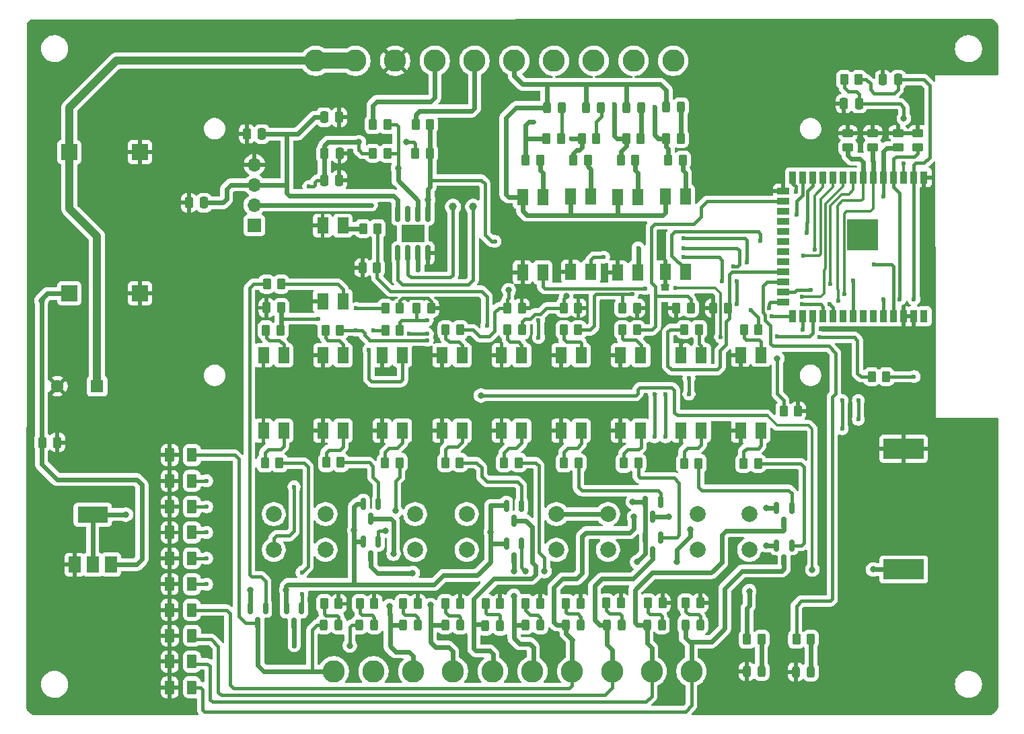
<source format=gbr>
%TF.GenerationSoftware,KiCad,Pcbnew,9.0.5+1*%
%TF.CreationDate,2025-10-19T05:27:58+07:00*%
%TF.ProjectId,TARA_T8X,54415241-5f54-4385-982e-6b696361645f,rev?*%
%TF.SameCoordinates,Original*%
%TF.FileFunction,Copper,L1,Top*%
%TF.FilePolarity,Positive*%
%FSLAX46Y46*%
G04 Gerber Fmt 4.6, Leading zero omitted, Abs format (unit mm)*
G04 Created by KiCad (PCBNEW 9.0.5+1) date 2025-10-19 05:27:58*
%MOMM*%
%LPD*%
G01*
G04 APERTURE LIST*
G04 Aperture macros list*
%AMRoundRect*
0 Rectangle with rounded corners*
0 $1 Rounding radius*
0 $2 $3 $4 $5 $6 $7 $8 $9 X,Y pos of 4 corners*
0 Add a 4 corners polygon primitive as box body*
4,1,4,$2,$3,$4,$5,$6,$7,$8,$9,$2,$3,0*
0 Add four circle primitives for the rounded corners*
1,1,$1+$1,$2,$3*
1,1,$1+$1,$4,$5*
1,1,$1+$1,$6,$7*
1,1,$1+$1,$8,$9*
0 Add four rect primitives between the rounded corners*
20,1,$1+$1,$2,$3,$4,$5,0*
20,1,$1+$1,$4,$5,$6,$7,0*
20,1,$1+$1,$6,$7,$8,$9,0*
20,1,$1+$1,$8,$9,$2,$3,0*%
G04 Aperture macros list end*
%TA.AperFunction,SMDPad,CuDef*%
%ADD10RoundRect,0.243750X0.243750X0.456250X-0.243750X0.456250X-0.243750X-0.456250X0.243750X-0.456250X0*%
%TD*%
%TA.AperFunction,SMDPad,CuDef*%
%ADD11RoundRect,0.150000X-0.150000X0.587500X-0.150000X-0.587500X0.150000X-0.587500X0.150000X0.587500X0*%
%TD*%
%TA.AperFunction,ComponentPad*%
%ADD12C,2.000000*%
%TD*%
%TA.AperFunction,SMDPad,CuDef*%
%ADD13RoundRect,0.250000X-0.262500X-0.450000X0.262500X-0.450000X0.262500X0.450000X-0.262500X0.450000X0*%
%TD*%
%TA.AperFunction,SMDPad,CuDef*%
%ADD14RoundRect,0.250000X0.262500X0.450000X-0.262500X0.450000X-0.262500X-0.450000X0.262500X-0.450000X0*%
%TD*%
%TA.AperFunction,SMDPad,CuDef*%
%ADD15RoundRect,0.243750X-0.243750X-0.456250X0.243750X-0.456250X0.243750X0.456250X-0.243750X0.456250X0*%
%TD*%
%TA.AperFunction,SMDPad,CuDef*%
%ADD16RoundRect,0.250000X0.375000X0.625000X-0.375000X0.625000X-0.375000X-0.625000X0.375000X-0.625000X0*%
%TD*%
%TA.AperFunction,SMDPad,CuDef*%
%ADD17RoundRect,0.250000X0.450000X-0.262500X0.450000X0.262500X-0.450000X0.262500X-0.450000X-0.262500X0*%
%TD*%
%TA.AperFunction,SMDPad,CuDef*%
%ADD18R,1.400000X2.000000*%
%TD*%
%TA.AperFunction,SMDPad,CuDef*%
%ADD19R,2.000000X2.000000*%
%TD*%
%TA.AperFunction,SMDPad,CuDef*%
%ADD20R,0.900000X1.500000*%
%TD*%
%TA.AperFunction,SMDPad,CuDef*%
%ADD21R,1.500000X0.900000*%
%TD*%
%TA.AperFunction,HeatsinkPad*%
%ADD22C,0.500000*%
%TD*%
%TA.AperFunction,SMDPad,CuDef*%
%ADD23R,3.900000X3.900000*%
%TD*%
%TA.AperFunction,SMDPad,CuDef*%
%ADD24RoundRect,0.250000X-0.250000X-0.475000X0.250000X-0.475000X0.250000X0.475000X-0.250000X0.475000X0*%
%TD*%
%TA.AperFunction,ComponentPad*%
%ADD25C,1.000000*%
%TD*%
%TA.AperFunction,ComponentPad*%
%ADD26R,1.700000X1.700000*%
%TD*%
%TA.AperFunction,ComponentPad*%
%ADD27O,1.700000X1.700000*%
%TD*%
%TA.AperFunction,ComponentPad*%
%ADD28C,2.800000*%
%TD*%
%TA.AperFunction,SMDPad,CuDef*%
%ADD29RoundRect,0.250000X0.250000X0.475000X-0.250000X0.475000X-0.250000X-0.475000X0.250000X-0.475000X0*%
%TD*%
%TA.AperFunction,SMDPad,CuDef*%
%ADD30R,5.100000X2.500000*%
%TD*%
%TA.AperFunction,ComponentPad*%
%ADD31R,1.600000X1.600000*%
%TD*%
%TA.AperFunction,ComponentPad*%
%ADD32C,1.600000*%
%TD*%
%TA.AperFunction,SMDPad,CuDef*%
%ADD33RoundRect,0.150000X0.150000X-0.825000X0.150000X0.825000X-0.150000X0.825000X-0.150000X-0.825000X0*%
%TD*%
%TA.AperFunction,SMDPad,CuDef*%
%ADD34R,3.000000X2.290000*%
%TD*%
%TA.AperFunction,SMDPad,CuDef*%
%ADD35R,1.500000X2.000000*%
%TD*%
%TA.AperFunction,SMDPad,CuDef*%
%ADD36R,3.800000X2.000000*%
%TD*%
%TA.AperFunction,ViaPad*%
%ADD37C,0.800000*%
%TD*%
%TA.AperFunction,ViaPad*%
%ADD38C,0.600000*%
%TD*%
%TA.AperFunction,Conductor*%
%ADD39C,0.400000*%
%TD*%
%TA.AperFunction,Conductor*%
%ADD40C,0.600000*%
%TD*%
%TA.AperFunction,Conductor*%
%ADD41C,0.250000*%
%TD*%
%TA.AperFunction,Conductor*%
%ADD42C,0.300000*%
%TD*%
%TA.AperFunction,Conductor*%
%ADD43C,1.000000*%
%TD*%
%TA.AperFunction,Conductor*%
%ADD44C,2.000000*%
%TD*%
G04 APERTURE END LIST*
D10*
%TO.P,LED5,1,K*%
%TO.N,Net-(LED5-K)*%
X137174187Y-122745525D03*
%TO.P,LED5,2,A*%
%TO.N,Net-(D5-K)*%
X135299187Y-122745525D03*
%TD*%
D11*
%TO.P,Q2,1,B*%
%TO.N,Net-(Q2-B)*%
X112193037Y-120551282D03*
%TO.P,Q2,2,E*%
%TO.N,/VCC*%
X110293037Y-120551282D03*
%TO.P,Q2,3,C*%
%TO.N,Net-(D2-K)*%
X111243037Y-122426282D03*
%TD*%
D12*
%TO.P,S2,1,1*%
%TO.N,Net-(J2-IO34)*%
X126467660Y-108667460D03*
X132967660Y-108667460D03*
%TO.P,S2,2,2*%
%TO.N,/3V3*%
X126467660Y-113167460D03*
X132967660Y-113167460D03*
%TD*%
D13*
%TO.P,R64,1*%
%TO.N,Net-(J2-IO26)*%
X126644805Y-82741381D03*
%TO.P,R64,2*%
%TO.N,GND*%
X128469805Y-82741381D03*
%TD*%
D14*
%TO.P,R23,1*%
%TO.N,Net-(J2-IO25)*%
X117009898Y-85539155D03*
%TO.P,R23,2*%
%TO.N,Net-(OPTO3-Pad1)*%
X115184898Y-85539155D03*
%TD*%
%TO.P,R26,1*%
%TO.N,Net-(J2-IO14)*%
X139906418Y-85490495D03*
%TO.P,R26,2*%
%TO.N,Net-(OPTO6-Pad1)*%
X138081418Y-85490495D03*
%TD*%
%TO.P,R17,1*%
%TO.N,Net-(Q7-B)*%
X147022500Y-102235000D03*
%TO.P,R17,2*%
%TO.N,Net-(OPTO7-Pad4)*%
X145197500Y-102235000D03*
%TD*%
D13*
%TO.P,R7,1*%
%TO.N,Net-(LED7-K)*%
X145474335Y-119909637D03*
%TO.P,R7,2*%
%TO.N,GND*%
X147299335Y-119909637D03*
%TD*%
D15*
%TO.P,LED12,1,K*%
%TO.N,Net-(J4-Pin_5)*%
X153037500Y-57550000D03*
%TO.P,LED12,2,A*%
%TO.N,Net-(LED12-A)*%
X154912500Y-57550000D03*
%TD*%
D13*
%TO.P,R36,1*%
%TO.N,Net-(J4-Pin_3)*%
X146387500Y-64100000D03*
%TO.P,R36,2*%
%TO.N,Net-(OPTO13-Pad1)*%
X148212500Y-64100000D03*
%TD*%
D16*
%TO.P,D3,1,K*%
%TO.N,Net-(D3-K)*%
X98393894Y-107743676D03*
%TO.P,D3,2,A*%
%TO.N,GND*%
X95593894Y-107743676D03*
%TD*%
D13*
%TO.P,R9,1*%
%TO.N,Net-(LED9-K)*%
X155775000Y-119875000D03*
%TO.P,R9,2*%
%TO.N,GND*%
X157600000Y-119875000D03*
%TD*%
D11*
%TO.P,Q5,1,B*%
%TO.N,Net-(Q5-B)*%
X139850000Y-107625000D03*
%TO.P,Q5,2,E*%
%TO.N,/VCC*%
X137950000Y-107625000D03*
%TO.P,Q5,3,C*%
%TO.N,Net-(D5-K)*%
X138900000Y-109500000D03*
%TD*%
D13*
%TO.P,R1,1*%
%TO.N,Net-(LED1-K)*%
X115027041Y-119967787D03*
%TO.P,R1,2*%
%TO.N,GND*%
X116852041Y-119967787D03*
%TD*%
D11*
%TO.P,Q9,1,B*%
%TO.N,Net-(Q9-B)*%
X173850000Y-107875000D03*
%TO.P,Q9,2,E*%
%TO.N,/VCC*%
X171950000Y-107875000D03*
%TO.P,Q9,3,C*%
%TO.N,Net-(D9-K)*%
X172900000Y-109750000D03*
%TD*%
D17*
%TO.P,R33,1*%
%TO.N,Net-(J2-SENSOR_VN)*%
X187245284Y-62545519D03*
%TO.P,R33,2*%
%TO.N,GND*%
X187245284Y-60720519D03*
%TD*%
D11*
%TO.P,Q1,1,B*%
%TO.N,Net-(Q1-B)*%
X107645598Y-120494834D03*
%TO.P,Q1,2,E*%
%TO.N,/VCC*%
X105745598Y-120494834D03*
%TO.P,Q1,3,C*%
%TO.N,Net-(D1-K)*%
X106695598Y-122369834D03*
%TD*%
D18*
%TO.P,OPTO10,1*%
%TO.N,Net-(OPTO10-Pad1)*%
X169983297Y-88654867D03*
%TO.P,OPTO10,2*%
%TO.N,GND*%
X167443297Y-88654867D03*
%TO.P,OPTO10,3*%
X167443297Y-98154867D03*
%TO.P,OPTO10,4*%
%TO.N,Net-(OPTO10-Pad4)*%
X169983297Y-98154867D03*
%TD*%
D16*
%TO.P,D4,1,K*%
%TO.N,Net-(D4-K)*%
X98383100Y-110990841D03*
%TO.P,D4,2,A*%
%TO.N,GND*%
X95583100Y-110990841D03*
%TD*%
D18*
%TO.P,OPTO9,1*%
%TO.N,Net-(OPTO9-Pad1)*%
X162481430Y-88668765D03*
%TO.P,OPTO9,2*%
%TO.N,GND*%
X159941430Y-88668765D03*
%TO.P,OPTO9,3*%
X159941430Y-98168765D03*
%TO.P,OPTO9,4*%
%TO.N,Net-(OPTO9-Pad4)*%
X162481430Y-98168765D03*
%TD*%
%TO.P,OPTO5,1*%
%TO.N,Net-(OPTO5-Pad1)*%
X132377655Y-88678882D03*
%TO.P,OPTO5,2*%
%TO.N,GND*%
X129837655Y-88678882D03*
%TO.P,OPTO5,3*%
X129837655Y-98178882D03*
%TO.P,OPTO5,4*%
%TO.N,Net-(OPTO5-Pad4)*%
X132377655Y-98178882D03*
%TD*%
D11*
%TO.P,Q4,1,B*%
%TO.N,Net-(Q4-B)*%
X121850000Y-112125000D03*
%TO.P,Q4,2,E*%
%TO.N,/VCC*%
X119950000Y-112125000D03*
%TO.P,Q4,3,C*%
%TO.N,Net-(D4-K)*%
X120900000Y-114000000D03*
%TD*%
D19*
%TO.P,U1,1,VIN+*%
%TO.N,/VCC*%
X82960000Y-63125000D03*
%TO.P,U1,2,VIN-*%
%TO.N,GND*%
X91850000Y-63125000D03*
%TO.P,U1,3,VOUT-*%
X91850000Y-80905000D03*
%TO.P,U1,4,VOUT+*%
%TO.N,/5V*%
X82960000Y-80905000D03*
%TD*%
D11*
%TO.P,Q10,1,B*%
%TO.N,Net-(Q10-B)*%
X173850000Y-112625000D03*
%TO.P,Q10,2,E*%
%TO.N,/VCC*%
X171950000Y-112625000D03*
%TO.P,Q10,3,C*%
%TO.N,Net-(D10-K)*%
X172900000Y-114500000D03*
%TD*%
D14*
%TO.P,RT1,1*%
%TO.N,Net-(J2-IO21)*%
X128331617Y-63272079D03*
%TO.P,RT1,2*%
%TO.N,/3V3*%
X126506617Y-63272079D03*
%TD*%
D16*
%TO.P,D10,1,K*%
%TO.N,Net-(D10-K)*%
X98372394Y-130479873D03*
%TO.P,D10,2,A*%
%TO.N,GND*%
X95572394Y-130479873D03*
%TD*%
%TO.P,D1,1,K*%
%TO.N,Net-(D1-K)*%
X98393894Y-101248582D03*
%TO.P,D1,2,A*%
%TO.N,GND*%
X95593894Y-101248582D03*
%TD*%
D20*
%TO.P,J2,1,GND*%
%TO.N,GND*%
X190510000Y-66295000D03*
%TO.P,J2,2,VDD*%
%TO.N,/3V3*%
X189240000Y-66295000D03*
%TO.P,J2,3,EN*%
%TO.N,/EN*%
X187970000Y-66295000D03*
%TO.P,J2,4,SENSOR_VP*%
%TO.N,Net-(J2-SENSOR_VP)*%
X186700000Y-66295000D03*
%TO.P,J2,5,SENSOR_VN*%
%TO.N,Net-(J2-SENSOR_VN)*%
X185430000Y-66295000D03*
%TO.P,J2,6,IO34*%
%TO.N,Net-(J2-IO34)*%
X184160000Y-66295000D03*
%TO.P,J2,7,IO35*%
%TO.N,Net-(J2-IO35)*%
X182890000Y-66295000D03*
%TO.P,J2,8,IO32*%
%TO.N,Net-(J2-IO32)*%
X181620000Y-66295000D03*
%TO.P,J2,9,IO33*%
%TO.N,Net-(J2-IO33)*%
X180350000Y-66295000D03*
%TO.P,J2,10,IO25*%
%TO.N,Net-(J2-IO25)*%
X179080000Y-66295000D03*
%TO.P,J2,11,IO26*%
%TO.N,Net-(J2-IO26)*%
X177810000Y-66295000D03*
%TO.P,J2,12,IO27*%
%TO.N,Net-(J2-IO27)*%
X176540000Y-66295000D03*
%TO.P,J2,13,IO14*%
%TO.N,Net-(J2-IO14)*%
X175270000Y-66295000D03*
%TO.P,J2,14,IO12*%
%TO.N,Net-(J2-IO12)*%
X174000000Y-66295000D03*
D21*
%TO.P,J2,15,GND*%
%TO.N,GND*%
X172750000Y-68060000D03*
%TO.P,J2,16,IO13*%
%TO.N,Net-(J2-IO13)*%
X172750000Y-69330000D03*
%TO.P,J2,17,SHD/SD2*%
%TO.N,unconnected-(J2-SHD{slash}SD2-Pad17)*%
X172750000Y-70600000D03*
%TO.P,J2,18,SWP/SD3*%
%TO.N,unconnected-(J2-SWP{slash}SD3-Pad18)*%
X172750000Y-71870000D03*
%TO.P,J2,19,SCS/CMD*%
%TO.N,unconnected-(J2-SCS{slash}CMD-Pad19)*%
X172750000Y-73140000D03*
%TO.P,J2,20,SCK/CLK*%
%TO.N,unconnected-(J2-SCK{slash}CLK-Pad20)*%
X172750000Y-74410000D03*
%TO.P,J2,21,SDO/SD0*%
%TO.N,unconnected-(J2-SDO{slash}SD0-Pad21)*%
X172750000Y-75680000D03*
%TO.P,J2,22,SDI/SD1*%
%TO.N,unconnected-(J2-SDI{slash}SD1-Pad22)*%
X172750000Y-76950000D03*
%TO.P,J2,23,IO15*%
%TO.N,Net-(J2-IO15)*%
X172750000Y-78220000D03*
%TO.P,J2,24,IO2*%
%TO.N,Net-(J2-IO2)*%
X172750000Y-79490000D03*
%TO.P,J2,25,IO0*%
%TO.N,/BOOT*%
X172750000Y-80760000D03*
%TO.P,J2,26,IO4*%
%TO.N,/IO04*%
X172750000Y-82030000D03*
D20*
%TO.P,J2,27,IO16*%
%TO.N,/GPIO16*%
X174000000Y-83795000D03*
%TO.P,J2,28,IO17*%
%TO.N,/GPIO17*%
X175270000Y-83795000D03*
%TO.P,J2,29,IO5*%
%TO.N,Net-(J2-IO5)*%
X176540000Y-83795000D03*
%TO.P,J2,30,IO18*%
%TO.N,Net-(J2-IO18)*%
X177810000Y-83795000D03*
%TO.P,J2,31,IO19*%
%TO.N,Net-(J2-IO19)*%
X179080000Y-83795000D03*
%TO.P,J2,32,NC*%
%TO.N,unconnected-(J2-NC-Pad32)*%
X180350000Y-83795000D03*
%TO.P,J2,33,IO21*%
%TO.N,Net-(J2-IO21)*%
X181620000Y-83795000D03*
%TO.P,J2,34,RXD0/IO3*%
%TO.N,unconnected-(J2-RXD0{slash}IO3-Pad34)*%
X182890000Y-83795000D03*
%TO.P,J2,35,TXD0/IO1*%
%TO.N,unconnected-(J2-TXD0{slash}IO1-Pad35)*%
X184160000Y-83795000D03*
%TO.P,J2,36,IO22*%
%TO.N,Net-(J2-IO22)*%
X185430000Y-83795000D03*
%TO.P,J2,37,IO23*%
%TO.N,Net-(J2-IO23)*%
X186700000Y-83795000D03*
%TO.P,J2,38,GND*%
%TO.N,GND*%
X187970000Y-83795000D03*
%TO.P,J2,39,GND*%
X189240000Y-83795000D03*
%TO.P,J2,40*%
%TO.N,N/C*%
X190510000Y-83795000D03*
D22*
%TO.P,J2,41*%
X183490000Y-72145000D03*
X182090000Y-72145000D03*
X184190000Y-72845000D03*
X182790000Y-72845000D03*
X181390000Y-72845000D03*
X183490000Y-73545000D03*
D23*
X182790000Y-73545000D03*
D22*
X182090000Y-73545000D03*
X184190000Y-74245000D03*
X182790000Y-74245000D03*
X181390000Y-74245000D03*
X183490000Y-74945000D03*
X182090000Y-74945000D03*
%TD*%
D15*
%TO.P,Dled1,1,K*%
%TO.N,GND*%
X168212500Y-128475000D03*
%TO.P,Dled1,2,A*%
%TO.N,Net-(Dled1-A)*%
X170087500Y-128475000D03*
%TD*%
D13*
%TO.P,R25,1*%
%TO.N,Net-(OPTO5-Pad1)*%
X130323620Y-85495804D03*
%TO.P,R25,2*%
%TO.N,Net-(J2-IO27)*%
X132148620Y-85495804D03*
%TD*%
D14*
%TO.P,R14,1*%
%TO.N,Net-(Q4-B)*%
X124512500Y-102200000D03*
%TO.P,R14,2*%
%TO.N,Net-(OPTO4-Pad4)*%
X122687500Y-102200000D03*
%TD*%
D18*
%TO.P,OPTO3,1*%
%TO.N,Net-(OPTO3-Pad1)*%
X117390000Y-88675000D03*
%TO.P,OPTO3,2*%
%TO.N,GND*%
X114850000Y-88675000D03*
%TO.P,OPTO3,3*%
X114850000Y-98175000D03*
%TO.P,OPTO3,4*%
%TO.N,Net-(OPTO3-Pad4)*%
X117390000Y-98175000D03*
%TD*%
D17*
%TO.P,R34,1*%
%TO.N,Net-(J2-SENSOR_VP)*%
X189722974Y-62554764D03*
%TO.P,R34,2*%
%TO.N,GND*%
X189722974Y-60729764D03*
%TD*%
D13*
%TO.P,R28,1*%
%TO.N,Net-(OPTO8-Pad1)*%
X152580756Y-85499391D03*
%TO.P,R28,2*%
%TO.N,Net-(J2-IO13)*%
X154405756Y-85499391D03*
%TD*%
%TO.P,R_led2,1*%
%TO.N,Net-(J2-IO2)*%
X174437500Y-124425000D03*
%TO.P,R_led2,2*%
%TO.N,Net-(Dled2-A)*%
X176262500Y-124425000D03*
%TD*%
D18*
%TO.P,OPTO7,1*%
%TO.N,Net-(OPTO7-Pad1)*%
X147374239Y-88678680D03*
%TO.P,OPTO7,2*%
%TO.N,GND*%
X144834239Y-88678680D03*
%TO.P,OPTO7,3*%
X144834239Y-98178680D03*
%TO.P,OPTO7,4*%
%TO.N,Net-(OPTO7-Pad4)*%
X147374239Y-98178680D03*
%TD*%
%TO.P,OPTO2,1*%
%TO.N,Net-(OPTO2-Pad1)*%
X109920000Y-88675000D03*
%TO.P,OPTO2,2*%
%TO.N,GND*%
X107380000Y-88675000D03*
%TO.P,OPTO2,3*%
X107380000Y-98175000D03*
%TO.P,OPTO2,4*%
%TO.N,Net-(OPTO2-Pad4)*%
X109920000Y-98175000D03*
%TD*%
D13*
%TO.P,R35,1*%
%TO.N,Net-(J4-Pin_4)*%
X140362500Y-64100000D03*
%TO.P,R35,2*%
%TO.N,Net-(OPTO14-Pad1)*%
X142187500Y-64100000D03*
%TD*%
D11*
%TO.P,Q7,1,B*%
%TO.N,Net-(Q7-B)*%
X157350000Y-107125000D03*
%TO.P,Q7,2,E*%
%TO.N,/VCC*%
X155450000Y-107125000D03*
%TO.P,Q7,3,C*%
%TO.N,Net-(D7-K)*%
X156400000Y-109000000D03*
%TD*%
D12*
%TO.P,S4,1,1*%
%TO.N,Net-(J2-SENSOR_VN)*%
X162027660Y-108667460D03*
X168527660Y-108667460D03*
%TO.P,S4,2,2*%
%TO.N,/3V3*%
X162027660Y-113167460D03*
X168527660Y-113167460D03*
%TD*%
D13*
%TO.P,R21,1*%
%TO.N,Net-(OPTO1-Pad1)*%
X119925000Y-72750000D03*
%TO.P,R21,2*%
%TO.N,Net-(J2-IO32)*%
X121750000Y-72750000D03*
%TD*%
D17*
%TO.P,R31,1*%
%TO.N,Net-(J2-IO35)*%
X180946475Y-62546460D03*
%TO.P,R31,2*%
%TO.N,GND*%
X180946475Y-60721460D03*
%TD*%
D24*
%TO.P,C3,1*%
%TO.N,/3V3*%
X115047916Y-63296790D03*
%TO.P,C3,2*%
%TO.N,GND*%
X116947916Y-63296790D03*
%TD*%
D13*
%TO.P,R2,1*%
%TO.N,Net-(LED2-K)*%
X119518263Y-119951350D03*
%TO.P,R2,2*%
%TO.N,GND*%
X121343263Y-119951350D03*
%TD*%
%TO.P,R27,1*%
%TO.N,Net-(OPTO7-Pad1)*%
X145175000Y-85500000D03*
%TO.P,R27,2*%
%TO.N,Net-(J2-IO12)*%
X147000000Y-85500000D03*
%TD*%
D25*
%TO.P,Y1,1,1*%
%TO.N,Net-(U4-X2)*%
X131230000Y-69995000D03*
%TO.P,Y1,2,2*%
%TO.N,Net-(U4-X1)*%
X133770000Y-69995000D03*
%TD*%
D26*
%TO.P,J3,1,Pin_2*%
%TO.N,Net-(J2-IO22)*%
X106245845Y-72332645D03*
D27*
%TO.P,J3,2,Pin_3*%
%TO.N,Net-(J2-IO21)*%
X106245845Y-69792645D03*
%TO.P,J3,3,Pin_1*%
%TO.N,/5V*%
X106245845Y-67252645D03*
%TO.P,J3,4,Pin_4*%
%TO.N,GND*%
X106245845Y-64712645D03*
%TD*%
D10*
%TO.P,LED1,1,K*%
%TO.N,Net-(LED1-K)*%
X116850000Y-122625000D03*
%TO.P,LED1,2,A*%
%TO.N,Net-(D1-K)*%
X114975000Y-122625000D03*
%TD*%
D13*
%TO.P,R70,1*%
%TO.N,/IO04*%
X172835786Y-95741155D03*
%TO.P,R70,2*%
%TO.N,GND*%
X174660786Y-95741155D03*
%TD*%
%TO.P,R66,1*%
%TO.N,Net-(J2-IO14)*%
X145176622Y-82738221D03*
%TO.P,R66,2*%
%TO.N,GND*%
X147001622Y-82738221D03*
%TD*%
D10*
%TO.P,LED7,1,K*%
%TO.N,Net-(LED7-K)*%
X147337500Y-122625000D03*
%TO.P,LED7,2,A*%
%TO.N,Net-(D7-K)*%
X145462500Y-122625000D03*
%TD*%
D14*
%TO.P,RT2,1*%
%TO.N,Net-(J2-IO22)*%
X122998648Y-63282128D03*
%TO.P,RT2,2*%
%TO.N,/3V3*%
X121173648Y-63282128D03*
%TD*%
D18*
%TO.P,OPTO6,1*%
%TO.N,Net-(OPTO6-Pad1)*%
X139887860Y-88678245D03*
%TO.P,OPTO6,2*%
%TO.N,GND*%
X137347860Y-88678245D03*
%TO.P,OPTO6,3*%
X137347860Y-98178245D03*
%TO.P,OPTO6,4*%
%TO.N,Net-(OPTO6-Pad4)*%
X139887860Y-98178245D03*
%TD*%
D15*
%TO.P,LED13,1,K*%
%TO.N,Net-(J4-Pin_5)*%
X147975000Y-57525000D03*
%TO.P,LED13,2,A*%
%TO.N,Net-(LED13-A)*%
X149850000Y-57525000D03*
%TD*%
D12*
%TO.P,S3,1,1*%
%TO.N,Net-(J2-IO35)*%
X144247660Y-108667460D03*
X150747660Y-108667460D03*
%TO.P,S3,2,2*%
%TO.N,/3V3*%
X144247660Y-113167460D03*
X150747660Y-113167460D03*
%TD*%
D15*
%TO.P,LED14,1,K*%
%TO.N,Net-(J4-Pin_5)*%
X143062500Y-57525000D03*
%TO.P,LED14,2,A*%
%TO.N,Net-(LED14-A)*%
X144937500Y-57525000D03*
%TD*%
D14*
%TO.P,R20,1*%
%TO.N,Net-(Q10-B)*%
X169612500Y-102315000D03*
%TO.P,R20,2*%
%TO.N,Net-(OPTO10-Pad4)*%
X167787500Y-102315000D03*
%TD*%
D13*
%TO.P,R8,1*%
%TO.N,Net-(LED8-K)*%
X150525000Y-119875000D03*
%TO.P,R8,2*%
%TO.N,GND*%
X152350000Y-119875000D03*
%TD*%
D17*
%TO.P,R32,1*%
%TO.N,Net-(J2-IO34)*%
X184075000Y-62537500D03*
%TO.P,R32,2*%
%TO.N,GND*%
X184075000Y-60712500D03*
%TD*%
D13*
%TO.P,R24,1*%
%TO.N,Net-(OPTO4-Pad1)*%
X122719628Y-85535540D03*
%TO.P,R24,2*%
%TO.N,Net-(J2-IO26)*%
X124544628Y-85535540D03*
%TD*%
D16*
%TO.P,D7,1,K*%
%TO.N,Net-(D7-K)*%
X98380047Y-120739206D03*
%TO.P,D7,2,A*%
%TO.N,GND*%
X95580047Y-120739206D03*
%TD*%
D14*
%TO.P,Ren1,1*%
%TO.N,/3V3*%
X185760000Y-91385000D03*
%TO.P,Ren1,2*%
%TO.N,/BOOT*%
X183935000Y-91385000D03*
%TD*%
D28*
%TO.P,J4,1,Pin_1*%
%TO.N,Net-(J4-Pin_1)*%
X158950000Y-51625000D03*
%TO.P,J4,2,Pin_2*%
%TO.N,Net-(J4-Pin_2)*%
X153950000Y-51625000D03*
%TO.P,J4,3,Pin_3*%
%TO.N,Net-(J4-Pin_3)*%
X148950000Y-51625000D03*
%TO.P,J4,4,Pin_4*%
%TO.N,Net-(J4-Pin_4)*%
X143950000Y-51625000D03*
%TO.P,J4,5,Pin_5*%
%TO.N,Net-(J4-Pin_5)*%
X138950000Y-51625000D03*
%TO.P,J4,6,Pin_6*%
%TO.N,/B*%
X133950000Y-51625000D03*
%TO.P,J4,7,Pin_7*%
%TO.N,/A*%
X128950000Y-51625000D03*
%TO.P,J4,8,Pin_8*%
%TO.N,GND*%
X123950000Y-51625000D03*
%TO.P,J4,9,Pin_9*%
%TO.N,/VCC*%
X118950000Y-51625000D03*
%TO.P,J4,10,Pin_10*%
X113950000Y-51625000D03*
%TD*%
D16*
%TO.P,D9,1,K*%
%TO.N,Net-(D9-K)*%
X98376995Y-127243676D03*
%TO.P,D9,2,A*%
%TO.N,GND*%
X95576995Y-127243676D03*
%TD*%
D18*
%TO.P,OPTO11,1*%
%TO.N,Net-(OPTO11-Pad1)*%
X160483800Y-68725000D03*
%TO.P,OPTO11,2*%
%TO.N,Net-(J4-Pin_5)*%
X157943800Y-68725000D03*
%TO.P,OPTO11,3*%
%TO.N,GND*%
X157943800Y-78225000D03*
%TO.P,OPTO11,4*%
%TO.N,Net-(J2-IO23)*%
X160483800Y-78225000D03*
%TD*%
D11*
%TO.P,Q3,1,B*%
%TO.N,Net-(Q3-B)*%
X121850000Y-107375000D03*
%TO.P,Q3,2,E*%
%TO.N,/VCC*%
X119950000Y-107375000D03*
%TO.P,Q3,3,C*%
%TO.N,Net-(D3-K)*%
X120900000Y-109250000D03*
%TD*%
D29*
%TO.P,C4,1*%
%TO.N,/3V3*%
X187250000Y-54000000D03*
%TO.P,C4,2*%
%TO.N,GND*%
X185350000Y-54000000D03*
%TD*%
D13*
%TO.P,R_led1,1*%
%TO.N,/3V3*%
X168237500Y-124425000D03*
%TO.P,R_led1,2*%
%TO.N,Net-(Dled1-A)*%
X170062500Y-124425000D03*
%TD*%
D15*
%TO.P,Dled2,1,K*%
%TO.N,GND*%
X174375000Y-128525000D03*
%TO.P,Dled2,2,A*%
%TO.N,Net-(Dled2-A)*%
X176250000Y-128525000D03*
%TD*%
D14*
%TO.P,RL1,1*%
%TO.N,Net-(LED11-A)*%
X159912500Y-61400000D03*
%TO.P,RL1,2*%
%TO.N,Net-(J4-Pin_1)*%
X158087500Y-61400000D03*
%TD*%
D30*
%TO.P,BT1,1,+*%
%TO.N,Net-(BT1-+)*%
X187950000Y-115650000D03*
%TO.P,BT1,2,-*%
%TO.N,GND*%
X187950000Y-100450000D03*
%TD*%
D10*
%TO.P,LED9,1,K*%
%TO.N,Net-(LED9-K)*%
X157515160Y-122599460D03*
%TO.P,LED9,2,A*%
%TO.N,Net-(D9-K)*%
X155640160Y-122599460D03*
%TD*%
D31*
%TO.P,C1,1*%
%TO.N,/VCC*%
X86450000Y-92575000D03*
D32*
%TO.P,C1,2*%
%TO.N,GND*%
X81450000Y-92575000D03*
%TD*%
D16*
%TO.P,D6,1,K*%
%TO.N,Net-(D6-K)*%
X98380047Y-117484736D03*
%TO.P,D6,2,A*%
%TO.N,GND*%
X95580047Y-117484736D03*
%TD*%
D10*
%TO.P,LED6,1,K*%
%TO.N,Net-(LED6-K)*%
X142237500Y-122625000D03*
%TO.P,LED6,2,A*%
%TO.N,Net-(D6-K)*%
X140362500Y-122625000D03*
%TD*%
D11*
%TO.P,Q6,1,B*%
%TO.N,Net-(Q6-B)*%
X139850000Y-112375000D03*
%TO.P,Q6,2,E*%
%TO.N,/VCC*%
X137950000Y-112375000D03*
%TO.P,Q6,3,C*%
%TO.N,Net-(D6-K)*%
X138900000Y-114250000D03*
%TD*%
D14*
%TO.P,Rbo1,1*%
%TO.N,/3V3*%
X182289710Y-53985451D03*
%TO.P,Rbo1,2*%
%TO.N,/EN*%
X180464710Y-53985451D03*
%TD*%
D24*
%TO.P,C5,1*%
%TO.N,/5V*%
X115019999Y-58725857D03*
%TO.P,C5,2*%
%TO.N,GND*%
X116919999Y-58725857D03*
%TD*%
%TO.P,C4,1*%
%TO.N,/3V3*%
X115040000Y-66655000D03*
%TO.P,C4,2*%
%TO.N,GND*%
X116940000Y-66655000D03*
%TD*%
D13*
%TO.P,RF2,1*%
%TO.N,/B*%
X126514014Y-59669124D03*
%TO.P,RF2,2*%
%TO.N,Net-(J2-IO21)*%
X128339014Y-59669124D03*
%TD*%
D11*
%TO.P,Q8,1,B*%
%TO.N,Net-(Q8-B)*%
X157350000Y-111625000D03*
%TO.P,Q8,2,E*%
%TO.N,/VCC*%
X155450000Y-111625000D03*
%TO.P,Q8,3,C*%
%TO.N,Net-(D8-K)*%
X156400000Y-113500000D03*
%TD*%
D14*
%TO.P,R13,1*%
%TO.N,Net-(Q3-B)*%
X117104998Y-102185455D03*
%TO.P,R13,2*%
%TO.N,Net-(OPTO3-Pad4)*%
X115279998Y-102185455D03*
%TD*%
D13*
%TO.P,R3,1*%
%TO.N,Net-(LED3-K)*%
X124982310Y-119938398D03*
%TO.P,R3,2*%
%TO.N,GND*%
X126807310Y-119938398D03*
%TD*%
D10*
%TO.P,LED4,1,K*%
%TO.N,Net-(LED4-K)*%
X132137500Y-122625000D03*
%TO.P,LED4,2,A*%
%TO.N,Net-(D4-K)*%
X130262500Y-122625000D03*
%TD*%
D29*
%TO.P,C5,1*%
%TO.N,/5V*%
X99900000Y-69500000D03*
%TO.P,C5,2*%
%TO.N,GND*%
X98000000Y-69500000D03*
%TD*%
D28*
%TO.P,J1,1,Pin_1*%
%TO.N,Net-(D1-K)*%
X116241161Y-128461497D03*
%TO.P,J1,2,Pin_2*%
%TO.N,Net-(D2-K)*%
X121241161Y-128461497D03*
%TO.P,J1,3,Pin_3*%
%TO.N,Net-(D3-K)*%
X126241161Y-128461497D03*
%TO.P,J1,4,Pin_4*%
%TO.N,Net-(D4-K)*%
X131241161Y-128461497D03*
%TO.P,J1,5,Pin_5*%
%TO.N,Net-(D5-K)*%
X136241161Y-128461497D03*
%TO.P,J1,6,Pin_6*%
%TO.N,Net-(D6-K)*%
X141241161Y-128461497D03*
%TO.P,J1,7,Pin_7*%
%TO.N,Net-(D7-K)*%
X146241161Y-128461497D03*
%TO.P,J1,8,Pin_8*%
%TO.N,Net-(D8-K)*%
X151241161Y-128461497D03*
%TO.P,J1,9,Pin_9*%
%TO.N,Net-(D9-K)*%
X156241161Y-128461497D03*
%TO.P,J1,10,Pin_10*%
%TO.N,Net-(D10-K)*%
X161241161Y-128461497D03*
%TD*%
D13*
%TO.P,RL2,1*%
%TO.N,Net-(J4-Pin_2)*%
X153037500Y-61400000D03*
%TO.P,RL2,2*%
%TO.N,Net-(LED12-A)*%
X154862500Y-61400000D03*
%TD*%
%TO.P,R67,1*%
%TO.N,Net-(J2-IO12)*%
X152569628Y-82748377D03*
%TO.P,R67,2*%
%TO.N,GND*%
X154394628Y-82748377D03*
%TD*%
D10*
%TO.P,LED10,1,K*%
%TO.N,Net-(LED10-K)*%
X162350000Y-122625000D03*
%TO.P,LED10,2,A*%
%TO.N,Net-(D10-K)*%
X160475000Y-122625000D03*
%TD*%
D13*
%TO.P,R4,1*%
%TO.N,Net-(LED4-K)*%
X130287347Y-119928575D03*
%TO.P,R4,2*%
%TO.N,GND*%
X132112347Y-119928575D03*
%TD*%
D14*
%TO.P,R18,1*%
%TO.N,Net-(Q8-B)*%
X154542500Y-102265000D03*
%TO.P,R18,2*%
%TO.N,Net-(OPTO8-Pad4)*%
X152717500Y-102265000D03*
%TD*%
D16*
%TO.P,D5,1,K*%
%TO.N,Net-(D5-K)*%
X98398437Y-114244530D03*
%TO.P,D5,2,A*%
%TO.N,GND*%
X95598437Y-114244530D03*
%TD*%
D14*
%TO.P,R16,1*%
%TO.N,Net-(Q6-B)*%
X139495360Y-102199302D03*
%TO.P,R16,2*%
%TO.N,Net-(OPTO6-Pad4)*%
X137670360Y-102199302D03*
%TD*%
%TO.P,R37,1*%
%TO.N,Net-(OPTO12-Pad1)*%
X154179217Y-64122188D03*
%TO.P,R37,2*%
%TO.N,Net-(J4-Pin_2)*%
X152354217Y-64122188D03*
%TD*%
D18*
%TO.P,OPTO14,1*%
%TO.N,Net-(OPTO14-Pad1)*%
X142525000Y-68750000D03*
%TO.P,OPTO14,2*%
%TO.N,Net-(J4-Pin_5)*%
X139985000Y-68750000D03*
%TO.P,OPTO14,3*%
%TO.N,GND*%
X139985000Y-78250000D03*
%TO.P,OPTO14,4*%
%TO.N,Net-(J2-IO5)*%
X142525000Y-78250000D03*
%TD*%
D12*
%TO.P,S1,1,1*%
%TO.N,Net-(J2-SENSOR_VP)*%
X108687660Y-108667460D03*
X115187660Y-108667460D03*
%TO.P,S1,2,2*%
%TO.N,/3V3*%
X108687660Y-113167460D03*
X115187660Y-113167460D03*
%TD*%
D13*
%TO.P,R30,1*%
%TO.N,Net-(OPTO10-Pad1)*%
X167857212Y-85488523D03*
%TO.P,R30,2*%
%TO.N,/IO04*%
X169682212Y-85488523D03*
%TD*%
D14*
%TO.P,R38,1*%
%TO.N,Net-(OPTO11-Pad1)*%
X160161629Y-64122753D03*
%TO.P,R38,2*%
%TO.N,Net-(J4-Pin_1)*%
X158336629Y-64122753D03*
%TD*%
D18*
%TO.P,OPTO4,1*%
%TO.N,Net-(OPTO4-Pad1)*%
X124864818Y-88672981D03*
%TO.P,OPTO4,2*%
%TO.N,GND*%
X122324818Y-88672981D03*
%TO.P,OPTO4,3*%
X122324818Y-98172981D03*
%TO.P,OPTO4,4*%
%TO.N,Net-(OPTO4-Pad4)*%
X124864818Y-98172981D03*
%TD*%
D16*
%TO.P,D2,1,K*%
%TO.N,Net-(D2-K)*%
X98380829Y-104496093D03*
%TO.P,D2,2,A*%
%TO.N,GND*%
X95580829Y-104496093D03*
%TD*%
D15*
%TO.P,LED11,1,K*%
%TO.N,Net-(J4-Pin_5)*%
X158062500Y-57425000D03*
%TO.P,LED11,2,A*%
%TO.N,Net-(LED11-A)*%
X159937500Y-57425000D03*
%TD*%
D10*
%TO.P,LED8,1,K*%
%TO.N,Net-(LED8-K)*%
X152435160Y-122599460D03*
%TO.P,LED8,2,A*%
%TO.N,Net-(D8-K)*%
X150560160Y-122599460D03*
%TD*%
D13*
%TO.P,R10,1*%
%TO.N,Net-(LED10-K)*%
X160525000Y-119875000D03*
%TO.P,R10,2*%
%TO.N,GND*%
X162350000Y-119875000D03*
%TD*%
%TO.P,RL4,1*%
%TO.N,Net-(J4-Pin_4)*%
X143012500Y-61425000D03*
%TO.P,RL4,2*%
%TO.N,Net-(LED14-A)*%
X144837500Y-61425000D03*
%TD*%
D16*
%TO.P,D8,1,K*%
%TO.N,Net-(D8-K)*%
X98398451Y-123977038D03*
%TO.P,D8,2,A*%
%TO.N,GND*%
X95598451Y-123977038D03*
%TD*%
D18*
%TO.P,OPTO13,1*%
%TO.N,Net-(OPTO13-Pad1)*%
X148595000Y-68675000D03*
%TO.P,OPTO13,2*%
%TO.N,Net-(J4-Pin_5)*%
X146055000Y-68675000D03*
%TO.P,OPTO13,3*%
%TO.N,GND*%
X146055000Y-78175000D03*
%TO.P,OPTO13,4*%
%TO.N,Net-(J2-IO18)*%
X148595000Y-78175000D03*
%TD*%
D14*
%TO.P,R12,1*%
%TO.N,Net-(Q2-B)*%
X109399406Y-102247053D03*
%TO.P,R12,2*%
%TO.N,Net-(OPTO2-Pad4)*%
X107574406Y-102247053D03*
%TD*%
%TO.P,R15,1*%
%TO.N,Net-(Q5-B)*%
X132101352Y-102196284D03*
%TO.P,R15,2*%
%TO.N,Net-(OPTO5-Pad4)*%
X130276352Y-102196284D03*
%TD*%
%TO.P,R19,1*%
%TO.N,Net-(Q9-B)*%
X162142500Y-102295000D03*
%TO.P,R19,2*%
%TO.N,Net-(OPTO9-Pad4)*%
X160317500Y-102295000D03*
%TD*%
D10*
%TO.P,LED3,1,K*%
%TO.N,Net-(LED3-K)*%
X126837500Y-122625000D03*
%TO.P,LED3,2,A*%
%TO.N,Net-(D3-K)*%
X124962500Y-122625000D03*
%TD*%
D29*
%TO.P,C2,1*%
%TO.N,/5V*%
X107190000Y-60835000D03*
%TO.P,C2,2*%
%TO.N,GND*%
X105290000Y-60835000D03*
%TD*%
D13*
%TO.P,R63,1*%
%TO.N,Net-(J2-IO25)*%
X122729046Y-82774657D03*
%TO.P,R63,2*%
%TO.N,GND*%
X124554046Y-82774657D03*
%TD*%
D18*
%TO.P,OPTO12,1*%
%TO.N,Net-(OPTO12-Pad1)*%
X154520000Y-68750000D03*
%TO.P,OPTO12,2*%
%TO.N,Net-(J4-Pin_5)*%
X151980000Y-68750000D03*
%TO.P,OPTO12,3*%
%TO.N,GND*%
X151980000Y-78250000D03*
%TO.P,OPTO12,4*%
%TO.N,Net-(J2-IO19)*%
X154520000Y-78250000D03*
%TD*%
D33*
%TO.P,U4,1,X1*%
%TO.N,Net-(U4-X1)*%
X124290000Y-75825000D03*
%TO.P,U4,2,X2*%
%TO.N,Net-(U4-X2)*%
X125560000Y-75825000D03*
%TO.P,U4,3,VBAT*%
%TO.N,Net-(BT1-+)*%
X126830000Y-75825000D03*
%TO.P,U4,4,GND*%
%TO.N,GND*%
X128100000Y-75825000D03*
%TO.P,U4,5,SDA*%
%TO.N,Net-(J2-IO21)*%
X128100000Y-70875000D03*
%TO.P,U4,6,SCL*%
%TO.N,Net-(J2-IO22)*%
X126830000Y-70875000D03*
%TO.P,U4,7,SQW/OUT*%
%TO.N,unconnected-(U4-SQW{slash}OUT-Pad7)*%
X125560000Y-70875000D03*
%TO.P,U4,8,VCC*%
%TO.N,/5V*%
X124290000Y-70875000D03*
D34*
%TO.P,U4,9*%
%TO.N,N/C*%
X126195000Y-73350000D03*
%TD*%
D13*
%TO.P,RL3,1*%
%TO.N,Net-(J4-Pin_3)*%
X147437500Y-61425000D03*
%TO.P,RL3,2*%
%TO.N,Net-(LED13-A)*%
X149262500Y-61425000D03*
%TD*%
D14*
%TO.P,R68,1*%
%TO.N,Net-(J2-IO13)*%
X161155148Y-82749391D03*
%TO.P,R68,2*%
%TO.N,GND*%
X159330148Y-82749391D03*
%TD*%
D13*
%TO.P,R5,1*%
%TO.N,Net-(LED5-K)*%
X135335158Y-119924963D03*
%TO.P,R5,2*%
%TO.N,GND*%
X137160158Y-119924963D03*
%TD*%
%TO.P,R65,1*%
%TO.N,Net-(J2-IO27)*%
X138067270Y-82726120D03*
%TO.P,R65,2*%
%TO.N,GND*%
X139892270Y-82726120D03*
%TD*%
D14*
%TO.P,R62,1*%
%TO.N,Net-(J2-IO33)*%
X109615915Y-82711469D03*
%TO.P,R62,2*%
%TO.N,GND*%
X107790915Y-82711469D03*
%TD*%
D29*
%TO.P,CR1,1*%
%TO.N,/EN*%
X182327210Y-57010451D03*
%TO.P,CR1,2*%
%TO.N,GND*%
X180427210Y-57010451D03*
%TD*%
D24*
%TO.P,C2,1*%
%TO.N,/5V*%
X79560000Y-99655000D03*
%TO.P,C2,2*%
%TO.N,GND*%
X81460000Y-99655000D03*
%TD*%
D14*
%TO.P,R61,1*%
%TO.N,Net-(J2-IO32)*%
X121662500Y-77662500D03*
%TO.P,R61,2*%
%TO.N,GND*%
X119837500Y-77662500D03*
%TD*%
%TO.P,R69,1*%
%TO.N,Net-(J2-IO15)*%
X165827438Y-82755183D03*
%TO.P,R69,2*%
%TO.N,GND*%
X164002438Y-82755183D03*
%TD*%
D18*
%TO.P,OPTO8,1*%
%TO.N,Net-(OPTO8-Pad1)*%
X154868545Y-88672016D03*
%TO.P,OPTO8,2*%
%TO.N,GND*%
X152328545Y-88672016D03*
%TO.P,OPTO8,3*%
X152328545Y-98172016D03*
%TO.P,OPTO8,4*%
%TO.N,Net-(OPTO8-Pad4)*%
X154868545Y-98172016D03*
%TD*%
D35*
%TO.P,U2,1,GND*%
%TO.N,GND*%
X83610000Y-115035000D03*
%TO.P,U2,2,VO*%
%TO.N,/3V3*%
X85910000Y-115035000D03*
D36*
X85910000Y-108735000D03*
D35*
%TO.P,U2,3,VI*%
%TO.N,/5V*%
X88210000Y-115035000D03*
%TD*%
D13*
%TO.P,R22,1*%
%TO.N,Net-(OPTO2-Pad1)*%
X107706907Y-85513540D03*
%TO.P,R22,2*%
%TO.N,Net-(J2-IO33)*%
X109531907Y-85513540D03*
%TD*%
%TO.P,R11,1*%
%TO.N,Net-(Q1-B)*%
X107803305Y-79731131D03*
%TO.P,R11,2*%
%TO.N,Net-(OPTO1-Pad4)*%
X109628305Y-79731131D03*
%TD*%
D14*
%TO.P,R29,1*%
%TO.N,Net-(OPTO9-Pad1)*%
X162191653Y-85449847D03*
%TO.P,R29,2*%
%TO.N,Net-(J2-IO15)*%
X160366653Y-85449847D03*
%TD*%
D10*
%TO.P,LED2,1,K*%
%TO.N,Net-(LED2-K)*%
X121337500Y-122625000D03*
%TO.P,LED2,2,A*%
%TO.N,Net-(D2-K)*%
X119462500Y-122625000D03*
%TD*%
D13*
%TO.P,RF1,1*%
%TO.N,/A*%
X121145163Y-59661175D03*
%TO.P,RF1,2*%
%TO.N,Net-(J2-IO22)*%
X122970163Y-59661175D03*
%TD*%
D18*
%TO.P,OPTO1,1*%
%TO.N,Net-(OPTO1-Pad1)*%
X117370000Y-72375000D03*
%TO.P,OPTO1,2*%
%TO.N,GND*%
X114830000Y-72375000D03*
%TO.P,OPTO1,3*%
X114830000Y-81875000D03*
%TO.P,OPTO1,4*%
%TO.N,Net-(OPTO1-Pad4)*%
X117370000Y-81875000D03*
%TD*%
D14*
%TO.P,R6,1*%
%TO.N,GND*%
X142207784Y-119918499D03*
%TO.P,R6,2*%
%TO.N,Net-(LED6-K)*%
X140382784Y-119918499D03*
%TD*%
D37*
%TO.N,GND*%
X119750000Y-80200000D03*
X146450000Y-53080000D03*
D38*
X141750000Y-73000000D03*
D37*
X136750000Y-78250000D03*
X180250000Y-102000000D03*
X168250000Y-55000000D03*
X123250000Y-90750000D03*
X114921882Y-77068117D03*
X181250000Y-102000000D03*
X149958341Y-88610973D03*
X165750000Y-126000000D03*
X140750000Y-103750000D03*
X94000000Y-55250000D03*
X92000000Y-92500000D03*
X145750000Y-104750000D03*
X166250000Y-55000000D03*
X134970000Y-88650000D03*
X111380000Y-75820000D03*
D38*
X153000000Y-73000000D03*
X123000000Y-74750000D03*
D37*
X119244712Y-90750305D03*
X95250000Y-55250000D03*
X177750000Y-102000000D03*
X148750000Y-103750000D03*
X151410000Y-53080000D03*
X152860482Y-118244223D03*
X182250000Y-114250000D03*
X120640000Y-66880000D03*
X160000000Y-87000000D03*
X78500000Y-58250000D03*
D38*
X141005000Y-73000000D03*
D37*
X177750000Y-100500000D03*
X165750000Y-127250000D03*
X98750000Y-72750000D03*
X180741161Y-125999890D03*
X132500000Y-73500000D03*
X180741136Y-127249236D03*
X145750000Y-106000000D03*
D38*
X123000000Y-75750000D03*
D37*
X90500000Y-92500000D03*
X94000000Y-56500000D03*
X181250000Y-114250000D03*
X109243046Y-126992282D03*
X165750000Y-129750000D03*
D38*
X153750000Y-73000000D03*
D37*
X97500000Y-74000000D03*
X97500000Y-72750000D03*
X169750000Y-55000000D03*
X180741161Y-123497053D03*
X132500000Y-76000000D03*
X172750000Y-55000000D03*
X92750000Y-55250000D03*
X183850000Y-94400000D03*
X133000000Y-62500000D03*
X137640745Y-118181509D03*
X141440000Y-53050000D03*
X132500000Y-77250000D03*
X135500000Y-91750000D03*
X169750000Y-56250000D03*
X173500000Y-100750000D03*
X137750000Y-125500000D03*
X136610000Y-106055000D03*
X142600000Y-124375000D03*
X78500000Y-57500000D03*
X180250000Y-114250000D03*
X172750000Y-100750000D03*
D38*
X142500000Y-100750000D03*
D37*
X133000000Y-63500000D03*
X126500000Y-103750000D03*
X142719315Y-117871070D03*
X132500000Y-74750000D03*
X159062200Y-118290095D03*
X82770000Y-102245000D03*
X150250000Y-78250000D03*
X95250000Y-56500000D03*
X114921882Y-75818117D03*
X132495759Y-125492295D03*
X156500000Y-53050000D03*
X166250000Y-56250000D03*
X78500000Y-56750000D03*
D38*
X141010000Y-75800000D03*
D37*
X173500000Y-103750000D03*
X177750000Y-103500000D03*
D38*
X147750000Y-73000000D03*
D37*
X182250000Y-102000000D03*
X98750000Y-74000000D03*
X82800000Y-101355000D03*
X134000000Y-91750000D03*
X111238905Y-126988905D03*
X111720000Y-62410000D03*
X172750000Y-56250000D03*
X165350000Y-93020000D03*
X118490000Y-63830000D03*
X100000000Y-72750000D03*
X147789884Y-118248303D03*
X180741161Y-124748472D03*
D38*
X141750000Y-75800000D03*
D37*
X156750000Y-88500000D03*
X172750000Y-103750000D03*
X92000000Y-91000000D03*
X128000000Y-103750000D03*
X132250000Y-82250000D03*
X133000000Y-64500000D03*
X121999618Y-124499999D03*
X119750000Y-100750000D03*
X168250000Y-56250000D03*
X78500000Y-59000000D03*
X131250000Y-95500000D03*
X156250000Y-100750000D03*
D38*
X147075000Y-73000000D03*
D37*
X133450000Y-117750000D03*
D38*
X157500000Y-73250000D03*
D37*
X92750000Y-56500000D03*
X170750000Y-114500000D03*
X106800000Y-84075000D03*
X185500000Y-94400000D03*
X148750000Y-100750000D03*
X90500000Y-91000000D03*
X171250000Y-55000000D03*
X78500000Y-56000000D03*
X100000000Y-74000000D03*
D38*
X135750000Y-100750000D03*
D37*
X78500000Y-55250000D03*
X101248437Y-106240205D03*
X180741161Y-122245635D03*
X142250000Y-88500000D03*
X171250000Y-56250000D03*
X111380000Y-77070000D03*
X102499618Y-106241518D03*
X165750000Y-128500000D03*
%TO.N,Net-(BT1-+)*%
X184100000Y-115645000D03*
X134750000Y-93750000D03*
D38*
X126830000Y-77970000D03*
D37*
X176460000Y-115655000D03*
D38*
%TO.N,Net-(D2-K)*%
X100247860Y-104487200D03*
X111249999Y-125244356D03*
D37*
X118250000Y-125225000D03*
%TO.N,Net-(D3-K)*%
X123244107Y-120241051D03*
X123750000Y-113675000D03*
D38*
X100250000Y-107750000D03*
D37*
%TO.N,Net-(D4-K)*%
X128400000Y-120125000D03*
X126162958Y-116073685D03*
D38*
X100240841Y-110990841D03*
%TO.N,Net-(D5-K)*%
X100244530Y-114244530D03*
D37*
%TO.N,Net-(D6-K)*%
X138900000Y-118975000D03*
D38*
X100250000Y-117500000D03*
D37*
X138900000Y-115875000D03*
%TO.N,/5V*%
X79450000Y-81835000D03*
D38*
%TO.N,Net-(OPTO4-Pad1)*%
X120650000Y-88000000D03*
X121214460Y-85535540D03*
D37*
%TO.N,Net-(D7-K)*%
X158420000Y-108985000D03*
X154025000Y-109000000D03*
%TO.N,/3V3*%
X90090000Y-108745000D03*
D38*
X189240000Y-81625000D03*
D37*
X168530000Y-118385000D03*
X125394014Y-61846133D03*
D38*
X111233740Y-105239742D03*
D37*
X119390000Y-61865000D03*
D38*
X113097036Y-67441837D03*
X189250000Y-91385000D03*
D37*
%TO.N,/EN*%
X187975000Y-58850000D03*
D38*
X187970000Y-64530000D03*
%TO.N,Net-(J2-IO32)*%
X178750000Y-79750000D03*
X135499940Y-84999940D03*
%TO.N,Net-(J2-IO12)*%
X153790000Y-80965000D03*
X174360000Y-68105000D03*
%TO.N,Net-(J2-IO19)*%
X166499999Y-77499999D03*
X178600000Y-82235000D03*
X160270000Y-75195000D03*
X154540000Y-75185000D03*
%TO.N,Net-(J2-IO21)*%
X181620000Y-79265000D03*
X160260000Y-73935000D03*
X136517298Y-74366259D03*
D37*
X128100000Y-69095000D03*
D38*
X168200000Y-77005000D03*
X120967645Y-69792645D03*
D37*
%TO.N,/VCC*%
X170700000Y-107875000D03*
X110240433Y-118240433D03*
X105744834Y-118240433D03*
X161120000Y-110595000D03*
X153850000Y-107125000D03*
X159430000Y-114695000D03*
X154400000Y-114715000D03*
X170700000Y-112625000D03*
X135975000Y-110915000D03*
X118800000Y-110725000D03*
D38*
%TO.N,Net-(J2-IO34)*%
X182250000Y-96750000D03*
X180450000Y-80975000D03*
X182250000Y-94395000D03*
%TO.N,/GPIO16*%
X157990000Y-98955000D03*
X171371118Y-83797634D03*
X160930000Y-91565000D03*
X160930000Y-93565000D03*
X157990000Y-93565000D03*
%TO.N,/GPIO17*%
X156590000Y-98955000D03*
X175268015Y-85477861D03*
X156600000Y-93565000D03*
D37*
%TO.N,Net-(J2-IO27)*%
X138250000Y-80500000D03*
D38*
X175750000Y-73250000D03*
%TO.N,/BOOT*%
X176249611Y-80498057D03*
X177330000Y-86415000D03*
%TO.N,Net-(J2-IO23)*%
X169940000Y-74295000D03*
X184230000Y-77285000D03*
%TO.N,Net-(J2-IO26)*%
X176730000Y-75355000D03*
X127996635Y-84241618D03*
%TO.N,Net-(J2-IO18)*%
X166980000Y-82255000D03*
X165110000Y-79405000D03*
X166980000Y-79395000D03*
X175120000Y-82245000D03*
X160250000Y-76345000D03*
X150200000Y-76345000D03*
%TO.N,Net-(J2-IO22)*%
X185430000Y-81625000D03*
D37*
X124325000Y-65115000D03*
D38*
%TO.N,Net-(J2-IO35)*%
X179690000Y-81805000D03*
X180230000Y-97925000D03*
X180230000Y-94365000D03*
%TO.N,Net-(J2-SENSOR_VN)*%
X185430000Y-68695000D03*
%TO.N,Net-(J2-IO33)*%
X127995572Y-85992817D03*
X175130000Y-81325000D03*
X114290800Y-84098288D03*
X125750000Y-86000000D03*
%TO.N,Net-(J2-IO14)*%
X174500000Y-71000000D03*
D37*
X145500000Y-81250000D03*
D38*
%TO.N,Net-(J2-SENSOR_VP)*%
X187470000Y-81635000D03*
%TO.N,Net-(J2-IO25)*%
X119044394Y-85545135D03*
X175290000Y-76125000D03*
X141993093Y-84241736D03*
X119046245Y-82796028D03*
X142000000Y-86450000D03*
X128000000Y-86800000D03*
%TO.N,Net-(J2-IO5)*%
X159210000Y-80245000D03*
X172010000Y-86355000D03*
X164910000Y-86365000D03*
X155440000Y-80265000D03*
%TO.N,Net-(J4-Pin_1)*%
X156575000Y-57450000D03*
%TO.N,Net-(J4-Pin_2)*%
X151560000Y-57135000D03*
%TO.N,Net-(J4-Pin_3)*%
X146150000Y-61425000D03*
%TO.N,Net-(J4-Pin_4)*%
X141400000Y-59325000D03*
%TO.N,Net-(Q2-B)*%
X112240754Y-118741900D03*
X112241161Y-115997053D03*
D37*
%TO.N,Net-(Q4-B)*%
X124000000Y-108250000D03*
X122749999Y-110745759D03*
%TO.N,Net-(Q6-B)*%
X140350000Y-115875000D03*
X142750000Y-115875000D03*
%TO.N,/IO04*%
X172050000Y-89125000D03*
D38*
X168748854Y-82992282D03*
X170990754Y-82741136D03*
%TD*%
D39*
%TO.N,GND*%
X128060000Y-81490000D02*
X124890000Y-81490000D01*
X128469805Y-82741381D02*
X128469805Y-81899805D01*
X124554046Y-81825954D02*
X124554046Y-82774657D01*
X128469805Y-81899805D02*
X128060000Y-81490000D01*
X124890000Y-81490000D02*
X124554046Y-81825954D01*
%TO.N,Net-(BT1-+)*%
X158750000Y-92744000D02*
X159110000Y-93104000D01*
D40*
X126830000Y-75825000D02*
X126830000Y-77970000D01*
D39*
X159110000Y-95860000D02*
X159500000Y-96250000D01*
X154250000Y-93750000D02*
X154500000Y-93500000D01*
D41*
X184100000Y-115645000D02*
X184105000Y-115650000D01*
D39*
X154500000Y-93500000D02*
X154500000Y-93000000D01*
X154500000Y-93000000D02*
X154756000Y-92744000D01*
D42*
X176460000Y-97960000D02*
X176460000Y-115655000D01*
D39*
X134750000Y-93750000D02*
X154250000Y-93750000D01*
X154756000Y-92744000D02*
X158750000Y-92744000D01*
D42*
X172000000Y-97500000D02*
X176000000Y-97500000D01*
D39*
X159500000Y-96250000D02*
X170750000Y-96250000D01*
D42*
X176000000Y-97500000D02*
X176460000Y-97960000D01*
X170750000Y-96250000D02*
X172000000Y-97500000D01*
D40*
X184105000Y-115650000D02*
X187950000Y-115650000D01*
D39*
X159110000Y-93104000D02*
X159110000Y-95860000D01*
%TO.N,Net-(D1-K)*%
X106695598Y-122369834D02*
X105119834Y-122369834D01*
D40*
X106695598Y-122369834D02*
X106695598Y-127695598D01*
D39*
X104253770Y-101753770D02*
X103748582Y-101248582D01*
X114975000Y-122625000D02*
X114125000Y-122625000D01*
X113500000Y-123250000D02*
X113500000Y-128461497D01*
D40*
X116241161Y-128461497D02*
X107461497Y-128461497D01*
X106695598Y-127695598D02*
X107461497Y-128461497D01*
D39*
X105119834Y-122369834D02*
X104253770Y-121503770D01*
X104253770Y-121503770D02*
X104253770Y-101753770D01*
X114125000Y-122625000D02*
X113500000Y-123250000D01*
X103748582Y-101248582D02*
X98393894Y-101248582D01*
%TO.N,Net-(D2-K)*%
X118250000Y-122875000D02*
X118500000Y-122625000D01*
X100247860Y-104487200D02*
X98389722Y-104487200D01*
D41*
X111249999Y-125244356D02*
X111243037Y-125237394D01*
D40*
X111243037Y-125237394D02*
X111243037Y-122426282D01*
D39*
X118250000Y-122875000D02*
X118250000Y-125225000D01*
X119462500Y-122625000D02*
X118500000Y-122625000D01*
D41*
X98389722Y-104487200D02*
X98380829Y-104496093D01*
D40*
%TO.N,Net-(D3-K)*%
X123300000Y-122625000D02*
X123300000Y-124750000D01*
X126250000Y-126500000D02*
X126241161Y-126508839D01*
X123425000Y-109250000D02*
X123751000Y-109576000D01*
X123300000Y-125300000D02*
X124000000Y-126000000D01*
X123300000Y-122625000D02*
X123300000Y-121300000D01*
D41*
X100243676Y-107743676D02*
X100250000Y-107750000D01*
D40*
X120900000Y-109250000D02*
X123425000Y-109250000D01*
X123244107Y-121244107D02*
X123244107Y-120241051D01*
X124962500Y-122625000D02*
X123300000Y-122625000D01*
X126241161Y-126508839D02*
X126241161Y-128461497D01*
X124000000Y-126000000D02*
X125750000Y-126000000D01*
X125750000Y-126000000D02*
X126250000Y-126500000D01*
X123300000Y-124750000D02*
X123300000Y-125300000D01*
X123751000Y-113674000D02*
X123750000Y-113675000D01*
X123300000Y-121300000D02*
X123244107Y-121244107D01*
D39*
X98393894Y-107743676D02*
X100243676Y-107743676D01*
D40*
X123751000Y-109576000D02*
X123751000Y-113674000D01*
%TO.N,Net-(D4-K)*%
X126161643Y-116075000D02*
X126162958Y-116073685D01*
X128400000Y-122625000D02*
X128400000Y-124775000D01*
X131177660Y-125925000D02*
X131177660Y-128567460D01*
X130677660Y-125425000D02*
X131177660Y-125925000D01*
X121700000Y-116075000D02*
X126161643Y-116075000D01*
X128400000Y-124775000D02*
X129050000Y-125425000D01*
D41*
X100240841Y-110990841D02*
X100250000Y-111000000D01*
D40*
X120900000Y-115275000D02*
X121700000Y-116075000D01*
X120900000Y-114000000D02*
X120900000Y-115275000D01*
X130262500Y-122625000D02*
X128400000Y-122625000D01*
X128400000Y-120125000D02*
X128400000Y-122625000D01*
X129050000Y-125425000D02*
X130677660Y-125425000D01*
D39*
X98383100Y-110990841D02*
X100240841Y-110990841D01*
D40*
%TO.N,Net-(D5-K)*%
X135312500Y-122575000D02*
X133900000Y-122575000D01*
X134100000Y-125875000D02*
X135850000Y-125875000D01*
X136399000Y-116776000D02*
X141099000Y-116776000D01*
X141600000Y-116275000D02*
X141099000Y-116776000D01*
X136257660Y-126282660D02*
X136257660Y-128567460D01*
X141175000Y-110300000D02*
X141175000Y-114800000D01*
X133850000Y-119325000D02*
X133850000Y-122625000D01*
X141600000Y-115225000D02*
X141600000Y-116275000D01*
D39*
X98398437Y-114244530D02*
X100244530Y-114244530D01*
D40*
X133850000Y-125625000D02*
X134100000Y-125875000D01*
X135850000Y-125875000D02*
X136257660Y-126282660D01*
X140375000Y-109500000D02*
X141175000Y-110300000D01*
X133850000Y-122625000D02*
X133850000Y-125625000D01*
X141175000Y-114800000D02*
X141600000Y-115225000D01*
X136399000Y-116776000D02*
X133850000Y-119325000D01*
D41*
X133900000Y-122575000D02*
X133850000Y-122625000D01*
X100244530Y-114244530D02*
X100250000Y-114250000D01*
D40*
X138900000Y-109500000D02*
X140375000Y-109500000D01*
%TO.N,Net-(D6-K)*%
X139600000Y-124975000D02*
X138900000Y-124275000D01*
X140900000Y-124975000D02*
X139600000Y-124975000D01*
X138900000Y-124275000D02*
X138900000Y-122625000D01*
D39*
X98380047Y-117484736D02*
X100234736Y-117484736D01*
D40*
X138900000Y-122625000D02*
X138900000Y-120125000D01*
X141337660Y-128567460D02*
X141337660Y-125412660D01*
X141337660Y-125412660D02*
X140900000Y-124975000D01*
X138900000Y-114250000D02*
X138900000Y-115875000D01*
X138900000Y-120125000D02*
X138900000Y-118975000D01*
X140362500Y-122625000D02*
X138900000Y-122625000D01*
D41*
%TO.N,/5V*%
X79475000Y-86175000D02*
X79450000Y-86150000D01*
D40*
X81400000Y-104325000D02*
X91450000Y-104325000D01*
X110320000Y-67825000D02*
X110320000Y-60845000D01*
X79450000Y-81625000D02*
X79450000Y-81835000D01*
X103247355Y-67252645D02*
X102750000Y-67750000D01*
X79450000Y-102375000D02*
X81400000Y-104325000D01*
X106245845Y-67252645D02*
X110320000Y-67252645D01*
X88210000Y-115035000D02*
X91390000Y-115035000D01*
X115019999Y-58725857D02*
X113809143Y-58725857D01*
X79450000Y-86150000D02*
X79450000Y-102375000D01*
X113809143Y-58725857D02*
X111700000Y-60835000D01*
X111700000Y-60835000D02*
X107190000Y-60835000D01*
X110320000Y-67252645D02*
X110320000Y-68245000D01*
X102250000Y-69500000D02*
X102750000Y-69000000D01*
X80170000Y-80905000D02*
X79450000Y-81625000D01*
X82960000Y-80905000D02*
X80170000Y-80905000D01*
X124290000Y-69165000D02*
X123725000Y-68600000D01*
X124290000Y-70875000D02*
X124290000Y-69165000D01*
X91390000Y-115035000D02*
X92100000Y-114325000D01*
X102250000Y-69500000D02*
X99900000Y-69500000D01*
X110675000Y-68600000D02*
X123725000Y-68600000D01*
X92100000Y-104975000D02*
X92100000Y-114325000D01*
X102750000Y-67750000D02*
X102750000Y-69000000D01*
X110320000Y-68245000D02*
X110675000Y-68600000D01*
X79450000Y-81835000D02*
X79450000Y-86150000D01*
X91450000Y-104325000D02*
X92100000Y-104975000D01*
X106245845Y-67252645D02*
X103247355Y-67252645D01*
D41*
%TO.N,Net-(OPTO1-Pad1)*%
X117370000Y-71880000D02*
X117500000Y-71750000D01*
X117745000Y-72750000D02*
X117370000Y-72375000D01*
X117370000Y-72375000D02*
X117370000Y-71880000D01*
D40*
X119925000Y-72750000D02*
X117745000Y-72750000D01*
D39*
%TO.N,Net-(OPTO1-Pad4)*%
X117370000Y-81875000D02*
X117370000Y-80370000D01*
X116731131Y-79731131D02*
X109628305Y-79731131D01*
X117370000Y-80370000D02*
X116731131Y-79731131D01*
%TO.N,Net-(OPTO2-Pad1)*%
X107776463Y-86501463D02*
X108075000Y-86800000D01*
X109920000Y-87320000D02*
X109920000Y-88675000D01*
X109400000Y-86800000D02*
X109920000Y-87320000D01*
X107776463Y-85489184D02*
X107776463Y-86501463D01*
X108075000Y-86800000D02*
X109400000Y-86800000D01*
%TO.N,Net-(OPTO2-Pad4)*%
X109500000Y-100500000D02*
X109920000Y-100080000D01*
X109920000Y-100080000D02*
X109920000Y-98175000D01*
X107574406Y-102247053D02*
X107574406Y-100925594D01*
X108000000Y-100500000D02*
X109500000Y-100500000D01*
X107574406Y-100925594D02*
X108000000Y-100500000D01*
%TO.N,Net-(OPTO3-Pad1)*%
X115500000Y-86800000D02*
X116900000Y-86800000D01*
X116900000Y-86800000D02*
X117390000Y-87290000D01*
X117390000Y-87290000D02*
X117390000Y-88675000D01*
X115184898Y-86484898D02*
X115500000Y-86800000D01*
X115184898Y-85539155D02*
X115184898Y-86484898D01*
%TO.N,Net-(OPTO3-Pad4)*%
X115279998Y-100920002D02*
X115600000Y-100600000D01*
X115600000Y-100600000D02*
X117000000Y-100600000D01*
X115279998Y-102185455D02*
X115279998Y-100920002D01*
X117390000Y-100190000D02*
X117390000Y-98175000D01*
X117400000Y-100200000D02*
X117390000Y-100190000D01*
X117000000Y-100600000D02*
X117400000Y-100200000D01*
%TO.N,Net-(OPTO4-Pad1)*%
X121000000Y-92000000D02*
X124640000Y-92000000D01*
X120650000Y-88000000D02*
X120650000Y-91650000D01*
X124640000Y-92000000D02*
X124890000Y-91750000D01*
X120650000Y-91650000D02*
X121000000Y-92000000D01*
X124890000Y-88625000D02*
X124890000Y-91750000D01*
X122719628Y-85535540D02*
X121214460Y-85535540D01*
%TO.N,Net-(OPTO4-Pad4)*%
X122687500Y-100912500D02*
X123200000Y-100400000D01*
X124890000Y-99710000D02*
X124890000Y-98125000D01*
X122687500Y-102200000D02*
X122687500Y-100912500D01*
X124200000Y-100400000D02*
X123200000Y-100400000D01*
X124890000Y-99710000D02*
X124200000Y-100400000D01*
%TO.N,Net-(OPTO5-Pad1)*%
X130750000Y-87000000D02*
X132000000Y-87000000D01*
X130323620Y-85495804D02*
X130323620Y-86573620D01*
X130323620Y-86573620D02*
X130750000Y-87000000D01*
X132000000Y-87000000D02*
X132390000Y-87390000D01*
X132390000Y-87390000D02*
X132390000Y-88625000D01*
%TO.N,Net-(OPTO5-Pad4)*%
X131800000Y-100200000D02*
X132390000Y-99610000D01*
X130276352Y-100523648D02*
X130600000Y-100200000D01*
X132390000Y-99610000D02*
X132390000Y-98125000D01*
X130276352Y-102196284D02*
X130276352Y-100523648D01*
X130600000Y-100200000D02*
X131800000Y-100200000D01*
%TO.N,Net-(OPTO6-Pad1)*%
X138425000Y-87000000D02*
X138081418Y-86656418D01*
X139500000Y-87000000D02*
X138425000Y-87000000D01*
X139890000Y-88625000D02*
X139890000Y-87390000D01*
X139890000Y-87390000D02*
X139500000Y-87000000D01*
X138081418Y-86656418D02*
X138081418Y-85490495D01*
%TO.N,Net-(OPTO6-Pad4)*%
X137670360Y-100929640D02*
X137670360Y-102199302D01*
X139890000Y-98125000D02*
X139890000Y-99710000D01*
X138200000Y-100400000D02*
X137670360Y-100929640D01*
X139200000Y-100400000D02*
X138200000Y-100400000D01*
X139200000Y-100400000D02*
X139890000Y-99710000D01*
%TO.N,Net-(OPTO7-Pad1)*%
X147250000Y-87000000D02*
X145500000Y-87000000D01*
X147390000Y-87140000D02*
X147250000Y-87000000D01*
X147390000Y-88600000D02*
X147390000Y-87140000D01*
X145175000Y-85500000D02*
X145175000Y-86675000D01*
X145500000Y-87000000D02*
X145175000Y-86675000D01*
%TO.N,Net-(OPTO7-Pad4)*%
X146860000Y-100345000D02*
X147390000Y-99815000D01*
X145197500Y-100857500D02*
X145710000Y-100345000D01*
X145710000Y-100345000D02*
X146860000Y-100345000D01*
X145197500Y-102235000D02*
X145197500Y-100857500D01*
X147390000Y-99815000D02*
X147390000Y-98100000D01*
%TO.N,Net-(OPTO8-Pad1)*%
X152750000Y-86750000D02*
X154250000Y-86750000D01*
X154250000Y-86750000D02*
X154890000Y-87390000D01*
X152580756Y-85499391D02*
X152580756Y-86580756D01*
X154890000Y-87390000D02*
X154890000Y-88600000D01*
X152580756Y-86580756D02*
X152750000Y-86750000D01*
D41*
%TO.N,Net-(OPTO8-Pad4)*%
X154610000Y-100545000D02*
X154610000Y-100525000D01*
D39*
X153260000Y-100545000D02*
X154610000Y-100545000D01*
X154610000Y-100525000D02*
X154890000Y-100245000D01*
X154890000Y-100245000D02*
X154890000Y-98100000D01*
X152717500Y-101087500D02*
X153260000Y-100545000D01*
X152717500Y-102265000D02*
X152717500Y-101087500D01*
%TO.N,Net-(OPTO9-Pad1)*%
X162191653Y-87241653D02*
X162191653Y-85449847D01*
X162490000Y-87540000D02*
X162191653Y-87241653D01*
X162490000Y-88725000D02*
X162490000Y-87540000D01*
%TO.N,Net-(OPTO9-Pad4)*%
X160317500Y-102295000D02*
X160317500Y-100767500D01*
X160730000Y-100355000D02*
X162040000Y-100355000D01*
X162040000Y-100355000D02*
X162490000Y-99905000D01*
X160317500Y-100767500D02*
X160730000Y-100355000D01*
X162490000Y-99905000D02*
X162490000Y-98225000D01*
%TO.N,Net-(D7-K)*%
X145850000Y-130625000D02*
X103600000Y-130625000D01*
D40*
X147975000Y-111025000D02*
X147500000Y-111500000D01*
X143950000Y-117875000D02*
X143950000Y-122275000D01*
D39*
X103600000Y-130625000D02*
X103175000Y-130200000D01*
D40*
X145000000Y-116825000D02*
X143950000Y-117875000D01*
X154025000Y-110500000D02*
X153500000Y-111025000D01*
D39*
X103175000Y-121175000D02*
X103175000Y-130200000D01*
X146241161Y-128461497D02*
X146241161Y-130233839D01*
D40*
X143950000Y-122275000D02*
X144300000Y-122625000D01*
X154025000Y-109000000D02*
X154025000Y-110500000D01*
X145462500Y-123712500D02*
X146250000Y-124500000D01*
X146750000Y-116825000D02*
X145000000Y-116825000D01*
D39*
X146241161Y-130233839D02*
X145850000Y-130625000D01*
X98380047Y-120739206D02*
X102739206Y-120739206D01*
X102739206Y-120739206D02*
X103175000Y-121175000D01*
D40*
X144300000Y-122625000D02*
X145462500Y-122625000D01*
X146250000Y-124500000D02*
X146241161Y-124508839D01*
X145462500Y-122625000D02*
X145462500Y-123712500D01*
X146241161Y-124508839D02*
X146241161Y-128461497D01*
X153500000Y-111025000D02*
X147975000Y-111025000D01*
X147500000Y-111500000D02*
X147500000Y-116075000D01*
X147500000Y-116075000D02*
X146750000Y-116825000D01*
X158420000Y-108985000D02*
X156415000Y-108985000D01*
D39*
%TO.N,Net-(D8-K)*%
X151241161Y-130508839D02*
X150325000Y-131425000D01*
X102050000Y-131425000D02*
X101700000Y-131075000D01*
X150325000Y-131425000D02*
X102050000Y-131425000D01*
D40*
X150560160Y-125085160D02*
X151237500Y-125762500D01*
D39*
X100800000Y-124425000D02*
X98850000Y-124425000D01*
X101700000Y-131075000D02*
X101700000Y-125325000D01*
D40*
X150560160Y-122599460D02*
X149674460Y-122599460D01*
X149950000Y-116825000D02*
X153930000Y-116825000D01*
X149050000Y-121975000D02*
X149050000Y-117725000D01*
X151237500Y-125762500D02*
X151241161Y-125766161D01*
X156400000Y-114355000D02*
X153930000Y-116825000D01*
X151241161Y-125766161D02*
X151241161Y-128461497D01*
X156400000Y-114355000D02*
X156400000Y-113500000D01*
X149674460Y-122599460D02*
X149050000Y-121975000D01*
X150560160Y-122599460D02*
X150560160Y-125085160D01*
D39*
X151241161Y-128461497D02*
X151241161Y-130508839D01*
X101700000Y-125325000D02*
X100800000Y-124425000D01*
D40*
X149050000Y-117725000D02*
X149950000Y-116825000D01*
D39*
%TO.N,/3V3*%
X125394014Y-61846133D02*
X126296133Y-61846133D01*
D40*
X85910000Y-108735000D02*
X85910000Y-115035000D01*
D39*
X119417872Y-62900000D02*
X119800000Y-63282128D01*
X113097036Y-67441837D02*
X113683163Y-67441837D01*
D41*
X168470000Y-118435000D02*
X168520000Y-118385000D01*
D39*
X114145000Y-66655000D02*
X115040000Y-66655000D01*
X189240000Y-66295000D02*
X189240000Y-81625000D01*
X191250000Y-63750000D02*
X191250000Y-54750000D01*
X186750000Y-55750000D02*
X187250000Y-55250000D01*
X189500000Y-64500000D02*
X190500000Y-64500000D01*
X126506617Y-62056617D02*
X126506617Y-63272079D01*
D40*
X85920000Y-108745000D02*
X85910000Y-108735000D01*
D39*
X115040000Y-66655000D02*
X115040000Y-67110000D01*
X183235451Y-53985451D02*
X183750000Y-54500000D01*
X113875000Y-66925000D02*
X114145000Y-66655000D01*
X110600000Y-111400000D02*
X111233740Y-110766260D01*
X183750000Y-54500000D02*
X183750000Y-55250000D01*
X187250000Y-55250000D02*
X187250000Y-54000000D01*
X189250000Y-64750000D02*
X189500000Y-64500000D01*
D40*
X115040000Y-62315000D02*
X115040000Y-66655000D01*
D39*
X189250000Y-66285000D02*
X189250000Y-64750000D01*
X183750000Y-55250000D02*
X184250000Y-55750000D01*
X182289710Y-53985451D02*
X183235451Y-53985451D01*
D41*
X115020000Y-66515000D02*
X115160000Y-66655000D01*
D40*
X115490000Y-61865000D02*
X115040000Y-62315000D01*
D39*
X119390000Y-61865000D02*
X119390000Y-62900000D01*
X187250000Y-54000000D02*
X190500000Y-54000000D01*
D40*
X115490000Y-61865000D02*
X119370000Y-61865000D01*
D39*
X108687660Y-113167460D02*
X108687660Y-111712340D01*
X109000000Y-111400000D02*
X110600000Y-111400000D01*
X121173648Y-63282128D02*
X119800000Y-63282128D01*
X113683163Y-67441837D02*
X113875000Y-67250000D01*
X190500000Y-54000000D02*
X191250000Y-54750000D01*
D41*
X85840000Y-108665000D02*
X85910000Y-108735000D01*
D40*
X168237500Y-124425000D02*
X168237500Y-120507500D01*
D39*
X185760000Y-91385000D02*
X189250000Y-91385000D01*
X126296133Y-61846133D02*
X126506617Y-62056617D01*
X113875000Y-67250000D02*
X113875000Y-66925000D01*
X113095753Y-67396570D02*
X113149183Y-67450000D01*
D40*
X90090000Y-108745000D02*
X85920000Y-108745000D01*
X168530000Y-120215000D02*
X168530000Y-118385000D01*
D41*
X189250000Y-66285000D02*
X189240000Y-66295000D01*
D39*
X190500000Y-64500000D02*
X191250000Y-63750000D01*
X108687660Y-111712340D02*
X109000000Y-111400000D01*
X184250000Y-55750000D02*
X186750000Y-55750000D01*
D40*
X168237500Y-120507500D02*
X168530000Y-120215000D01*
D39*
X111233740Y-105239742D02*
X111233740Y-110766260D01*
D40*
%TO.N,Net-(D9-K)*%
X165037500Y-111287500D02*
X165037500Y-114762500D01*
D39*
X100950000Y-132325000D02*
X155500000Y-132325000D01*
D40*
X172900000Y-110675000D02*
X172800000Y-110775000D01*
D39*
X100350000Y-127525000D02*
X100650000Y-127825000D01*
X100650000Y-132025000D02*
X100950000Y-132325000D01*
X156241161Y-128461497D02*
X156241161Y-131583839D01*
D40*
X165037500Y-114762500D02*
X163750000Y-116050000D01*
X154125000Y-118200000D02*
X154125000Y-122300000D01*
D43*
X155622660Y-122616960D02*
X155640160Y-122599460D01*
D40*
X155622660Y-122581960D02*
X155640160Y-122599460D01*
X155640160Y-124890160D02*
X155640160Y-122599460D01*
X163750000Y-116050000D02*
X156275000Y-116050000D01*
X156241161Y-125491161D02*
X155640160Y-124890160D01*
X156241161Y-128461497D02*
X156241161Y-125491161D01*
X165550000Y-110775000D02*
X165037500Y-111287500D01*
D39*
X100650000Y-127825000D02*
X100650000Y-132025000D01*
X156241161Y-131583839D02*
X155500000Y-132325000D01*
D40*
X156275000Y-116050000D02*
X154125000Y-118200000D01*
D39*
X98850000Y-127525000D02*
X100350000Y-127525000D01*
D40*
X172800000Y-110775000D02*
X165550000Y-110775000D01*
X154125000Y-122300000D02*
X154424460Y-122599460D01*
X172900000Y-109750000D02*
X172900000Y-110675000D01*
X154424460Y-122599460D02*
X155640160Y-122599460D01*
D39*
%TO.N,/EN*%
X187500000Y-57010451D02*
X182327210Y-57010451D01*
X180464710Y-53985451D02*
X180464710Y-54964710D01*
X180464710Y-54964710D02*
X181000000Y-55500000D01*
X187975000Y-58850000D02*
X187975000Y-57500000D01*
X181000000Y-55500000D02*
X182000000Y-55500000D01*
X182327210Y-55827210D02*
X182327210Y-57010451D01*
X182000000Y-55500000D02*
X182327210Y-55827210D01*
X187500000Y-57025000D02*
X187975000Y-57500000D01*
D42*
X187970000Y-66295000D02*
X187970000Y-64530000D01*
D41*
X187500000Y-57010451D02*
X187500000Y-57025000D01*
D40*
%TO.N,Net-(D10-K)*%
X165425000Y-118050000D02*
X167625000Y-115850000D01*
X172900000Y-115550000D02*
X172900000Y-114500000D01*
X160475000Y-124250000D02*
X160475000Y-122625000D01*
X160475000Y-124250000D02*
X160500000Y-124250000D01*
D39*
X99750000Y-130750000D02*
X99750000Y-133275000D01*
X161241161Y-132741161D02*
X161241161Y-128461497D01*
X100000000Y-133525000D02*
X160475000Y-133525000D01*
X99750000Y-133275000D02*
X100000000Y-133525000D01*
X98372394Y-130479873D02*
X99479873Y-130479873D01*
D40*
X163775000Y-124750000D02*
X161000000Y-124750000D01*
X160917460Y-128567460D02*
X161657660Y-128567460D01*
X167625000Y-115850000D02*
X172600000Y-115850000D01*
D39*
X160475000Y-133525000D02*
X161250000Y-132750000D01*
D40*
X172600000Y-115850000D02*
X172900000Y-115550000D01*
X163775000Y-124750000D02*
X165425000Y-123100000D01*
X160500000Y-124250000D02*
X161000000Y-124750000D01*
X165425000Y-123100000D02*
X165425000Y-118050000D01*
D39*
X99479873Y-130479873D02*
X99750000Y-130750000D01*
D40*
X161241161Y-124816161D02*
X161241161Y-128461497D01*
%TO.N,Net-(Dled1-A)*%
X170062500Y-124425000D02*
X170062500Y-128450000D01*
D41*
X170062500Y-128450000D02*
X170087500Y-128475000D01*
X170050000Y-128487300D02*
X170062160Y-128499460D01*
D40*
%TO.N,Net-(Dled2-A)*%
X176262500Y-124425000D02*
X176262500Y-128512500D01*
D41*
X176262500Y-128512500D02*
X176250000Y-128525000D01*
D42*
%TO.N,Net-(J2-IO32)*%
X178751000Y-69848942D02*
X178751000Y-79750000D01*
D39*
X121750000Y-77000000D02*
X121750000Y-72750000D01*
X123325000Y-80625000D02*
X134825000Y-80625000D01*
X121662500Y-77662500D02*
X121662500Y-78962500D01*
X121662500Y-77087500D02*
X121750000Y-77000000D01*
X122350000Y-79650000D02*
X123325000Y-80625000D01*
D42*
X181620000Y-67880000D02*
X181075029Y-68424971D01*
X181620000Y-66295000D02*
X181620000Y-67880000D01*
D39*
X122250000Y-79550000D02*
X122350000Y-79650000D01*
X121662500Y-77662500D02*
X121662500Y-77087500D01*
D42*
X181075029Y-68424971D02*
X180174971Y-68424971D01*
D39*
X135499940Y-84999940D02*
X135499940Y-81299940D01*
X134825000Y-80625000D02*
X135450000Y-81250000D01*
X121662500Y-78962500D02*
X122350000Y-79650000D01*
D42*
X178751000Y-69848942D02*
X180174971Y-68424971D01*
D39*
%TO.N,Net-(J2-IO12)*%
X149000000Y-85000000D02*
X149000000Y-81250000D01*
X149285000Y-80965000D02*
X153790000Y-80965000D01*
X148500000Y-85500000D02*
X149000000Y-85000000D01*
X147000000Y-85500000D02*
X148500000Y-85500000D01*
X174000000Y-66295000D02*
X174000000Y-67055000D01*
D41*
X153755000Y-81000000D02*
X153790000Y-80965000D01*
D39*
X174360000Y-67415000D02*
X174360000Y-68105000D01*
X152569628Y-82748377D02*
X152569628Y-81034628D01*
X174000000Y-67055000D02*
X174360000Y-67415000D01*
X149000000Y-81250000D02*
X149285000Y-80965000D01*
%TO.N,Net-(J2-IO19)*%
X165250000Y-75195000D02*
X166945000Y-75195000D01*
X165250000Y-75195000D02*
X166210000Y-75195000D01*
X179060000Y-82695000D02*
X178600000Y-82235000D01*
X160270000Y-75195000D02*
X165250000Y-75195000D01*
X166945000Y-75195000D02*
X167250000Y-75500000D01*
X166499999Y-77499999D02*
X167000001Y-77499999D01*
X167000001Y-77499999D02*
X167250000Y-77250000D01*
X179060000Y-82695000D02*
X179060000Y-83775000D01*
X179060000Y-83775000D02*
X179080000Y-83795000D01*
X167250000Y-75500000D02*
X167250000Y-77250000D01*
D40*
X154540000Y-75185000D02*
X154540000Y-78230000D01*
D39*
%TO.N,Net-(J2-IO21)*%
X181620000Y-83795000D02*
X181620000Y-79265000D01*
D40*
X106270260Y-69817060D02*
X106245845Y-69792645D01*
X128100000Y-69095000D02*
X128100000Y-67789014D01*
D41*
X106245845Y-69792645D02*
X106218230Y-69820260D01*
D39*
X167970000Y-73935000D02*
X168200000Y-74165000D01*
X135272880Y-73542880D02*
X135272880Y-67127120D01*
X136096259Y-74366259D02*
X135272880Y-73542880D01*
D40*
X128100000Y-69095000D02*
X128100000Y-70875000D01*
X128339014Y-59669124D02*
X128339014Y-67550000D01*
D39*
X135272880Y-67127120D02*
X134795759Y-66650000D01*
D40*
X128100000Y-67789014D02*
X128339014Y-67550000D01*
D39*
X160260000Y-73935000D02*
X167970000Y-73935000D01*
D40*
X106245845Y-69792645D02*
X120967645Y-69792645D01*
D39*
X136517298Y-74366259D02*
X136096259Y-74366259D01*
X168200000Y-74165000D02*
X168200000Y-77005000D01*
D41*
X120967645Y-69792645D02*
X120970000Y-69795000D01*
D39*
X134795759Y-66650000D02*
X128275000Y-66650000D01*
%TO.N,Net-(J2-IO2)*%
X171209714Y-84959714D02*
X170515000Y-84265000D01*
X170515000Y-84265000D02*
X170515000Y-83565000D01*
X171209714Y-87244714D02*
X171209714Y-84959714D01*
X178507500Y-87537500D02*
X171502500Y-87537500D01*
X170750000Y-79490000D02*
X172750000Y-79490000D01*
X170250000Y-79990000D02*
X170750000Y-79490000D01*
X178975000Y-93915000D02*
X179365000Y-93525000D01*
X170250000Y-83300000D02*
X170250000Y-79990000D01*
X178675000Y-119625000D02*
X178975000Y-119325000D01*
X170515000Y-83565000D02*
X170250000Y-83300000D01*
X175050000Y-119625000D02*
X178675000Y-119625000D01*
X174437500Y-120237500D02*
X175050000Y-119625000D01*
X174437500Y-124425000D02*
X174437500Y-120237500D01*
X171502500Y-87537500D02*
X171209714Y-87244714D01*
X178975000Y-119325000D02*
X178975000Y-93915000D01*
X179365000Y-93525000D02*
X179365000Y-88395000D01*
X178507500Y-87537500D02*
X179365000Y-88395000D01*
D43*
%TO.N,/VCC*%
X113950000Y-51625000D02*
X88850000Y-51625000D01*
D40*
X110475000Y-117525000D02*
X128850000Y-117525000D01*
D41*
X105744834Y-120494070D02*
X105745598Y-120494834D01*
D40*
X160630000Y-111945000D02*
X159430000Y-113145000D01*
X105744834Y-118240433D02*
X105744834Y-120494070D01*
X110240433Y-118240433D02*
X110240433Y-117759567D01*
X135975000Y-110915000D02*
X135975000Y-107575000D01*
D43*
X88850000Y-51625000D02*
X82960000Y-57515000D01*
D40*
X110240433Y-117759567D02*
X110475000Y-117525000D01*
D41*
X170750000Y-107875000D02*
X170700000Y-107925000D01*
D40*
X119950000Y-112125000D02*
X118925000Y-112125000D01*
D43*
X82960000Y-70235000D02*
X86450000Y-73725000D01*
D40*
X171950000Y-107875000D02*
X170750000Y-107875000D01*
X86450000Y-91825000D02*
X86450000Y-92575000D01*
X137950000Y-112375000D02*
X135975000Y-112375000D01*
X119200000Y-107375000D02*
X118800000Y-107775000D01*
X171950000Y-112625000D02*
X170700000Y-112625000D01*
X155450000Y-113665000D02*
X155450000Y-111625000D01*
X119950000Y-107375000D02*
X119200000Y-107375000D01*
D43*
X86450000Y-73725000D02*
X86450000Y-92775000D01*
D40*
X134300000Y-116375000D02*
X135850000Y-114825000D01*
X135975000Y-112375000D02*
X135975000Y-114700000D01*
X155450000Y-113665000D02*
X154400000Y-114715000D01*
X161120000Y-111455000D02*
X160630000Y-111945000D01*
X135975000Y-112375000D02*
X135975000Y-110915000D01*
D43*
X82960000Y-63125000D02*
X82960000Y-70235000D01*
D40*
X135975000Y-114700000D02*
X134300000Y-116375000D01*
X153850000Y-107125000D02*
X155450000Y-107125000D01*
D41*
X118925000Y-112125000D02*
X118800000Y-112000000D01*
D44*
X113950000Y-51625000D02*
X118950000Y-51625000D01*
D40*
X159430000Y-113145000D02*
X159430000Y-114695000D01*
X118800000Y-107775000D02*
X118800000Y-111675000D01*
X110249999Y-118244834D02*
X110249999Y-120508244D01*
X118800000Y-110725000D02*
X118800000Y-112000000D01*
X161120000Y-110595000D02*
X161120000Y-111455000D01*
X118800000Y-112000000D02*
X118800000Y-117525000D01*
X128850000Y-117525000D02*
X130000000Y-116375000D01*
X155450000Y-107125000D02*
X155450000Y-111625000D01*
X130000000Y-116375000D02*
X134300000Y-116375000D01*
D43*
X82960000Y-57515000D02*
X82960000Y-63125000D01*
D40*
X135975000Y-107575000D02*
X137900000Y-107575000D01*
D42*
%TO.N,Net-(J2-IO34)*%
X180450000Y-80975000D02*
X180450000Y-70875000D01*
D40*
X184075000Y-64180000D02*
X184160000Y-64265000D01*
D42*
X180450000Y-70875000D02*
X180720000Y-70605000D01*
D40*
X184075000Y-62537500D02*
X184075000Y-64180000D01*
D42*
X184160000Y-66295000D02*
X184160000Y-70235000D01*
D39*
X182250000Y-94395000D02*
X182250000Y-96750000D01*
D42*
X184160000Y-70235000D02*
X183790000Y-70605000D01*
X183790000Y-70605000D02*
X180720000Y-70605000D01*
D41*
X180400000Y-80925000D02*
X180450000Y-80975000D01*
D40*
X184160000Y-66295000D02*
X184160000Y-64265000D01*
D41*
X184160000Y-62602500D02*
X184200000Y-62562500D01*
X180450000Y-80975000D02*
X180514000Y-80911000D01*
%TO.N,/GPIO16*%
X171371118Y-83797634D02*
X171373752Y-83795000D01*
D39*
X160930000Y-91565000D02*
X160930000Y-93565000D01*
X171373752Y-83795000D02*
X174000000Y-83795000D01*
X157990000Y-93565000D02*
X157990000Y-98955000D01*
%TO.N,/GPIO17*%
X175268015Y-85477861D02*
X175268015Y-83796985D01*
X156600000Y-98945000D02*
X156590000Y-98955000D01*
D41*
X156770000Y-93505000D02*
X156600000Y-93675000D01*
D39*
X156600000Y-93565000D02*
X156600000Y-98945000D01*
D41*
X175268015Y-83796985D02*
X175270000Y-83795000D01*
D40*
%TO.N,/A*%
X121145163Y-57250000D02*
X121145163Y-59661175D01*
X121650000Y-56750000D02*
X121150000Y-57250000D01*
X128950000Y-51625000D02*
X128950000Y-56250000D01*
D41*
X121150000Y-57250000D02*
X121145163Y-57250000D01*
D40*
X128450000Y-56750000D02*
X128950000Y-56250000D01*
X128450000Y-56750000D02*
X121650000Y-56750000D01*
D41*
X128275000Y-52300000D02*
X128950000Y-51625000D01*
D40*
%TO.N,/B*%
X126514014Y-59669124D02*
X126514014Y-58435986D01*
D41*
X134575000Y-52250000D02*
X133950000Y-51625000D01*
D40*
X127000000Y-57950000D02*
X133600000Y-57950000D01*
X126514014Y-58435986D02*
X127000000Y-57950000D01*
X133950000Y-51625000D02*
X133950000Y-57600000D01*
X133600000Y-57950000D02*
X133950000Y-57600000D01*
D39*
%TO.N,Net-(OPTO10-Pad1)*%
X167857212Y-86457212D02*
X167857212Y-85488523D01*
X168150000Y-86750000D02*
X167857212Y-86457212D01*
X169990000Y-87000000D02*
X169740000Y-86750000D01*
X169990000Y-88725000D02*
X169990000Y-87000000D01*
X169740000Y-86750000D02*
X168150000Y-86750000D01*
D40*
%TO.N,Net-(OPTO11-Pad1)*%
X160162500Y-65417500D02*
X160483800Y-65738800D01*
X160483800Y-65738800D02*
X160483800Y-68725000D01*
X160162500Y-64225000D02*
X160162500Y-65417500D01*
%TO.N,Net-(OPTO12-Pad1)*%
X154179217Y-65424217D02*
X154179217Y-64122188D01*
X154520000Y-68750000D02*
X154520000Y-65765000D01*
X154520000Y-65765000D02*
X154179217Y-65424217D01*
%TO.N,Net-(OPTO13-Pad1)*%
X148595000Y-65280000D02*
X148595000Y-68675000D01*
X148212500Y-64897500D02*
X148595000Y-65280000D01*
X148212500Y-64100000D02*
X148212500Y-64897500D01*
D39*
%TO.N,Net-(J2-IO27)*%
X175871000Y-68000000D02*
X175871000Y-71879000D01*
X175750000Y-72000000D02*
X175750000Y-73250000D01*
X136498622Y-85601378D02*
X136498622Y-83251378D01*
X138067270Y-82726120D02*
X138067270Y-81682730D01*
X175871000Y-71879000D02*
X175750000Y-72000000D01*
X135750000Y-86350000D02*
X136498622Y-85601378D01*
X138250000Y-81500000D02*
X138250000Y-80500000D01*
X176540000Y-66295000D02*
X176540000Y-67331000D01*
X137023880Y-82726120D02*
X138067270Y-82726120D01*
X133745804Y-85495804D02*
X134600000Y-86350000D01*
X138067270Y-81682730D02*
X138250000Y-81500000D01*
X134600000Y-86350000D02*
X135750000Y-86350000D01*
X176540000Y-67331000D02*
X175871000Y-68000000D01*
X136498622Y-83251378D02*
X137023880Y-82726120D01*
X132148620Y-85495804D02*
X133745804Y-85495804D01*
%TO.N,/BOOT*%
X182580000Y-91385000D02*
X183935000Y-91385000D01*
X182130000Y-90935000D02*
X182580000Y-91385000D01*
X182130000Y-86805000D02*
X182130000Y-90935000D01*
X181740000Y-86415000D02*
X182130000Y-86805000D01*
X174240000Y-80760000D02*
X172750000Y-80760000D01*
X177330000Y-86415000D02*
X181740000Y-86415000D01*
X174501943Y-80498057D02*
X174240000Y-80760000D01*
X176249611Y-80498057D02*
X174501943Y-80498057D01*
%TO.N,Net-(J2-IO23)*%
X169610000Y-73125000D02*
X169940000Y-73455000D01*
X160483800Y-77888800D02*
X158720000Y-76125000D01*
X158720000Y-76125000D02*
X158720000Y-73565000D01*
X186700000Y-77535000D02*
X186450000Y-77285000D01*
X160483800Y-78225000D02*
X160483800Y-77888800D01*
X159160000Y-73125000D02*
X169610000Y-73125000D01*
X158720000Y-73565000D02*
X159160000Y-73125000D01*
X186450000Y-77285000D02*
X184230000Y-77285000D01*
D41*
X160483800Y-78198800D02*
X160483800Y-78225000D01*
D39*
X186700000Y-83795000D02*
X186700000Y-77535000D01*
X169940000Y-73455000D02*
X169940000Y-74295000D01*
%TO.N,Net-(J2-IO26)*%
X127996635Y-84241618D02*
X124809448Y-84241618D01*
X124808915Y-84241085D02*
X124544628Y-84505372D01*
X124809448Y-84241618D02*
X124808915Y-84241085D01*
D41*
X126644805Y-84235890D02*
X126650000Y-84241085D01*
D39*
X124544628Y-84505372D02*
X124544628Y-85535540D01*
X126644805Y-82741381D02*
X126644805Y-84235890D01*
D42*
X176730000Y-68580000D02*
X177810000Y-67500000D01*
X176730000Y-75355000D02*
X176730000Y-68580000D01*
X177810000Y-67500000D02*
X177810000Y-66295000D01*
D39*
%TO.N,Net-(J2-IO18)*%
X175125000Y-82250000D02*
X175120000Y-82245000D01*
X165110000Y-76745000D02*
X164710000Y-76345000D01*
X148595000Y-76690000D02*
X148940000Y-76345000D01*
X166980000Y-79395000D02*
X166980000Y-82235000D01*
X177810000Y-82560000D02*
X177500000Y-82250000D01*
X177810000Y-83795000D02*
X177810000Y-82560000D01*
X148940000Y-76345000D02*
X150200000Y-76345000D01*
X164710000Y-76345000D02*
X160250000Y-76345000D01*
X177500000Y-82250000D02*
X175125000Y-82250000D01*
X148595000Y-78175000D02*
X148595000Y-76690000D01*
D41*
X166980000Y-82235000D02*
X167010000Y-82265000D01*
D39*
X165110000Y-79405000D02*
X165110000Y-76745000D01*
%TO.N,Net-(J2-IO22)*%
X124111175Y-59661175D02*
X122970163Y-59661175D01*
X124325000Y-63300000D02*
X124325000Y-59875000D01*
X124325000Y-65115000D02*
X124325000Y-63300000D01*
D41*
X185440000Y-83785000D02*
X185430000Y-83795000D01*
D39*
X122998648Y-63282128D02*
X124307128Y-63282128D01*
D40*
X124325000Y-66690000D02*
X124340000Y-66690000D01*
X124325000Y-65115000D02*
X124325000Y-66690000D01*
D41*
X126850000Y-70855000D02*
X126830000Y-70875000D01*
D40*
X124340000Y-66690000D02*
X126830000Y-69180000D01*
D39*
X124325000Y-59875000D02*
X124111175Y-59661175D01*
X185430000Y-83795000D02*
X185430000Y-81625000D01*
D40*
X126830000Y-69180000D02*
X126830000Y-70875000D01*
%TO.N,Net-(J2-IO35)*%
X144247660Y-108667460D02*
X150747660Y-108667460D01*
D42*
X182640000Y-69250000D02*
X182890000Y-69000000D01*
X179690000Y-80500000D02*
X179599942Y-80409942D01*
D40*
X180950000Y-62512500D02*
X180950000Y-63575000D01*
D42*
X182890000Y-69000000D02*
X182890000Y-66295000D01*
X180199884Y-69250000D02*
X182640000Y-69250000D01*
D39*
X180230000Y-94365000D02*
X180230000Y-97925000D01*
D40*
X182890000Y-64390000D02*
X182890000Y-66295000D01*
D42*
X179599942Y-69849942D02*
X180199884Y-69250000D01*
D40*
X182475000Y-63975000D02*
X182890000Y-64390000D01*
X181350000Y-63975000D02*
X182475000Y-63975000D01*
X180950000Y-63575000D02*
X181350000Y-63975000D01*
D42*
X179599942Y-80409942D02*
X179599942Y-69849942D01*
X179690000Y-81805000D02*
X179690000Y-80500000D01*
D39*
%TO.N,Net-(J2-IO13)*%
X160750000Y-81250000D02*
X156720000Y-81250000D01*
X172750000Y-69330000D02*
X163195000Y-69330000D01*
X156250609Y-85499391D02*
X154405756Y-85499391D01*
X162450000Y-70075000D02*
X162450000Y-71225000D01*
X156720000Y-80065000D02*
X156720000Y-81250000D01*
X156190000Y-72565000D02*
X156190000Y-79535000D01*
X156620000Y-72135000D02*
X156190000Y-72565000D01*
X156720000Y-81250000D02*
X156720000Y-85030000D01*
X156720000Y-85030000D02*
X156250609Y-85499391D01*
X156190000Y-79535000D02*
X156720000Y-80065000D01*
X161155148Y-81655148D02*
X160750000Y-81250000D01*
X163195000Y-69330000D02*
X162450000Y-70075000D01*
X161540000Y-72135000D02*
X156620000Y-72135000D01*
X161155148Y-82749391D02*
X161155148Y-81655148D01*
X162450000Y-71225000D02*
X161540000Y-72135000D01*
D40*
%TO.N,Net-(J2-SENSOR_VN)*%
X185837500Y-62587500D02*
X185430000Y-62995000D01*
X185430000Y-62995000D02*
X185430000Y-66295000D01*
D39*
X185430000Y-66295000D02*
X185430000Y-68695000D01*
D40*
X187250000Y-62587500D02*
X185837500Y-62587500D01*
D41*
%TO.N,Net-(J2-IO33)*%
X109617627Y-84098288D02*
X109615915Y-84100000D01*
D40*
X109615915Y-82711469D02*
X109615915Y-84100000D01*
D39*
X114290800Y-84098288D02*
X109617627Y-84098288D01*
X127995572Y-85992817D02*
X125890321Y-85992817D01*
D42*
X177520000Y-81325000D02*
X177922500Y-80922500D01*
X177922500Y-77977500D02*
X177922500Y-80922500D01*
D41*
X109615915Y-85474732D02*
X109601463Y-85489184D01*
D42*
X178150000Y-69600000D02*
X180350000Y-67400000D01*
D41*
X114289088Y-84100000D02*
X114290800Y-84098288D01*
D40*
X109615915Y-84100000D02*
X109615915Y-85474732D01*
D42*
X180350000Y-67400000D02*
X180350000Y-66295000D01*
X178150000Y-77750000D02*
X177922500Y-77977500D01*
X175130000Y-81325000D02*
X177520000Y-81325000D01*
X178150000Y-77750000D02*
X178150000Y-69600000D01*
D39*
%TO.N,Net-(J2-IO14)*%
X175270000Y-66295000D02*
X175270000Y-68500000D01*
X139906418Y-85490495D02*
X139906418Y-84418582D01*
X139906418Y-84418582D02*
X140250000Y-84075000D01*
X174500000Y-69270000D02*
X174500000Y-71000000D01*
X140925000Y-84075000D02*
X141500000Y-83500000D01*
X145176622Y-81573378D02*
X145500000Y-81250000D01*
X174500000Y-69270000D02*
X175270000Y-68500000D01*
X141500000Y-83500000D02*
X142250000Y-83500000D01*
X142250000Y-83500000D02*
X143011779Y-82738221D01*
X140250000Y-84075000D02*
X140925000Y-84075000D01*
X143011779Y-82738221D02*
X145176622Y-82738221D01*
X145176622Y-82738221D02*
X145176622Y-81573378D01*
%TO.N,Net-(Q10-B)*%
X174990000Y-102315000D02*
X169612500Y-102315000D01*
X173850000Y-112625000D02*
X175110000Y-112625000D01*
X175430000Y-102755000D02*
X174990000Y-102315000D01*
X175430000Y-112305000D02*
X175430000Y-102755000D01*
X175110000Y-112625000D02*
X175430000Y-112305000D01*
%TO.N,Net-(J2-SENSOR_VP)*%
X186700000Y-66295000D02*
X186700000Y-63975000D01*
X189734736Y-63265264D02*
X189734736Y-62639495D01*
X187470000Y-68285000D02*
X186700000Y-67515000D01*
X186700000Y-67515000D02*
X186700000Y-66295000D01*
X186975000Y-63700000D02*
X189300000Y-63700000D01*
X187470000Y-81635000D02*
X187470000Y-68285000D01*
X189300000Y-63700000D02*
X189734736Y-63265264D01*
X186700000Y-63975000D02*
X186975000Y-63700000D01*
%TO.N,Net-(J2-IO15)*%
X158250000Y-90000000D02*
X158250000Y-85750000D01*
X166355000Y-78220000D02*
X166030000Y-78545000D01*
X172750000Y-78220000D02*
X166355000Y-78220000D01*
X158750000Y-90500000D02*
X158250000Y-90000000D01*
X164850000Y-90150000D02*
X164500000Y-90500000D01*
X164850000Y-88105000D02*
X164850000Y-90150000D01*
X165611000Y-87344000D02*
X164850000Y-88105000D01*
X158250000Y-85750000D02*
X158550153Y-85449847D01*
X158550153Y-85449847D02*
X160366653Y-85449847D01*
X166030000Y-84000000D02*
X165611000Y-84419000D01*
X166030000Y-78545000D02*
X166030000Y-84000000D01*
X165611000Y-84419000D02*
X165611000Y-87344000D01*
X164500000Y-90500000D02*
X158750000Y-90500000D01*
%TO.N,Net-(J2-IO25)*%
X119789155Y-85539155D02*
X120100000Y-85850000D01*
D42*
X175290000Y-76125000D02*
X177319000Y-76125000D01*
X179080000Y-67519942D02*
X179080000Y-66295000D01*
X177549000Y-75895000D02*
X177549000Y-69050942D01*
D39*
X128000000Y-86800000D02*
X120750000Y-86800000D01*
D42*
X177319000Y-76125000D02*
X177549000Y-75895000D01*
X177549000Y-69050942D02*
X179080000Y-67519942D01*
D41*
X120750000Y-86800000D02*
X120705000Y-86755000D01*
D39*
X120100000Y-85850000D02*
X120100000Y-86150000D01*
X119046245Y-82796028D02*
X122733528Y-82796028D01*
X119050000Y-85539155D02*
X119789155Y-85539155D01*
X120100000Y-86150000D02*
X120705000Y-86755000D01*
X117009898Y-85539155D02*
X119050000Y-85539155D01*
X175290000Y-76125000D02*
X175321000Y-76156000D01*
X122733528Y-82796028D02*
X122734688Y-82797188D01*
X141993093Y-84241736D02*
X141993093Y-86443093D01*
D41*
X141993093Y-86443093D02*
X142000000Y-86450000D01*
D39*
%TO.N,Net-(J2-IO5)*%
X155440000Y-80265000D02*
X142780000Y-80265000D01*
X142780000Y-80265000D02*
X142525000Y-80010000D01*
X142525000Y-80010000D02*
X142525000Y-78250000D01*
X176540000Y-83795000D02*
X176540000Y-85900000D01*
D42*
X164910000Y-81250000D02*
X164910000Y-80915000D01*
D39*
X176090000Y-86350000D02*
X176540000Y-85900000D01*
X159220000Y-80255000D02*
X159210000Y-80245000D01*
D42*
X159220000Y-80255000D02*
X164250000Y-80255000D01*
X164910000Y-80915000D02*
X164250000Y-80255000D01*
D41*
X172010000Y-86355000D02*
X172068457Y-86413457D01*
D42*
X164910000Y-81250000D02*
X164910000Y-86365000D01*
D39*
X172000000Y-86350000D02*
X176090000Y-86350000D01*
D40*
%TO.N,Net-(J4-Pin_5)*%
X151980000Y-71055000D02*
X151980000Y-68750000D01*
X146055000Y-68675000D02*
X146055000Y-71000000D01*
X157943800Y-68758500D02*
X157943800Y-70731200D01*
X139985000Y-70485000D02*
X139985000Y-68750000D01*
X143062500Y-57525000D02*
X139160000Y-57525000D01*
X138950000Y-53515000D02*
X138950000Y-51625000D01*
X158062500Y-57425000D02*
X158062500Y-55312500D01*
X138215000Y-68750000D02*
X139985000Y-68750000D01*
X158062500Y-55312500D02*
X157325000Y-54575000D01*
X139160000Y-57525000D02*
X137890000Y-58795000D01*
X143070000Y-54575000D02*
X157325000Y-54575000D01*
D41*
X148037500Y-54587500D02*
X148025000Y-54575000D01*
X151980000Y-68750000D02*
X151980000Y-70245000D01*
D40*
X143062500Y-57525000D02*
X143062500Y-54582500D01*
X153037500Y-57550000D02*
X153037500Y-54637500D01*
X140010000Y-54575000D02*
X138950000Y-53515000D01*
X137890000Y-68425000D02*
X138215000Y-68750000D01*
X147975000Y-57525000D02*
X147975000Y-54625000D01*
X140010000Y-54575000D02*
X143070000Y-54575000D01*
D41*
X153037500Y-54637500D02*
X153100000Y-54575000D01*
X146055000Y-71000000D02*
X146000000Y-71055000D01*
D40*
X157620000Y-71055000D02*
X140555000Y-71055000D01*
D41*
X143062500Y-54582500D02*
X143070000Y-54575000D01*
X147975000Y-54625000D02*
X148025000Y-54575000D01*
D40*
X157943800Y-70731200D02*
X157620000Y-71055000D01*
X140555000Y-71055000D02*
X139985000Y-70485000D01*
X137890000Y-58795000D02*
X137890000Y-68425000D01*
%TO.N,Net-(J4-Pin_1)*%
X158087500Y-62422500D02*
X158087500Y-61400000D01*
X156575000Y-60925000D02*
X157050000Y-61400000D01*
D41*
X156575000Y-57450000D02*
X156575000Y-57425000D01*
D40*
X158337500Y-62672500D02*
X158087500Y-62422500D01*
X158337500Y-64225000D02*
X158337500Y-62672500D01*
X157050000Y-61400000D02*
X158087500Y-61400000D01*
X156575000Y-57450000D02*
X156575000Y-60925000D01*
%TO.N,Net-(J4-Pin_2)*%
X152354217Y-63050783D02*
X152354217Y-64122188D01*
X153037500Y-61400000D02*
X151890000Y-61400000D01*
X151560000Y-61070000D02*
X151890000Y-61400000D01*
X153037500Y-61400000D02*
X153037500Y-62367500D01*
X151560000Y-57135000D02*
X151560000Y-61070000D01*
X153037500Y-62367500D02*
X152354217Y-63050783D01*
%TO.N,Net-(J4-Pin_3)*%
X146387500Y-63257500D02*
X146800000Y-62845000D01*
X147130000Y-62845000D02*
X147437500Y-62537500D01*
X146387500Y-64100000D02*
X146387500Y-63257500D01*
X146800000Y-62845000D02*
X147130000Y-62845000D01*
X146150000Y-61425000D02*
X147437500Y-61425000D01*
X147437500Y-62537500D02*
X147437500Y-61425000D01*
%TO.N,Net-(J4-Pin_4)*%
X140362500Y-59752500D02*
X140790000Y-59325000D01*
X143012500Y-61425000D02*
X140387500Y-61425000D01*
X141400000Y-59325000D02*
X140790000Y-59325000D01*
D41*
X140387500Y-61425000D02*
X140362500Y-61450000D01*
D40*
X140362500Y-59895000D02*
X140362500Y-64100000D01*
D39*
%TO.N,Net-(LED1-K)*%
X116850000Y-121600000D02*
X116675000Y-121425000D01*
X115250000Y-121425000D02*
X116675000Y-121425000D01*
X116850000Y-122625000D02*
X116850000Y-121600000D01*
X115025000Y-121200000D02*
X115250000Y-121425000D01*
X115025000Y-120125000D02*
X115025000Y-121200000D01*
%TO.N,Net-(LED2-K)*%
X121050000Y-121375000D02*
X121337500Y-121662500D01*
X119750000Y-121375000D02*
X121050000Y-121375000D01*
X119525000Y-121150000D02*
X119750000Y-121375000D01*
X119525000Y-120125000D02*
X119525000Y-121150000D01*
X121337500Y-121662500D02*
X121337500Y-122625000D01*
%TO.N,Net-(LED3-K)*%
X125200000Y-121325000D02*
X126500000Y-121325000D01*
X126500000Y-121325000D02*
X126837500Y-121662500D01*
X126837500Y-121662500D02*
X126837500Y-122625000D01*
X124987500Y-120125000D02*
X124987500Y-121112500D01*
X124987500Y-121112500D02*
X125200000Y-121325000D01*
%TO.N,Net-(LED4-K)*%
X130287500Y-120125000D02*
X130287500Y-121062500D01*
X130287500Y-121062500D02*
X130700000Y-121475000D01*
X132137500Y-121662500D02*
X131950000Y-121475000D01*
X130700000Y-121475000D02*
X131950000Y-121475000D01*
X132137500Y-122625000D02*
X132137500Y-121662500D01*
%TO.N,Net-(LED5-K)*%
X137174187Y-121424187D02*
X137174187Y-122745525D01*
X137000000Y-121250000D02*
X137174187Y-121424187D01*
X135500000Y-121250000D02*
X137000000Y-121250000D01*
X135326282Y-119988782D02*
X135326282Y-121076282D01*
X135326282Y-121076282D02*
X135500000Y-121250000D01*
%TO.N,Net-(LED6-K)*%
X140950000Y-121325000D02*
X140382784Y-120757784D01*
X141900000Y-121325000D02*
X140950000Y-121325000D01*
X142237500Y-122625000D02*
X142237500Y-121662500D01*
X142237500Y-121662500D02*
X141900000Y-121325000D01*
X140382784Y-120757784D02*
X140382784Y-119918499D01*
%TO.N,Net-(LED7-K)*%
X145650000Y-121210000D02*
X146960000Y-121210000D01*
X146960000Y-121210000D02*
X147337500Y-121587500D01*
X145474335Y-119909637D02*
X145474335Y-121034335D01*
X145474335Y-121034335D02*
X145650000Y-121210000D01*
X147337500Y-121587500D02*
X147337500Y-122625000D01*
%TO.N,Net-(LED8-K)*%
X152435160Y-121410160D02*
X152435160Y-122599460D01*
X150525000Y-120800000D02*
X150900000Y-121175000D01*
X152200000Y-121175000D02*
X152435160Y-121410160D01*
X150900000Y-121175000D02*
X152200000Y-121175000D01*
X150525000Y-119875000D02*
X150525000Y-120800000D01*
%TO.N,Net-(LED9-K)*%
X155775000Y-121050000D02*
X156000000Y-121275000D01*
X157250000Y-121275000D02*
X157515160Y-121540160D01*
X156000000Y-121275000D02*
X157250000Y-121275000D01*
X157515160Y-121540160D02*
X157515160Y-122599460D01*
X155775000Y-119875000D02*
X155775000Y-121050000D01*
%TO.N,Net-(LED10-K)*%
X160525000Y-119875000D02*
X160525000Y-120925000D01*
X162350000Y-121575000D02*
X162075000Y-121300000D01*
X162350000Y-122625000D02*
X162350000Y-121575000D01*
X160525000Y-120925000D02*
X160900000Y-121300000D01*
X160900000Y-121300000D02*
X162075000Y-121300000D01*
%TO.N,Net-(OPTO10-Pad4)*%
X169990000Y-100055000D02*
X169990000Y-98225000D01*
X167787500Y-100827500D02*
X168190000Y-100425000D01*
X167787500Y-102315000D02*
X167787500Y-100827500D01*
X168190000Y-100425000D02*
X169620000Y-100425000D01*
X169620000Y-100425000D02*
X169990000Y-100055000D01*
D40*
%TO.N,Net-(OPTO14-Pad1)*%
X142525000Y-65700000D02*
X142525000Y-68750000D01*
X142187500Y-64100000D02*
X142187500Y-65362500D01*
X142187500Y-65362500D02*
X142525000Y-65700000D01*
%TO.N,Net-(LED11-A)*%
X159937500Y-57425000D02*
X159937500Y-61375000D01*
D41*
X159937500Y-61375000D02*
X159912500Y-61400000D01*
D40*
%TO.N,Net-(LED12-A)*%
X154912500Y-57550000D02*
X154912500Y-61350000D01*
D41*
X154912500Y-61350000D02*
X154862500Y-61400000D01*
D39*
%TO.N,Net-(LED13-A)*%
X149912500Y-58637500D02*
X149275000Y-59275000D01*
X149912500Y-57575000D02*
X149912500Y-58637500D01*
X149275000Y-59275000D02*
X149275000Y-61300000D01*
%TO.N,Net-(LED14-A)*%
X144937500Y-57525000D02*
X144937500Y-61325000D01*
%TO.N,Net-(Q1-B)*%
X106118869Y-79731131D02*
X105625000Y-80225000D01*
X107100000Y-116575000D02*
X105900000Y-116575000D01*
X105625000Y-80225000D02*
X105625000Y-116300000D01*
X105900000Y-116575000D02*
X105650000Y-116325000D01*
X107803305Y-79731131D02*
X106125000Y-79731131D01*
X107645598Y-117120598D02*
X107100000Y-116575000D01*
X107645598Y-120494834D02*
X107645598Y-117120598D01*
%TO.N,Net-(Q2-B)*%
X112497053Y-102247053D02*
X113000000Y-102750000D01*
X109399406Y-102247053D02*
X112497053Y-102247053D01*
X112240754Y-120498472D02*
X112240754Y-118735121D01*
X113000000Y-115238214D02*
X112241161Y-115997053D01*
X113000000Y-102750000D02*
X113000000Y-115238214D01*
%TO.N,Net-(Q3-B)*%
X120685455Y-102185455D02*
X117104998Y-102185455D01*
X121850000Y-104687500D02*
X121162500Y-104000000D01*
X121162500Y-104000000D02*
X121162500Y-102662500D01*
X121850000Y-107375000D02*
X121850000Y-104687500D01*
X121162500Y-102662500D02*
X120685455Y-102185455D01*
%TO.N,Net-(Q4-B)*%
X122000000Y-110750000D02*
X122745758Y-110750000D01*
X124512500Y-102200000D02*
X124512500Y-103987500D01*
X122745758Y-110750000D02*
X122749999Y-110745759D01*
X121850000Y-110900000D02*
X122000000Y-110750000D01*
X121850000Y-112125000D02*
X121850000Y-110900000D01*
X124000000Y-108250000D02*
X124000000Y-104500000D01*
X124512500Y-103987500D02*
X124000000Y-104500000D01*
%TO.N,Net-(Q5-B)*%
X134850000Y-102850000D02*
X134850000Y-103925000D01*
X134850000Y-103925000D02*
X135500000Y-104575000D01*
X135500000Y-104575000D02*
X139300000Y-104575000D01*
X134196284Y-102196284D02*
X134850000Y-102850000D01*
X139850000Y-105125000D02*
X139850000Y-107625000D01*
X132101352Y-102196284D02*
X134196284Y-102196284D01*
X139300000Y-104575000D02*
X139850000Y-105125000D01*
D41*
%TO.N,Net-(Q6-B)*%
X140225000Y-115750000D02*
X140350000Y-115875000D01*
D39*
X139850000Y-115375000D02*
X140225000Y-115750000D01*
X139850000Y-112375000D02*
X139850000Y-115375000D01*
X142050000Y-113450000D02*
X142750000Y-114150000D01*
X139495360Y-102199302D02*
X141649302Y-102199302D01*
X142050000Y-102600000D02*
X142050000Y-113450000D01*
X141649302Y-102199302D02*
X142050000Y-102600000D01*
X142750000Y-114150000D02*
X142750000Y-115875000D01*
%TO.N,Net-(Q7-B)*%
X147440000Y-105715000D02*
X157030000Y-105715000D01*
X157350000Y-106035000D02*
X157350000Y-107125000D01*
X147022500Y-102235000D02*
X147022500Y-105297500D01*
X147022500Y-105297500D02*
X147440000Y-105715000D01*
X157030000Y-105715000D02*
X157350000Y-106035000D01*
%TO.N,Net-(Q8-B)*%
X154542500Y-102265000D02*
X154542500Y-103867500D01*
X159400000Y-111625000D02*
X159700000Y-111325000D01*
X159040000Y-104105000D02*
X154780000Y-104105000D01*
X154542500Y-103867500D02*
X154780000Y-104105000D01*
X159040000Y-104105000D02*
X159700000Y-104765000D01*
X159400000Y-111625000D02*
X157350000Y-111625000D01*
X159700000Y-104765000D02*
X159700000Y-111325000D01*
%TO.N,Net-(Q9-B)*%
X162580000Y-105675000D02*
X162142500Y-105237500D01*
X162142500Y-105237500D02*
X162142500Y-102295000D01*
X173850000Y-106025000D02*
X173500000Y-105675000D01*
X173500000Y-105675000D02*
X162580000Y-105675000D01*
X173850000Y-107875000D02*
X173850000Y-106025000D01*
%TO.N,Net-(U4-X2)*%
X125560000Y-75825000D02*
X125560000Y-78510000D01*
X131230000Y-69995000D02*
X131230000Y-78570000D01*
X125560000Y-78510000D02*
X125950000Y-78900000D01*
X131230000Y-78570000D02*
X130900000Y-78900000D01*
X130900000Y-78900000D02*
X125950000Y-78900000D01*
%TO.N,Net-(U4-X1)*%
X124900000Y-79800000D02*
X124290000Y-79190000D01*
X133770000Y-69995000D02*
X133770000Y-79180000D01*
X133770000Y-79180000D02*
X133150000Y-79800000D01*
X124290000Y-79190000D02*
X124290000Y-75825000D01*
X133150000Y-79800000D02*
X124900000Y-79800000D01*
%TO.N,/IO04*%
X171210754Y-82030000D02*
X170990754Y-82250000D01*
X169682212Y-83922212D02*
X169682212Y-85488523D01*
X168752282Y-82992282D02*
X169682212Y-83922212D01*
X172050000Y-90625000D02*
X172050000Y-90000000D01*
X170990754Y-82250000D02*
X170990754Y-82741136D01*
X172050000Y-93550000D02*
X172835786Y-94335786D01*
X168748854Y-82992282D02*
X168752282Y-82992282D01*
X172050000Y-90000000D02*
X172050000Y-89125000D01*
X172050000Y-90000000D02*
X172050000Y-93550000D01*
X172750000Y-82030000D02*
X171210754Y-82030000D01*
X172835786Y-94335786D02*
X172835786Y-95741155D01*
%TD*%
%TA.AperFunction,Conductor*%
%TO.N,GND*%
G36*
X199068755Y-46340851D02*
G01*
X199213600Y-46419937D01*
X199228475Y-46429497D01*
X199254972Y-46449331D01*
X199385558Y-46547081D01*
X199398929Y-46558666D01*
X199537682Y-46697411D01*
X199549266Y-46710780D01*
X199604179Y-46784131D01*
X199666858Y-46867856D01*
X199676418Y-46882730D01*
X199760801Y-47037255D01*
X199762697Y-47040871D01*
X199774538Y-47064387D01*
X199779967Y-47076818D01*
X199835978Y-47226979D01*
X199837935Y-47232640D01*
X199844138Y-47252091D01*
X199850000Y-47289766D01*
X199850000Y-53301000D01*
X199830315Y-53368039D01*
X199777511Y-53413794D01*
X199726000Y-53425000D01*
X191950000Y-53425000D01*
X191948472Y-54147400D01*
X191928645Y-54214398D01*
X191875745Y-54260041D01*
X191806565Y-54269838D01*
X191743071Y-54240679D01*
X191736791Y-54234819D01*
X190951646Y-53449674D01*
X190951638Y-53449668D01*
X190835603Y-53372136D01*
X190835599Y-53372134D01*
X190778160Y-53348342D01*
X190744427Y-53334369D01*
X190744426Y-53334368D01*
X190706666Y-53318728D01*
X190706662Y-53318727D01*
X190633518Y-53304178D01*
X190589368Y-53295396D01*
X190569783Y-53291500D01*
X190569782Y-53291500D01*
X190569781Y-53291500D01*
X188311226Y-53291500D01*
X188244187Y-53271815D01*
X188198432Y-53219011D01*
X188193525Y-53206517D01*
X188192115Y-53202262D01*
X188099030Y-53051348D01*
X187973652Y-52925970D01*
X187879898Y-52868142D01*
X187822740Y-52832886D01*
X187822735Y-52832884D01*
X187654427Y-52777113D01*
X187550546Y-52766500D01*
X186949462Y-52766500D01*
X186949446Y-52766501D01*
X186845572Y-52777113D01*
X186677264Y-52832884D01*
X186677259Y-52832886D01*
X186526346Y-52925971D01*
X186400970Y-53051347D01*
X186400968Y-53051350D01*
X186400541Y-53052043D01*
X186400123Y-53052418D01*
X186396489Y-53057015D01*
X186395703Y-53056393D01*
X186348591Y-53098764D01*
X186279627Y-53109983D01*
X186215547Y-53082136D01*
X186197739Y-53061578D01*
X186196798Y-53062323D01*
X186192316Y-53056655D01*
X186068345Y-52932684D01*
X185919124Y-52840643D01*
X185919119Y-52840641D01*
X185752697Y-52785494D01*
X185752690Y-52785493D01*
X185649986Y-52775000D01*
X185600000Y-52775000D01*
X185600000Y-53876000D01*
X185580315Y-53943039D01*
X185527511Y-53988794D01*
X185476000Y-54000000D01*
X185224000Y-54000000D01*
X185156961Y-53980315D01*
X185111206Y-53927511D01*
X185100000Y-53876000D01*
X185100000Y-52775000D01*
X185099999Y-52774999D01*
X185050029Y-52775000D01*
X185050011Y-52775001D01*
X184947302Y-52785494D01*
X184780880Y-52840641D01*
X184780875Y-52840643D01*
X184631654Y-52932684D01*
X184507684Y-53056654D01*
X184415643Y-53205875D01*
X184415641Y-53205880D01*
X184360494Y-53372302D01*
X184360493Y-53372309D01*
X184350000Y-53475013D01*
X184350000Y-53798666D01*
X184330315Y-53865705D01*
X184277511Y-53911460D01*
X184208353Y-53921404D01*
X184144797Y-53892379D01*
X184138319Y-53886347D01*
X183687097Y-53435125D01*
X183687093Y-53435122D01*
X183571055Y-53357587D01*
X183571052Y-53357586D01*
X183529457Y-53340357D01*
X183477237Y-53318727D01*
X183442113Y-53304178D01*
X183373672Y-53290564D01*
X183366694Y-53289176D01*
X183332746Y-53282423D01*
X183270835Y-53250037D01*
X183248444Y-53218657D01*
X183248116Y-53218860D01*
X183245100Y-53213970D01*
X183244556Y-53213208D01*
X183244327Y-53212717D01*
X183244323Y-53212710D01*
X183151240Y-53061799D01*
X183025862Y-52936421D01*
X182874948Y-52843336D01*
X182866815Y-52840641D01*
X182706637Y-52787564D01*
X182602756Y-52776951D01*
X181976672Y-52776951D01*
X181976656Y-52776952D01*
X181872782Y-52787564D01*
X181704474Y-52843335D01*
X181704469Y-52843337D01*
X181553556Y-52936422D01*
X181464891Y-53025088D01*
X181403568Y-53058573D01*
X181333876Y-53053589D01*
X181289529Y-53025088D01*
X181200863Y-52936422D01*
X181200862Y-52936421D01*
X181049948Y-52843336D01*
X181041815Y-52840641D01*
X180881637Y-52787564D01*
X180777756Y-52776951D01*
X180151672Y-52776951D01*
X180151656Y-52776952D01*
X180047782Y-52787564D01*
X179879474Y-52843335D01*
X179879469Y-52843337D01*
X179728556Y-52936422D01*
X179603181Y-53061797D01*
X179510096Y-53212710D01*
X179510094Y-53212715D01*
X179454323Y-53381023D01*
X179443710Y-53484898D01*
X179443710Y-54485988D01*
X179443711Y-54486004D01*
X179454323Y-54589878D01*
X179510094Y-54758186D01*
X179510096Y-54758191D01*
X179603181Y-54909104D01*
X179733665Y-55039588D01*
X179732017Y-55041235D01*
X179765933Y-55089108D01*
X179770272Y-55105189D01*
X179783437Y-55171372D01*
X179795975Y-55201642D01*
X179836841Y-55300304D01*
X179836848Y-55300317D01*
X179914381Y-55416352D01*
X179914384Y-55416356D01*
X180085250Y-55587222D01*
X180118735Y-55648545D01*
X180113751Y-55718237D01*
X180071879Y-55774170D01*
X180030644Y-55792920D01*
X180030941Y-55793815D01*
X179858090Y-55851092D01*
X179858085Y-55851094D01*
X179708864Y-55943135D01*
X179584894Y-56067105D01*
X179492853Y-56216326D01*
X179492851Y-56216331D01*
X179437704Y-56382753D01*
X179437703Y-56382760D01*
X179427210Y-56485464D01*
X179427210Y-56760451D01*
X180303210Y-56760451D01*
X180370249Y-56780136D01*
X180416004Y-56832940D01*
X180427210Y-56884451D01*
X180427210Y-57010451D01*
X180553210Y-57010451D01*
X180620249Y-57030136D01*
X180666004Y-57082940D01*
X180677210Y-57134451D01*
X180677210Y-58235450D01*
X180727182Y-58235450D01*
X180727196Y-58235449D01*
X180829907Y-58224956D01*
X180996329Y-58169809D01*
X180996334Y-58169807D01*
X181145555Y-58077766D01*
X181269526Y-57953795D01*
X181274008Y-57948128D01*
X181276201Y-57949862D01*
X181318567Y-57911716D01*
X181387524Y-57900459D01*
X181451620Y-57928269D01*
X181473544Y-57953557D01*
X181473699Y-57953436D01*
X181476393Y-57956843D01*
X181477755Y-57958414D01*
X181478180Y-57959103D01*
X181603558Y-58084481D01*
X181754472Y-58177566D01*
X181922784Y-58233338D01*
X182026665Y-58243951D01*
X182627754Y-58243950D01*
X182731636Y-58233338D01*
X182899948Y-58177566D01*
X183050862Y-58084481D01*
X183176240Y-57959103D01*
X183269325Y-57808189D01*
X183270730Y-57803946D01*
X183310501Y-57746503D01*
X183375017Y-57719679D01*
X183388436Y-57718951D01*
X187140617Y-57718951D01*
X187170039Y-57727590D01*
X187200015Y-57734103D01*
X187205051Y-57737871D01*
X187207656Y-57738636D01*
X187228275Y-57755246D01*
X187230158Y-57757128D01*
X187263659Y-57818443D01*
X187266500Y-57844833D01*
X187266500Y-58237474D01*
X187246815Y-58304513D01*
X187245626Y-58306327D01*
X187220549Y-58343857D01*
X187169897Y-58419664D01*
X187101413Y-58584999D01*
X187101411Y-58585007D01*
X187066500Y-58760516D01*
X187066500Y-58939483D01*
X187101411Y-59114992D01*
X187101413Y-59115000D01*
X187169896Y-59280332D01*
X187169901Y-59280342D01*
X187269321Y-59429134D01*
X187269324Y-59429138D01*
X187395862Y-59555676D01*
X187395865Y-59555678D01*
X187421500Y-59572807D01*
X187440174Y-59585284D01*
X187484980Y-59638897D01*
X187495284Y-59688387D01*
X187495284Y-60470519D01*
X188514677Y-60470519D01*
X188546162Y-60479764D01*
X189472974Y-60479764D01*
X189472974Y-59717264D01*
X189223003Y-59717264D01*
X189222986Y-59717265D01*
X189120276Y-59727758D01*
X188953854Y-59782905D01*
X188953849Y-59782907D01*
X188804628Y-59874948D01*
X188680657Y-59998919D01*
X188680654Y-59998923D01*
X188592518Y-60141814D01*
X188540570Y-60188539D01*
X188471608Y-60199760D01*
X188407526Y-60171917D01*
X188381441Y-60141814D01*
X188287599Y-59989673D01*
X188216730Y-59918804D01*
X188183245Y-59857481D01*
X188188229Y-59787789D01*
X188230101Y-59731856D01*
X188256953Y-59716564D01*
X188405336Y-59655102D01*
X188554135Y-59555678D01*
X188680678Y-59429135D01*
X188780102Y-59280336D01*
X188848587Y-59115000D01*
X188883500Y-58939479D01*
X188883500Y-58760521D01*
X188848587Y-58585000D01*
X188780102Y-58419664D01*
X188704397Y-58306363D01*
X188683520Y-58239687D01*
X188683500Y-58237474D01*
X188683500Y-57430218D01*
X188683499Y-57430214D01*
X188656274Y-57293345D01*
X188656273Y-57293338D01*
X188621664Y-57209785D01*
X188602865Y-57164399D01*
X188539884Y-57070143D01*
X188525328Y-57048358D01*
X188426642Y-56949672D01*
X188259055Y-56782085D01*
X188088260Y-56611289D01*
X188072838Y-56592498D01*
X188068149Y-56585481D01*
X188050328Y-56558809D01*
X188050326Y-56558806D01*
X187951645Y-56460125D01*
X187951641Y-56460122D01*
X187835607Y-56382590D01*
X187835597Y-56382585D01*
X187706662Y-56329178D01*
X187706654Y-56329176D01*
X187569785Y-56301951D01*
X187569781Y-56301951D01*
X187499383Y-56301951D01*
X187432344Y-56282266D01*
X187386589Y-56229462D01*
X187376645Y-56160304D01*
X187405670Y-56096748D01*
X187411702Y-56090270D01*
X187800325Y-55701645D01*
X187800327Y-55701643D01*
X187800328Y-55701642D01*
X187877865Y-55585601D01*
X187924683Y-55472571D01*
X187931273Y-55456662D01*
X187958500Y-55319781D01*
X187958500Y-55140544D01*
X187978185Y-55073505D01*
X187994819Y-55052863D01*
X188040530Y-55007152D01*
X188099030Y-54948652D01*
X188192115Y-54797738D01*
X188193520Y-54793495D01*
X188233291Y-54736052D01*
X188297807Y-54709228D01*
X188311226Y-54708500D01*
X190155167Y-54708500D01*
X190222206Y-54728185D01*
X190242848Y-54744819D01*
X190505181Y-55007152D01*
X190538666Y-55068475D01*
X190541500Y-55094833D01*
X190541500Y-59627557D01*
X190521815Y-59694596D01*
X190469011Y-59740351D01*
X190399853Y-59750295D01*
X190378496Y-59745263D01*
X190325671Y-59727758D01*
X190325664Y-59727757D01*
X190222960Y-59717264D01*
X189972974Y-59717264D01*
X189972974Y-60605764D01*
X189953289Y-60672803D01*
X189900485Y-60718558D01*
X189848974Y-60729764D01*
X189722974Y-60729764D01*
X189722974Y-60855764D01*
X189703289Y-60922803D01*
X189650485Y-60968558D01*
X189598974Y-60979764D01*
X188453581Y-60979764D01*
X188422096Y-60970519D01*
X186045285Y-60970519D01*
X186045285Y-61033005D01*
X186055778Y-61135716D01*
X186110925Y-61302138D01*
X186110927Y-61302143D01*
X186202968Y-61451364D01*
X186290931Y-61539327D01*
X186295268Y-61547270D01*
X186302516Y-61552696D01*
X186311752Y-61577458D01*
X186324416Y-61600650D01*
X186323770Y-61609678D01*
X186326934Y-61618160D01*
X186321317Y-61643981D01*
X186319432Y-61670342D01*
X186313613Y-61679395D01*
X186312083Y-61686433D01*
X186290933Y-61714688D01*
X186262939Y-61742681D01*
X186201619Y-61776166D01*
X186175259Y-61779000D01*
X185757865Y-61779000D01*
X185601676Y-61810067D01*
X185601676Y-61810068D01*
X185601673Y-61810069D01*
X185601669Y-61810070D01*
X185528100Y-61840543D01*
X185528098Y-61840543D01*
X185454534Y-61871014D01*
X185454520Y-61871022D01*
X185357838Y-61935623D01*
X185291161Y-61956501D01*
X185223781Y-61938016D01*
X185183411Y-61897620D01*
X185124030Y-61801348D01*
X185029352Y-61706670D01*
X184995867Y-61645347D01*
X185000851Y-61575655D01*
X185029352Y-61531307D01*
X185117317Y-61443342D01*
X185209356Y-61294124D01*
X185209358Y-61294119D01*
X185264505Y-61127697D01*
X185264506Y-61127690D01*
X185274999Y-61024986D01*
X185275000Y-61024973D01*
X185275000Y-60962500D01*
X182875001Y-60962500D01*
X182875001Y-61024986D01*
X182885494Y-61127697D01*
X182940641Y-61294119D01*
X182940643Y-61294124D01*
X183032684Y-61443345D01*
X183120647Y-61531308D01*
X183154132Y-61592631D01*
X183149148Y-61662323D01*
X183120648Y-61706670D01*
X183025969Y-61801349D01*
X182932886Y-61952259D01*
X182932884Y-61952264D01*
X182877113Y-62120572D01*
X182866500Y-62224447D01*
X182866500Y-62850537D01*
X182866501Y-62850553D01*
X182877113Y-62954427D01*
X182911697Y-63058795D01*
X182914099Y-63128624D01*
X182878367Y-63188665D01*
X182815846Y-63219858D01*
X182746539Y-63212361D01*
X182710831Y-63197570D01*
X182710826Y-63197569D01*
X182710823Y-63197568D01*
X182554634Y-63166500D01*
X182554630Y-63166500D01*
X182248777Y-63166500D01*
X182181738Y-63146815D01*
X182135983Y-63094011D01*
X182126039Y-63024853D01*
X182131071Y-63003496D01*
X182135046Y-62991500D01*
X182144362Y-62963386D01*
X182154975Y-62859505D01*
X182154974Y-62233416D01*
X182144362Y-62129534D01*
X182088590Y-61961222D01*
X181995505Y-61810308D01*
X181900827Y-61715630D01*
X181867342Y-61654307D01*
X181872326Y-61584615D01*
X181900827Y-61540267D01*
X181988792Y-61452302D01*
X182080831Y-61303084D01*
X182080833Y-61303079D01*
X182135980Y-61136657D01*
X182135981Y-61136650D01*
X182146474Y-61033946D01*
X182146475Y-61033933D01*
X182146475Y-60971460D01*
X179746476Y-60971460D01*
X179746476Y-61033946D01*
X179756969Y-61136657D01*
X179812116Y-61303079D01*
X179812118Y-61303084D01*
X179904159Y-61452305D01*
X179992122Y-61540268D01*
X180025607Y-61601591D01*
X180020623Y-61671283D01*
X179992123Y-61715630D01*
X179897444Y-61810309D01*
X179804361Y-61961219D01*
X179804359Y-61961224D01*
X179748588Y-62129532D01*
X179737975Y-62233407D01*
X179737975Y-62859497D01*
X179737976Y-62859513D01*
X179748588Y-62963387D01*
X179804359Y-63131695D01*
X179804361Y-63131700D01*
X179825826Y-63166500D01*
X179891918Y-63273652D01*
X179897446Y-63282613D01*
X180022823Y-63407990D01*
X180082596Y-63444858D01*
X180129321Y-63496806D01*
X180141500Y-63550397D01*
X180141500Y-63654634D01*
X180172568Y-63810823D01*
X180172570Y-63810831D01*
X180202063Y-63882033D01*
X180233512Y-63957960D01*
X180233519Y-63957973D01*
X180321996Y-64090389D01*
X180321999Y-64090392D01*
X180717657Y-64486048D01*
X180717676Y-64486069D01*
X180834605Y-64602998D01*
X180834608Y-64603000D01*
X180834611Y-64603003D01*
X180913991Y-64656042D01*
X180967031Y-64691483D01*
X181003674Y-64706661D01*
X181114169Y-64752430D01*
X181270365Y-64783499D01*
X181270369Y-64783500D01*
X181270370Y-64783500D01*
X181429630Y-64783500D01*
X181957500Y-64783500D01*
X181966185Y-64786050D01*
X181975147Y-64784762D01*
X181999187Y-64795740D01*
X182024539Y-64803185D01*
X182030466Y-64810025D01*
X182038703Y-64813787D01*
X182052992Y-64836021D01*
X182070294Y-64855989D01*
X182072581Y-64866503D01*
X182076477Y-64872565D01*
X182081500Y-64907500D01*
X182081500Y-64912500D01*
X182061815Y-64979539D01*
X182009011Y-65025294D01*
X181957500Y-65036500D01*
X181121345Y-65036500D01*
X181060802Y-65043010D01*
X181060795Y-65043012D01*
X181028331Y-65055120D01*
X180958639Y-65060103D01*
X180941669Y-65055120D01*
X180909204Y-65043012D01*
X180909202Y-65043011D01*
X180909201Y-65043011D01*
X180909200Y-65043010D01*
X180909197Y-65043010D01*
X180848654Y-65036500D01*
X180848638Y-65036500D01*
X179851362Y-65036500D01*
X179851345Y-65036500D01*
X179790802Y-65043010D01*
X179790795Y-65043012D01*
X179758331Y-65055120D01*
X179688639Y-65060103D01*
X179671669Y-65055120D01*
X179639204Y-65043012D01*
X179639202Y-65043011D01*
X179639201Y-65043011D01*
X179639200Y-65043010D01*
X179639197Y-65043010D01*
X179578654Y-65036500D01*
X179578638Y-65036500D01*
X178581362Y-65036500D01*
X178581345Y-65036500D01*
X178520802Y-65043010D01*
X178520795Y-65043012D01*
X178488331Y-65055120D01*
X178418639Y-65060103D01*
X178401669Y-65055120D01*
X178369204Y-65043012D01*
X178369202Y-65043011D01*
X178369201Y-65043011D01*
X178369200Y-65043010D01*
X178369197Y-65043010D01*
X178308654Y-65036500D01*
X178308638Y-65036500D01*
X177311362Y-65036500D01*
X177311345Y-65036500D01*
X177250802Y-65043010D01*
X177250795Y-65043012D01*
X177218331Y-65055120D01*
X177148639Y-65060103D01*
X177131669Y-65055120D01*
X177099204Y-65043012D01*
X177099202Y-65043011D01*
X177099201Y-65043011D01*
X177099200Y-65043010D01*
X177099197Y-65043010D01*
X177038654Y-65036500D01*
X177038638Y-65036500D01*
X176041362Y-65036500D01*
X176041345Y-65036500D01*
X175980802Y-65043010D01*
X175980795Y-65043012D01*
X175948331Y-65055120D01*
X175878639Y-65060103D01*
X175861669Y-65055120D01*
X175829204Y-65043012D01*
X175829202Y-65043011D01*
X175829201Y-65043011D01*
X175829200Y-65043010D01*
X175829197Y-65043010D01*
X175768654Y-65036500D01*
X175768638Y-65036500D01*
X174771362Y-65036500D01*
X174771345Y-65036500D01*
X174710802Y-65043010D01*
X174710795Y-65043012D01*
X174678331Y-65055120D01*
X174608639Y-65060103D01*
X174591669Y-65055120D01*
X174559204Y-65043012D01*
X174559202Y-65043011D01*
X174559201Y-65043011D01*
X174559200Y-65043010D01*
X174559197Y-65043010D01*
X174498654Y-65036500D01*
X174498638Y-65036500D01*
X173501362Y-65036500D01*
X173501345Y-65036500D01*
X173440797Y-65043011D01*
X173440795Y-65043011D01*
X173303795Y-65094111D01*
X173186739Y-65181739D01*
X173099111Y-65298795D01*
X173048011Y-65435795D01*
X173048011Y-65435797D01*
X173041500Y-65496345D01*
X173041500Y-67017138D01*
X173021815Y-67084177D01*
X173005181Y-67104819D01*
X173000000Y-67110000D01*
X173000000Y-67936000D01*
X172980315Y-68003039D01*
X172927511Y-68048794D01*
X172876000Y-68060000D01*
X172750000Y-68060000D01*
X172750000Y-68186000D01*
X172730315Y-68253039D01*
X172677511Y-68298794D01*
X172626000Y-68310000D01*
X171500000Y-68310000D01*
X171500000Y-68497500D01*
X171480315Y-68564539D01*
X171427511Y-68610294D01*
X171376000Y-68621500D01*
X163125217Y-68621500D01*
X163109008Y-68624724D01*
X163076589Y-68631173D01*
X163005891Y-68645235D01*
X162988337Y-68648727D01*
X162988333Y-68648728D01*
X162959115Y-68660830D01*
X162959116Y-68660831D01*
X162859395Y-68702136D01*
X162743357Y-68779671D01*
X162743353Y-68779674D01*
X161903981Y-69619047D01*
X161842658Y-69652532D01*
X161772966Y-69647548D01*
X161717033Y-69605676D01*
X161692616Y-69540212D01*
X161692300Y-69531366D01*
X161692300Y-67676362D01*
X161692299Y-67676345D01*
X161685789Y-67615798D01*
X161680712Y-67602187D01*
X161680711Y-67602184D01*
X161665781Y-67562155D01*
X171500000Y-67562155D01*
X171500000Y-67810000D01*
X172500000Y-67810000D01*
X172500000Y-67110000D01*
X171952155Y-67110000D01*
X171892627Y-67116401D01*
X171892620Y-67116403D01*
X171757913Y-67166645D01*
X171757906Y-67166649D01*
X171642812Y-67252809D01*
X171642809Y-67252812D01*
X171556649Y-67367906D01*
X171556645Y-67367913D01*
X171506403Y-67502620D01*
X171506401Y-67502627D01*
X171500000Y-67562155D01*
X161665781Y-67562155D01*
X161634689Y-67478796D01*
X161626285Y-67467570D01*
X161547061Y-67361739D01*
X161430004Y-67274111D01*
X161428690Y-67273621D01*
X161372965Y-67252836D01*
X161317032Y-67210964D01*
X161292616Y-67145500D01*
X161292300Y-67136655D01*
X161292300Y-65659169D01*
X161292299Y-65659165D01*
X161266441Y-65529168D01*
X161261230Y-65502969D01*
X161211136Y-65382032D01*
X161211134Y-65382028D01*
X161200287Y-65355839D01*
X161200286Y-65355838D01*
X161200284Y-65355832D01*
X161183860Y-65331252D01*
X161111803Y-65223410D01*
X161111800Y-65223407D01*
X161058779Y-65170387D01*
X161025293Y-65109064D01*
X161030277Y-65039372D01*
X161040921Y-65017608D01*
X161064403Y-64979539D01*
X161116244Y-64895491D01*
X161172016Y-64727179D01*
X161182629Y-64623298D01*
X161182628Y-63622209D01*
X161172016Y-63518327D01*
X161116244Y-63350015D01*
X161023159Y-63199101D01*
X160897781Y-63073723D01*
X160746867Y-62980638D01*
X160617848Y-62937886D01*
X160578556Y-62924866D01*
X160474675Y-62914253D01*
X159848591Y-62914253D01*
X159848575Y-62914254D01*
X159744701Y-62924866D01*
X159576393Y-62980637D01*
X159576388Y-62980639D01*
X159425475Y-63073724D01*
X159357681Y-63141519D01*
X159296358Y-63175004D01*
X159226666Y-63170020D01*
X159170733Y-63128148D01*
X159146316Y-63062684D01*
X159146000Y-63053838D01*
X159146000Y-62652232D01*
X159165685Y-62585193D01*
X159218489Y-62539438D01*
X159287647Y-62529494D01*
X159322402Y-62539849D01*
X159327257Y-62542113D01*
X159327260Y-62542114D01*
X159327262Y-62542115D01*
X159495574Y-62597887D01*
X159599455Y-62608500D01*
X160225544Y-62608499D01*
X160329426Y-62597887D01*
X160497738Y-62542115D01*
X160648652Y-62449030D01*
X160774030Y-62323652D01*
X160867115Y-62172738D01*
X160922887Y-62004426D01*
X160933500Y-61900545D01*
X160933499Y-60899456D01*
X160922887Y-60795574D01*
X160867115Y-60627262D01*
X160774030Y-60476348D01*
X160774027Y-60476345D01*
X160772734Y-60474709D01*
X160772195Y-60473375D01*
X160770238Y-60470201D01*
X160770780Y-60469866D01*
X160746593Y-60409913D01*
X160746000Y-60397798D01*
X160746000Y-60061773D01*
X174890560Y-60061773D01*
X174890560Y-60062179D01*
X174890560Y-60274347D01*
X174892161Y-60284455D01*
X174923812Y-60484296D01*
X174923815Y-60484309D01*
X174932452Y-60510890D01*
X174934288Y-60516540D01*
X174934569Y-60518133D01*
X174936776Y-60524198D01*
X174937443Y-60526249D01*
X174937444Y-60526252D01*
X174959144Y-60593037D01*
X174979957Y-60657094D01*
X174989506Y-60686481D01*
X175008243Y-60723253D01*
X175008245Y-60723255D01*
X175011687Y-60730011D01*
X175015208Y-60739684D01*
X175027184Y-60760427D01*
X175028659Y-60763322D01*
X175028660Y-60763323D01*
X175086008Y-60875874D01*
X175086009Y-60875876D01*
X175120316Y-60923096D01*
X175124138Y-60928356D01*
X175133093Y-60943867D01*
X175150341Y-60964422D01*
X175152888Y-60967927D01*
X175152888Y-60967928D01*
X175210953Y-61047848D01*
X175210958Y-61047854D01*
X175269321Y-61106217D01*
X175284643Y-61124477D01*
X175302902Y-61139798D01*
X175361271Y-61198167D01*
X175388939Y-61218268D01*
X175444700Y-61258780D01*
X175465253Y-61276027D01*
X175480756Y-61284977D01*
X175486014Y-61288798D01*
X175486016Y-61288799D01*
X175509460Y-61305831D01*
X175533244Y-61323111D01*
X175645792Y-61380457D01*
X175645791Y-61380457D01*
X175648687Y-61381932D01*
X175669436Y-61393912D01*
X175679105Y-61397431D01*
X175685854Y-61400870D01*
X175685859Y-61400872D01*
X175722648Y-61419617D01*
X175884928Y-61472345D01*
X175890987Y-61474551D01*
X175892580Y-61474831D01*
X175924817Y-61485306D01*
X176134773Y-61518560D01*
X176134774Y-61518560D01*
X176347346Y-61518560D01*
X176347347Y-61518560D01*
X176557303Y-61485306D01*
X176589541Y-61474831D01*
X176591133Y-61474551D01*
X176597171Y-61472352D01*
X176759472Y-61419617D01*
X176803016Y-61397429D01*
X176812684Y-61393912D01*
X176833434Y-61381931D01*
X176948876Y-61323111D01*
X177001363Y-61284977D01*
X177016867Y-61276027D01*
X177037414Y-61258784D01*
X177120852Y-61198164D01*
X177179222Y-61139793D01*
X177197477Y-61124477D01*
X177212793Y-61106222D01*
X177271164Y-61047852D01*
X177331784Y-60964414D01*
X177349027Y-60943867D01*
X177357977Y-60928363D01*
X177396111Y-60875876D01*
X177454931Y-60760434D01*
X177466912Y-60739684D01*
X177470429Y-60730016D01*
X177492617Y-60686472D01*
X177545352Y-60524171D01*
X177547551Y-60518133D01*
X177547831Y-60516541D01*
X177558306Y-60484303D01*
X177570237Y-60408973D01*
X179746475Y-60408973D01*
X179746475Y-60471460D01*
X180696475Y-60471460D01*
X181196475Y-60471460D01*
X182146474Y-60471460D01*
X182146474Y-60408988D01*
X182146472Y-60408964D01*
X182145558Y-60400013D01*
X182875000Y-60400013D01*
X182875000Y-60462500D01*
X183825000Y-60462500D01*
X184325000Y-60462500D01*
X185274999Y-60462500D01*
X185274999Y-60408032D01*
X186045284Y-60408032D01*
X186045284Y-60470519D01*
X186995284Y-60470519D01*
X186995284Y-59708019D01*
X186745313Y-59708019D01*
X186745296Y-59708020D01*
X186642586Y-59718513D01*
X186476164Y-59773660D01*
X186476159Y-59773662D01*
X186326938Y-59865703D01*
X186202968Y-59989673D01*
X186110927Y-60138894D01*
X186110925Y-60138899D01*
X186055778Y-60305321D01*
X186055777Y-60305328D01*
X186045284Y-60408032D01*
X185274999Y-60408032D01*
X185274999Y-60400028D01*
X185274998Y-60400013D01*
X185264505Y-60297302D01*
X185209358Y-60130880D01*
X185209356Y-60130875D01*
X185117315Y-59981654D01*
X184993345Y-59857684D01*
X184844124Y-59765643D01*
X184844119Y-59765641D01*
X184677697Y-59710494D01*
X184677690Y-59710493D01*
X184574986Y-59700000D01*
X184325000Y-59700000D01*
X184325000Y-60462500D01*
X183825000Y-60462500D01*
X183825000Y-59700000D01*
X183575029Y-59700000D01*
X183575012Y-59700001D01*
X183472302Y-59710494D01*
X183305880Y-59765641D01*
X183305875Y-59765643D01*
X183156654Y-59857684D01*
X183032684Y-59981654D01*
X182940643Y-60130875D01*
X182940641Y-60130880D01*
X182885494Y-60297302D01*
X182885493Y-60297309D01*
X182875000Y-60400013D01*
X182145558Y-60400013D01*
X182135980Y-60306262D01*
X182080833Y-60139840D01*
X182080831Y-60139835D01*
X181988790Y-59990614D01*
X181864820Y-59866644D01*
X181715599Y-59774603D01*
X181715594Y-59774601D01*
X181549172Y-59719454D01*
X181549165Y-59719453D01*
X181446461Y-59708960D01*
X181196475Y-59708960D01*
X181196475Y-60471460D01*
X180696475Y-60471460D01*
X180696475Y-59708960D01*
X180446504Y-59708960D01*
X180446487Y-59708961D01*
X180343777Y-59719454D01*
X180177355Y-59774601D01*
X180177350Y-59774603D01*
X180028129Y-59866644D01*
X179904159Y-59990614D01*
X179812118Y-60139835D01*
X179812116Y-60139840D01*
X179756969Y-60306262D01*
X179756968Y-60306269D01*
X179746475Y-60408973D01*
X177570237Y-60408973D01*
X177591560Y-60274347D01*
X177591560Y-60061773D01*
X177558306Y-59851817D01*
X177547831Y-59819580D01*
X177547551Y-59817987D01*
X177545345Y-59811928D01*
X177492617Y-59649648D01*
X177473866Y-59612848D01*
X177470431Y-59606105D01*
X177466912Y-59596436D01*
X177454931Y-59575684D01*
X177453465Y-59572807D01*
X177453457Y-59572792D01*
X177444735Y-59555675D01*
X177396111Y-59460244D01*
X177388178Y-59449325D01*
X177361799Y-59413016D01*
X177361799Y-59413015D01*
X177357976Y-59407754D01*
X177349027Y-59392253D01*
X177331780Y-59371700D01*
X177273607Y-59291630D01*
X177271167Y-59288271D01*
X177212798Y-59229902D01*
X177197477Y-59211643D01*
X177179217Y-59196321D01*
X177120854Y-59137958D01*
X177120848Y-59137953D01*
X177040928Y-59079888D01*
X177037422Y-59077341D01*
X177016867Y-59060093D01*
X177001356Y-59051138D01*
X176996096Y-59047316D01*
X176996095Y-59047314D01*
X176948876Y-59013009D01*
X176948874Y-59013008D01*
X176836323Y-58955660D01*
X176836323Y-58955659D01*
X176833420Y-58954180D01*
X176812684Y-58942208D01*
X176803012Y-58938687D01*
X176796255Y-58935245D01*
X176796252Y-58935242D01*
X176759481Y-58916506D01*
X176599252Y-58864444D01*
X176599249Y-58864443D01*
X176597198Y-58863776D01*
X176591133Y-58861569D01*
X176589540Y-58861288D01*
X176583890Y-58859452D01*
X176583889Y-58859451D01*
X176557309Y-58850815D01*
X176557296Y-58850812D01*
X176363750Y-58820158D01*
X176347347Y-58817560D01*
X176134773Y-58817560D01*
X176082284Y-58825873D01*
X175924814Y-58850814D01*
X175924813Y-58850814D01*
X175898221Y-58859453D01*
X175898222Y-58859454D01*
X175892570Y-58861289D01*
X175890987Y-58861569D01*
X175884982Y-58863754D01*
X175882906Y-58864429D01*
X175882874Y-58864441D01*
X175792606Y-58893772D01*
X175722648Y-58916503D01*
X175722644Y-58916504D01*
X175722644Y-58916505D01*
X175722637Y-58916507D01*
X175685854Y-58935248D01*
X175685853Y-58935247D01*
X175679083Y-58938696D01*
X175669436Y-58942208D01*
X175648709Y-58954174D01*
X175645806Y-58955654D01*
X175645777Y-58955670D01*
X175533244Y-59013008D01*
X175533243Y-59013009D01*
X175486014Y-59047322D01*
X175480753Y-59051143D01*
X175465253Y-59060093D01*
X175444719Y-59077322D01*
X175441205Y-59079876D01*
X175441202Y-59079879D01*
X175361265Y-59137958D01*
X175361261Y-59137961D01*
X175302890Y-59196331D01*
X175284643Y-59211643D01*
X175269331Y-59229890D01*
X175210961Y-59288261D01*
X175210958Y-59288265D01*
X175152879Y-59368202D01*
X175150327Y-59371713D01*
X175133093Y-59392253D01*
X175124146Y-59407748D01*
X175120324Y-59413010D01*
X175120322Y-59413014D01*
X175086009Y-59460243D01*
X175086008Y-59460244D01*
X175028670Y-59572777D01*
X175028668Y-59572779D01*
X175027176Y-59575705D01*
X175015208Y-59596436D01*
X175011695Y-59606086D01*
X175008250Y-59612848D01*
X175008248Y-59612854D01*
X174989507Y-59649637D01*
X174989504Y-59649644D01*
X174989503Y-59649648D01*
X174973143Y-59700000D01*
X174937441Y-59809874D01*
X174937440Y-59809873D01*
X174936756Y-59811977D01*
X174934569Y-59817987D01*
X174934289Y-59819569D01*
X174932454Y-59825221D01*
X174923814Y-59851813D01*
X174923814Y-59851814D01*
X174896596Y-60023666D01*
X174890560Y-60061773D01*
X160746000Y-60061773D01*
X160746000Y-58431209D01*
X160765685Y-58364170D01*
X160772737Y-58354294D01*
X160775335Y-58351006D01*
X160775344Y-58350998D01*
X160867661Y-58201329D01*
X160922974Y-58034404D01*
X160933500Y-57931375D01*
X160933500Y-57535437D01*
X179427211Y-57535437D01*
X179437704Y-57638148D01*
X179492851Y-57804570D01*
X179492853Y-57804575D01*
X179584894Y-57953796D01*
X179708864Y-58077766D01*
X179858085Y-58169807D01*
X179858090Y-58169809D01*
X180024512Y-58224956D01*
X180024519Y-58224957D01*
X180127229Y-58235450D01*
X180177209Y-58235449D01*
X180177210Y-58235449D01*
X180177210Y-57260451D01*
X179427211Y-57260451D01*
X179427211Y-57535437D01*
X160933500Y-57535437D01*
X160933499Y-56918626D01*
X160922974Y-56815596D01*
X160867661Y-56648671D01*
X160775344Y-56499002D01*
X160650998Y-56374656D01*
X160530090Y-56300079D01*
X160501331Y-56282340D01*
X160501324Y-56282337D01*
X160334401Y-56227025D01*
X160334402Y-56227025D01*
X160231376Y-56216500D01*
X159643632Y-56216500D01*
X159643616Y-56216501D01*
X159540594Y-56227026D01*
X159373673Y-56282338D01*
X159373668Y-56282340D01*
X159224000Y-56374657D01*
X159099655Y-56499002D01*
X159097263Y-56502028D01*
X159095094Y-56503563D01*
X159094549Y-56504109D01*
X159094455Y-56504015D01*
X159078286Y-56515463D01*
X159062288Y-56532333D01*
X159050308Y-56535273D01*
X159040240Y-56542402D01*
X159017013Y-56543445D01*
X158994432Y-56548988D01*
X158982763Y-56544984D01*
X158970441Y-56545538D01*
X158950338Y-56533859D01*
X158928344Y-56526313D01*
X158914108Y-56512811D01*
X158910026Y-56510440D01*
X158902736Y-56502026D01*
X158897736Y-56495703D01*
X158871594Y-56430908D01*
X158871000Y-56418790D01*
X158871000Y-55398264D01*
X158871001Y-55398243D01*
X158871001Y-55232867D01*
X158839930Y-55076670D01*
X158838837Y-55074032D01*
X158838829Y-55074013D01*
X158826178Y-55043471D01*
X158820115Y-55028833D01*
X158798223Y-54975980D01*
X158778987Y-54929538D01*
X158778985Y-54929534D01*
X158778984Y-54929532D01*
X158778980Y-54929526D01*
X158690503Y-54797110D01*
X157840392Y-53946999D01*
X157840388Y-53946996D01*
X157707974Y-53858519D01*
X157707970Y-53858517D01*
X157707968Y-53858516D01*
X157634399Y-53828043D01*
X157634397Y-53828042D01*
X157634396Y-53828041D01*
X157560831Y-53797570D01*
X157560823Y-53797568D01*
X157404634Y-53766500D01*
X157404630Y-53766500D01*
X154197153Y-53766500D01*
X154130114Y-53746815D01*
X154084359Y-53694011D01*
X154074415Y-53624853D01*
X154103440Y-53561297D01*
X154162218Y-53523523D01*
X154180968Y-53519561D01*
X154211547Y-53515534D01*
X154323129Y-53500845D01*
X154564784Y-53436094D01*
X154795919Y-53340354D01*
X155012581Y-53215265D01*
X155211062Y-53062965D01*
X155387965Y-52886062D01*
X155540265Y-52687581D01*
X155665354Y-52470919D01*
X155666912Y-52467159D01*
X155675713Y-52445910D01*
X155761094Y-52239784D01*
X155825845Y-51998129D01*
X155858500Y-51750090D01*
X155858500Y-51499916D01*
X157041500Y-51499916D01*
X157041500Y-51750083D01*
X157041501Y-51750099D01*
X157074153Y-51998118D01*
X157074154Y-51998123D01*
X157074155Y-51998129D01*
X157106530Y-52118956D01*
X157138905Y-52239782D01*
X157234642Y-52470912D01*
X157234647Y-52470922D01*
X157359734Y-52687580D01*
X157512033Y-52886060D01*
X157512039Y-52886067D01*
X157688932Y-53062960D01*
X157688939Y-53062966D01*
X157887419Y-53215265D01*
X158104077Y-53340352D01*
X158104087Y-53340357D01*
X158232152Y-53393403D01*
X158335216Y-53436094D01*
X158576871Y-53500845D01*
X158824910Y-53533500D01*
X158824917Y-53533500D01*
X159075083Y-53533500D01*
X159075090Y-53533500D01*
X159323129Y-53500845D01*
X159564784Y-53436094D01*
X159795919Y-53340354D01*
X160012581Y-53215265D01*
X160211062Y-53062965D01*
X160387965Y-52886062D01*
X160540265Y-52687581D01*
X160665354Y-52470919D01*
X160666912Y-52467159D01*
X160675713Y-52445910D01*
X160761094Y-52239784D01*
X160825845Y-51998129D01*
X160858500Y-51750090D01*
X160858500Y-51499910D01*
X160825845Y-51251871D01*
X160761094Y-51010216D01*
X160698869Y-50859993D01*
X160665357Y-50779087D01*
X160665352Y-50779077D01*
X160540265Y-50562419D01*
X160387966Y-50363939D01*
X160387960Y-50363932D01*
X160211067Y-50187039D01*
X160211060Y-50187033D01*
X160106312Y-50106657D01*
X194407163Y-50106657D01*
X194407163Y-50106660D01*
X194408800Y-50127982D01*
X194409164Y-50137475D01*
X194409164Y-50218117D01*
X194424450Y-50334231D01*
X194424891Y-50337585D01*
X194427115Y-50366546D01*
X194430749Y-50382077D01*
X194431551Y-50388165D01*
X194438259Y-50439121D01*
X194438262Y-50439133D01*
X194483844Y-50609252D01*
X194484367Y-50611204D01*
X194486505Y-50620340D01*
X194487430Y-50622637D01*
X194489249Y-50629422D01*
X194489250Y-50629426D01*
X194495950Y-50654429D01*
X194495952Y-50654434D01*
X194495954Y-50654441D01*
X194495959Y-50654453D01*
X194581254Y-50860377D01*
X194581262Y-50860393D01*
X194692710Y-51053425D01*
X194692720Y-51053440D01*
X194710354Y-51076422D01*
X194714820Y-51082242D01*
X194717138Y-51086141D01*
X194726827Y-51097890D01*
X194728161Y-51099628D01*
X194728168Y-51099637D01*
X194828415Y-51230282D01*
X194828420Y-51230288D01*
X194867535Y-51269402D01*
X194871741Y-51273608D01*
X194882975Y-51287230D01*
X194904922Y-51306789D01*
X194982145Y-51384012D01*
X194986041Y-51387908D01*
X195005858Y-51403113D01*
X195056766Y-51442177D01*
X195057288Y-51442577D01*
X195077564Y-51460647D01*
X195098537Y-51474229D01*
X195102465Y-51477243D01*
X195102469Y-51477246D01*
X195157332Y-51519343D01*
X195162890Y-51523608D01*
X195272576Y-51586935D01*
X195296345Y-51602328D01*
X195309272Y-51608122D01*
X195355938Y-51635065D01*
X195532641Y-51708257D01*
X195534190Y-51708952D01*
X195534563Y-51709053D01*
X195561883Y-51720370D01*
X195777201Y-51778064D01*
X195998207Y-51807160D01*
X195998214Y-51807160D01*
X196037940Y-51807160D01*
X196044454Y-51807912D01*
X196064074Y-51807160D01*
X196221119Y-51807160D01*
X196221121Y-51807160D01*
X196285631Y-51798667D01*
X196304913Y-51797929D01*
X196333803Y-51792325D01*
X196442127Y-51778064D01*
X196533299Y-51753634D01*
X196560795Y-51748303D01*
X196583114Y-51740286D01*
X196657445Y-51720370D01*
X196780592Y-51669360D01*
X196806104Y-51660199D01*
X196816945Y-51654302D01*
X196863390Y-51635065D01*
X197056438Y-51523608D01*
X197233288Y-51387907D01*
X197390911Y-51230284D01*
X197417212Y-51196006D01*
X197423125Y-51189864D01*
X197436301Y-51171129D01*
X197526612Y-51053434D01*
X197561080Y-50993732D01*
X197573083Y-50976670D01*
X197586028Y-50950522D01*
X197638069Y-50860386D01*
X197676010Y-50768785D01*
X197688738Y-50743084D01*
X197695472Y-50721800D01*
X197723374Y-50654441D01*
X197759730Y-50518754D01*
X197767382Y-50494581D01*
X197768979Y-50484238D01*
X197781068Y-50439123D01*
X197810164Y-50218117D01*
X197810164Y-49995203D01*
X197781068Y-49774197D01*
X197768979Y-49729082D01*
X197767382Y-49718739D01*
X197759728Y-49694557D01*
X197723374Y-49558879D01*
X197695475Y-49491525D01*
X197688738Y-49470236D01*
X197676005Y-49444522D01*
X197638069Y-49352934D01*
X197586035Y-49262809D01*
X197573083Y-49236650D01*
X197561078Y-49219583D01*
X197526612Y-49159886D01*
X197436306Y-49042196D01*
X197423125Y-49023456D01*
X197417211Y-49017311D01*
X197390911Y-48983036D01*
X197390909Y-48983034D01*
X197390906Y-48983030D01*
X197233293Y-48825417D01*
X197233286Y-48825411D01*
X197056446Y-48689718D01*
X197056444Y-48689717D01*
X197056438Y-48689712D01*
X196863390Y-48578255D01*
X196863386Y-48578253D01*
X196822989Y-48561520D01*
X196816947Y-48559017D01*
X196806104Y-48553121D01*
X196780587Y-48543956D01*
X196777829Y-48542814D01*
X196777827Y-48542813D01*
X196657447Y-48492950D01*
X196657439Y-48492947D01*
X196588083Y-48474363D01*
X196588083Y-48474364D01*
X196583109Y-48473031D01*
X196560795Y-48465017D01*
X196533296Y-48459683D01*
X196529076Y-48458553D01*
X196529075Y-48458552D01*
X196442137Y-48435258D01*
X196442129Y-48435256D01*
X196442127Y-48435256D01*
X196429829Y-48433636D01*
X196337541Y-48421486D01*
X196337541Y-48421485D01*
X196333786Y-48420990D01*
X196304913Y-48415391D01*
X196285634Y-48414652D01*
X196279921Y-48413900D01*
X196279920Y-48413899D01*
X196221124Y-48406160D01*
X196221121Y-48406160D01*
X196064074Y-48406160D01*
X196044454Y-48405408D01*
X196037940Y-48406160D01*
X195998207Y-48406160D01*
X195998201Y-48406160D01*
X195998197Y-48406161D01*
X195777211Y-48435254D01*
X195777204Y-48435255D01*
X195777201Y-48435256D01*
X195745215Y-48443826D01*
X195561890Y-48492947D01*
X195561883Y-48492949D01*
X195537820Y-48502916D01*
X195537819Y-48502915D01*
X195534550Y-48504268D01*
X195534190Y-48504368D01*
X195532714Y-48505029D01*
X195531033Y-48505726D01*
X195531017Y-48505734D01*
X195355941Y-48578253D01*
X195355933Y-48578257D01*
X195314760Y-48602027D01*
X195309260Y-48605202D01*
X195296345Y-48610992D01*
X195272623Y-48626353D01*
X195269845Y-48627958D01*
X195269841Y-48627961D01*
X195162889Y-48689712D01*
X195102466Y-48736073D01*
X195102467Y-48736074D01*
X195098524Y-48739098D01*
X195077564Y-48752673D01*
X195057304Y-48770728D01*
X195053674Y-48773514D01*
X195053671Y-48773518D01*
X194986034Y-48825417D01*
X194907441Y-48904009D01*
X194904895Y-48906554D01*
X194882975Y-48926090D01*
X194871755Y-48939694D01*
X194867536Y-48943914D01*
X194867536Y-48943915D01*
X194828418Y-48983034D01*
X194828417Y-48983034D01*
X194728153Y-49113702D01*
X194728152Y-49113702D01*
X194726808Y-49115453D01*
X194717138Y-49127179D01*
X194714825Y-49131069D01*
X194710364Y-49136883D01*
X194692722Y-49159876D01*
X194692710Y-49159894D01*
X194581262Y-49352926D01*
X194581254Y-49352942D01*
X194496119Y-49558480D01*
X194495954Y-49558879D01*
X194494756Y-49563348D01*
X194489253Y-49583883D01*
X194487431Y-49590680D01*
X194486505Y-49592980D01*
X194484361Y-49602138D01*
X194483843Y-49604075D01*
X194483842Y-49604078D01*
X194438262Y-49774186D01*
X194438260Y-49774197D01*
X194431551Y-49825152D01*
X194430748Y-49831246D01*
X194427115Y-49846774D01*
X194424892Y-49875727D01*
X194424450Y-49879086D01*
X194409164Y-49995201D01*
X194409164Y-50075844D01*
X194408800Y-50085336D01*
X194407163Y-50106657D01*
X160106312Y-50106657D01*
X160012580Y-50034734D01*
X159795922Y-49909647D01*
X159795912Y-49909642D01*
X159564782Y-49813905D01*
X159419972Y-49775104D01*
X159323129Y-49749155D01*
X159323123Y-49749154D01*
X159323118Y-49749153D01*
X159075099Y-49716501D01*
X159075096Y-49716500D01*
X159075090Y-49716500D01*
X158824910Y-49716500D01*
X158824904Y-49716500D01*
X158824900Y-49716501D01*
X158576881Y-49749153D01*
X158576874Y-49749154D01*
X158576871Y-49749155D01*
X158545697Y-49757508D01*
X158335217Y-49813905D01*
X158104087Y-49909642D01*
X158104077Y-49909647D01*
X157887419Y-50034734D01*
X157688939Y-50187033D01*
X157688932Y-50187039D01*
X157512039Y-50363932D01*
X157512033Y-50363939D01*
X157359734Y-50562419D01*
X157234647Y-50779077D01*
X157234642Y-50779087D01*
X157138905Y-51010217D01*
X157096445Y-51168683D01*
X157080048Y-51229880D01*
X157074156Y-51251868D01*
X157074153Y-51251881D01*
X157041501Y-51499900D01*
X157041500Y-51499916D01*
X155858500Y-51499916D01*
X155858500Y-51499910D01*
X155825845Y-51251871D01*
X155761094Y-51010216D01*
X155698869Y-50859993D01*
X155665357Y-50779087D01*
X155665352Y-50779077D01*
X155540265Y-50562419D01*
X155387966Y-50363939D01*
X155387960Y-50363932D01*
X155211067Y-50187039D01*
X155211060Y-50187033D01*
X155012580Y-50034734D01*
X154795922Y-49909647D01*
X154795912Y-49909642D01*
X154564782Y-49813905D01*
X154419972Y-49775104D01*
X154323129Y-49749155D01*
X154323123Y-49749154D01*
X154323118Y-49749153D01*
X154075099Y-49716501D01*
X154075096Y-49716500D01*
X154075090Y-49716500D01*
X153824910Y-49716500D01*
X153824904Y-49716500D01*
X153824900Y-49716501D01*
X153576881Y-49749153D01*
X153576874Y-49749154D01*
X153576871Y-49749155D01*
X153545697Y-49757508D01*
X153335217Y-49813905D01*
X153104087Y-49909642D01*
X153104077Y-49909647D01*
X152887419Y-50034734D01*
X152688939Y-50187033D01*
X152688932Y-50187039D01*
X152512039Y-50363932D01*
X152512033Y-50363939D01*
X152359734Y-50562419D01*
X152234647Y-50779077D01*
X152234642Y-50779087D01*
X152138905Y-51010217D01*
X152096445Y-51168683D01*
X152080048Y-51229880D01*
X152074156Y-51251868D01*
X152074153Y-51251881D01*
X152041501Y-51499900D01*
X152041500Y-51499916D01*
X152041500Y-51750083D01*
X152041501Y-51750099D01*
X152074153Y-51998118D01*
X152074154Y-51998123D01*
X152074155Y-51998129D01*
X152106530Y-52118956D01*
X152138905Y-52239782D01*
X152234642Y-52470912D01*
X152234647Y-52470922D01*
X152359734Y-52687580D01*
X152512033Y-52886060D01*
X152512039Y-52886067D01*
X152688932Y-53062960D01*
X152688939Y-53062966D01*
X152887419Y-53215265D01*
X153104077Y-53340352D01*
X153104087Y-53340357D01*
X153232152Y-53393403D01*
X153335216Y-53436094D01*
X153576871Y-53500845D01*
X153679288Y-53514328D01*
X153719032Y-53519561D01*
X153782929Y-53547828D01*
X153821400Y-53606152D01*
X153822231Y-53676017D01*
X153785159Y-53735240D01*
X153721953Y-53765019D01*
X153702847Y-53766500D01*
X149197153Y-53766500D01*
X149130114Y-53746815D01*
X149084359Y-53694011D01*
X149074415Y-53624853D01*
X149103440Y-53561297D01*
X149162218Y-53523523D01*
X149180968Y-53519561D01*
X149211547Y-53515534D01*
X149323129Y-53500845D01*
X149564784Y-53436094D01*
X149795919Y-53340354D01*
X150012581Y-53215265D01*
X150211062Y-53062965D01*
X150387965Y-52886062D01*
X150540265Y-52687581D01*
X150665354Y-52470919D01*
X150666912Y-52467159D01*
X150675713Y-52445910D01*
X150761094Y-52239784D01*
X150825845Y-51998129D01*
X150858500Y-51750090D01*
X150858500Y-51499910D01*
X150825845Y-51251871D01*
X150761094Y-51010216D01*
X150698869Y-50859993D01*
X150665357Y-50779087D01*
X150665352Y-50779077D01*
X150540265Y-50562419D01*
X150387966Y-50363939D01*
X150387960Y-50363932D01*
X150211067Y-50187039D01*
X150211060Y-50187033D01*
X150012580Y-50034734D01*
X149795922Y-49909647D01*
X149795912Y-49909642D01*
X149564782Y-49813905D01*
X149419972Y-49775104D01*
X149323129Y-49749155D01*
X149323123Y-49749154D01*
X149323118Y-49749153D01*
X149075099Y-49716501D01*
X149075096Y-49716500D01*
X149075090Y-49716500D01*
X148824910Y-49716500D01*
X148824904Y-49716500D01*
X148824900Y-49716501D01*
X148576881Y-49749153D01*
X148576874Y-49749154D01*
X148576871Y-49749155D01*
X148545697Y-49757508D01*
X148335217Y-49813905D01*
X148104087Y-49909642D01*
X148104077Y-49909647D01*
X147887419Y-50034734D01*
X147688939Y-50187033D01*
X147688932Y-50187039D01*
X147512039Y-50363932D01*
X147512033Y-50363939D01*
X147359734Y-50562419D01*
X147234647Y-50779077D01*
X147234642Y-50779087D01*
X147138905Y-51010217D01*
X147096445Y-51168683D01*
X147080048Y-51229880D01*
X147074156Y-51251868D01*
X147074153Y-51251881D01*
X147041501Y-51499900D01*
X147041500Y-51499916D01*
X147041500Y-51750083D01*
X147041501Y-51750099D01*
X147074153Y-51998118D01*
X147074154Y-51998123D01*
X147074155Y-51998129D01*
X147106530Y-52118956D01*
X147138905Y-52239782D01*
X147234642Y-52470912D01*
X147234647Y-52470922D01*
X147359734Y-52687580D01*
X147512033Y-52886060D01*
X147512039Y-52886067D01*
X147688932Y-53062960D01*
X147688939Y-53062966D01*
X147887419Y-53215265D01*
X148104077Y-53340352D01*
X148104087Y-53340357D01*
X148232152Y-53393403D01*
X148335216Y-53436094D01*
X148576871Y-53500845D01*
X148679288Y-53514328D01*
X148719032Y-53519561D01*
X148782929Y-53547828D01*
X148821400Y-53606152D01*
X148822231Y-53676017D01*
X148785159Y-53735240D01*
X148721953Y-53765019D01*
X148702847Y-53766500D01*
X144197153Y-53766500D01*
X144130114Y-53746815D01*
X144084359Y-53694011D01*
X144074415Y-53624853D01*
X144103440Y-53561297D01*
X144162218Y-53523523D01*
X144180968Y-53519561D01*
X144211547Y-53515534D01*
X144323129Y-53500845D01*
X144564784Y-53436094D01*
X144795919Y-53340354D01*
X145012581Y-53215265D01*
X145211062Y-53062965D01*
X145387965Y-52886062D01*
X145540265Y-52687581D01*
X145665354Y-52470919D01*
X145666912Y-52467159D01*
X145675713Y-52445910D01*
X145761094Y-52239784D01*
X145825845Y-51998129D01*
X145858500Y-51750090D01*
X145858500Y-51499910D01*
X145825845Y-51251871D01*
X145761094Y-51010216D01*
X145698869Y-50859993D01*
X145665357Y-50779087D01*
X145665352Y-50779077D01*
X145540265Y-50562419D01*
X145387966Y-50363939D01*
X145387960Y-50363932D01*
X145211067Y-50187039D01*
X145211060Y-50187033D01*
X145012580Y-50034734D01*
X144795922Y-49909647D01*
X144795912Y-49909642D01*
X144564782Y-49813905D01*
X144419972Y-49775104D01*
X144323129Y-49749155D01*
X144323123Y-49749154D01*
X144323118Y-49749153D01*
X144075099Y-49716501D01*
X144075096Y-49716500D01*
X144075090Y-49716500D01*
X143824910Y-49716500D01*
X143824904Y-49716500D01*
X143824900Y-49716501D01*
X143576881Y-49749153D01*
X143576874Y-49749154D01*
X143576871Y-49749155D01*
X143545697Y-49757508D01*
X143335217Y-49813905D01*
X143104087Y-49909642D01*
X143104077Y-49909647D01*
X142887419Y-50034734D01*
X142688939Y-50187033D01*
X142688932Y-50187039D01*
X142512039Y-50363932D01*
X142512033Y-50363939D01*
X142359734Y-50562419D01*
X142234647Y-50779077D01*
X142234642Y-50779087D01*
X142138905Y-51010217D01*
X142096445Y-51168683D01*
X142080048Y-51229880D01*
X142074156Y-51251868D01*
X142074153Y-51251881D01*
X142041501Y-51499900D01*
X142041500Y-51499916D01*
X142041500Y-51750083D01*
X142041501Y-51750099D01*
X142074153Y-51998118D01*
X142074154Y-51998123D01*
X142074155Y-51998129D01*
X142106530Y-52118956D01*
X142138905Y-52239782D01*
X142234642Y-52470912D01*
X142234647Y-52470922D01*
X142359734Y-52687580D01*
X142512033Y-52886060D01*
X142512039Y-52886067D01*
X142688932Y-53062960D01*
X142688939Y-53062966D01*
X142887419Y-53215265D01*
X143104077Y-53340352D01*
X143104087Y-53340357D01*
X143232152Y-53393403D01*
X143335216Y-53436094D01*
X143576871Y-53500845D01*
X143679288Y-53514328D01*
X143719032Y-53519561D01*
X143782929Y-53547828D01*
X143821400Y-53606152D01*
X143822231Y-53676017D01*
X143785159Y-53735240D01*
X143721953Y-53765019D01*
X143702847Y-53766500D01*
X140396253Y-53766500D01*
X140329214Y-53746815D01*
X140308572Y-53730181D01*
X139988057Y-53409665D01*
X139954572Y-53348342D01*
X139959556Y-53278650D01*
X140001428Y-53222717D01*
X140009234Y-53217567D01*
X140009204Y-53217522D01*
X140012578Y-53215267D01*
X140012581Y-53215265D01*
X140211062Y-53062965D01*
X140387965Y-52886062D01*
X140540265Y-52687581D01*
X140665354Y-52470919D01*
X140666912Y-52467159D01*
X140675713Y-52445910D01*
X140761094Y-52239784D01*
X140825845Y-51998129D01*
X140858500Y-51750090D01*
X140858500Y-51499910D01*
X140825845Y-51251871D01*
X140761094Y-51010216D01*
X140698869Y-50859993D01*
X140665357Y-50779087D01*
X140665352Y-50779077D01*
X140540265Y-50562419D01*
X140387966Y-50363939D01*
X140387960Y-50363932D01*
X140211067Y-50187039D01*
X140211060Y-50187033D01*
X140012580Y-50034734D01*
X139795922Y-49909647D01*
X139795912Y-49909642D01*
X139564782Y-49813905D01*
X139419972Y-49775104D01*
X139323129Y-49749155D01*
X139323123Y-49749154D01*
X139323118Y-49749153D01*
X139075099Y-49716501D01*
X139075096Y-49716500D01*
X139075090Y-49716500D01*
X138824910Y-49716500D01*
X138824904Y-49716500D01*
X138824900Y-49716501D01*
X138576881Y-49749153D01*
X138576874Y-49749154D01*
X138576871Y-49749155D01*
X138545697Y-49757508D01*
X138335217Y-49813905D01*
X138104087Y-49909642D01*
X138104077Y-49909647D01*
X137887419Y-50034734D01*
X137688939Y-50187033D01*
X137688932Y-50187039D01*
X137512039Y-50363932D01*
X137512033Y-50363939D01*
X137359734Y-50562419D01*
X137234647Y-50779077D01*
X137234642Y-50779087D01*
X137138905Y-51010217D01*
X137096445Y-51168683D01*
X137080048Y-51229880D01*
X137074156Y-51251868D01*
X137074153Y-51251881D01*
X137041501Y-51499900D01*
X137041500Y-51499916D01*
X137041500Y-51750083D01*
X137041501Y-51750099D01*
X137074153Y-51998118D01*
X137074154Y-51998123D01*
X137074155Y-51998129D01*
X137106530Y-52118956D01*
X137138905Y-52239782D01*
X137234642Y-52470912D01*
X137234647Y-52470922D01*
X137359734Y-52687580D01*
X137512033Y-52886060D01*
X137512039Y-52886067D01*
X137688932Y-53062960D01*
X137688939Y-53062966D01*
X137887421Y-53215267D01*
X137887423Y-53215268D01*
X138079499Y-53326162D01*
X138127715Y-53376728D01*
X138141500Y-53433549D01*
X138141500Y-53594634D01*
X138172568Y-53750824D01*
X138172569Y-53750828D01*
X138172570Y-53750831D01*
X138191930Y-53797568D01*
X138191931Y-53797571D01*
X138233512Y-53897961D01*
X138233519Y-53897973D01*
X138321996Y-54030389D01*
X138321999Y-54030392D01*
X139377656Y-55086047D01*
X139377677Y-55086070D01*
X139494605Y-55202998D01*
X139494608Y-55203000D01*
X139494611Y-55203003D01*
X139573991Y-55256042D01*
X139627031Y-55291483D01*
X139643629Y-55298358D01*
X139774169Y-55352430D01*
X139890493Y-55375568D01*
X139930365Y-55383499D01*
X139930369Y-55383500D01*
X139930370Y-55383500D01*
X142130000Y-55383500D01*
X142197039Y-55403185D01*
X142242794Y-55455989D01*
X142254000Y-55507500D01*
X142254000Y-56518790D01*
X142249034Y-56535805D01*
X142249093Y-56553328D01*
X142237161Y-56576490D01*
X142234538Y-56585481D01*
X142228125Y-56595532D01*
X142224656Y-56599002D01*
X142188020Y-56658396D01*
X142187514Y-56659191D01*
X142161889Y-56681544D01*
X142136567Y-56704321D01*
X142135504Y-56704562D01*
X142134863Y-56705122D01*
X142129695Y-56705882D01*
X142082976Y-56716500D01*
X139080365Y-56716500D01*
X138924176Y-56747568D01*
X138924168Y-56747570D01*
X138863814Y-56772570D01*
X138777035Y-56808514D01*
X138777026Y-56808519D01*
X138644610Y-56896996D01*
X137261999Y-58279607D01*
X137261996Y-58279611D01*
X137173519Y-58412025D01*
X137173512Y-58412038D01*
X137151415Y-58465388D01*
X137151415Y-58465389D01*
X137112570Y-58559168D01*
X137112568Y-58559176D01*
X137081500Y-58715365D01*
X137081500Y-68504634D01*
X137112568Y-68660823D01*
X137112570Y-68660831D01*
X137142407Y-68732865D01*
X137173512Y-68807961D01*
X137173519Y-68807974D01*
X137261995Y-68940387D01*
X137261996Y-68940388D01*
X137261997Y-68940389D01*
X137582666Y-69261057D01*
X137582685Y-69261078D01*
X137699608Y-69378001D01*
X137772307Y-69426577D01*
X137772311Y-69426579D01*
X137776193Y-69429173D01*
X137832031Y-69466483D01*
X137866422Y-69480728D01*
X137979169Y-69527430D01*
X138126894Y-69556814D01*
X138135365Y-69558499D01*
X138135369Y-69558500D01*
X138135370Y-69558500D01*
X138294630Y-69558500D01*
X138652500Y-69558500D01*
X138719539Y-69578185D01*
X138765294Y-69630989D01*
X138776500Y-69682500D01*
X138776500Y-69798654D01*
X138783011Y-69859202D01*
X138783011Y-69859204D01*
X138829372Y-69983498D01*
X138834111Y-69996204D01*
X138921739Y-70113261D01*
X139038796Y-70200889D01*
X139095835Y-70222163D01*
X139151767Y-70264033D01*
X139176184Y-70329498D01*
X139176500Y-70338344D01*
X139176500Y-70564634D01*
X139207568Y-70720824D01*
X139207571Y-70720834D01*
X139229328Y-70773359D01*
X139268512Y-70867960D01*
X139268519Y-70867973D01*
X139356996Y-71000389D01*
X140039610Y-71683003D01*
X140135468Y-71747053D01*
X140172032Y-71771484D01*
X140224794Y-71793338D01*
X140224795Y-71793339D01*
X140224796Y-71793339D01*
X140319169Y-71832430D01*
X140443230Y-71857107D01*
X140475365Y-71863499D01*
X140475369Y-71863500D01*
X140475370Y-71863500D01*
X140634630Y-71863500D01*
X151900370Y-71863500D01*
X152059630Y-71863500D01*
X155590166Y-71863500D01*
X155657205Y-71883185D01*
X155702960Y-71935989D01*
X155712904Y-72005147D01*
X155683879Y-72068703D01*
X155677847Y-72075181D01*
X155639674Y-72113353D01*
X155639671Y-72113357D01*
X155562136Y-72229395D01*
X155539588Y-72283833D01*
X155508729Y-72358332D01*
X155508725Y-72358345D01*
X155504443Y-72379872D01*
X155491729Y-72443796D01*
X155491729Y-72443797D01*
X155481500Y-72495217D01*
X155481500Y-74730020D01*
X155461815Y-74797059D01*
X155409011Y-74842814D01*
X155339853Y-74852758D01*
X155276297Y-74823733D01*
X155254398Y-74798911D01*
X155168001Y-74669608D01*
X155055394Y-74557001D01*
X155055387Y-74556995D01*
X154922969Y-74468517D01*
X154775831Y-74407570D01*
X154775823Y-74407568D01*
X154619634Y-74376500D01*
X154619630Y-74376500D01*
X154460370Y-74376500D01*
X154460365Y-74376500D01*
X154304176Y-74407568D01*
X154304168Y-74407570D01*
X154157030Y-74468517D01*
X154024612Y-74556995D01*
X154024605Y-74557001D01*
X153912001Y-74669605D01*
X153911995Y-74669612D01*
X153823517Y-74802030D01*
X153762570Y-74949168D01*
X153762568Y-74949176D01*
X153731500Y-75105365D01*
X153731500Y-76654195D01*
X153711815Y-76721234D01*
X153659011Y-76766989D01*
X153650835Y-76770376D01*
X153573795Y-76799111D01*
X153456739Y-76886739D01*
X153369111Y-77003795D01*
X153361644Y-77023814D01*
X153319770Y-77079745D01*
X153254305Y-77104159D01*
X153186032Y-77089305D01*
X153136629Y-77039897D01*
X153129281Y-77023805D01*
X153123354Y-77007913D01*
X153123350Y-77007906D01*
X153037190Y-76892812D01*
X153037187Y-76892809D01*
X152922093Y-76806649D01*
X152922086Y-76806645D01*
X152787379Y-76756403D01*
X152787372Y-76756401D01*
X152727844Y-76750000D01*
X152230000Y-76750000D01*
X152230000Y-78126000D01*
X152210315Y-78193039D01*
X152157511Y-78238794D01*
X152106000Y-78250000D01*
X151980000Y-78250000D01*
X151980000Y-78376000D01*
X151960315Y-78443039D01*
X151907511Y-78488794D01*
X151856000Y-78500000D01*
X150780000Y-78500000D01*
X150780000Y-79297844D01*
X150786401Y-79357372D01*
X150786403Y-79357379D01*
X150798259Y-79389167D01*
X150803243Y-79458859D01*
X150769758Y-79520182D01*
X150708434Y-79553666D01*
X150682077Y-79556500D01*
X149874020Y-79556500D01*
X149806981Y-79536815D01*
X149761226Y-79484011D01*
X149751282Y-79414853D01*
X149757839Y-79389165D01*
X149796988Y-79284204D01*
X149796988Y-79284203D01*
X149796989Y-79284201D01*
X149801577Y-79241529D01*
X149803499Y-79223654D01*
X149803500Y-79223637D01*
X149803500Y-77240886D01*
X149823185Y-77173847D01*
X149875989Y-77128092D01*
X149945147Y-77118148D01*
X149963501Y-77122227D01*
X149964176Y-77122432D01*
X150120365Y-77153499D01*
X150120369Y-77153500D01*
X150120370Y-77153500D01*
X150279631Y-77153500D01*
X150279632Y-77153499D01*
X150435831Y-77122430D01*
X150582968Y-77061483D01*
X150591011Y-77056109D01*
X150657687Y-77035229D01*
X150725068Y-77053712D01*
X150771760Y-77105689D01*
X150783193Y-77172464D01*
X150780001Y-77202153D01*
X150780000Y-77202172D01*
X150780000Y-78000000D01*
X151730000Y-78000000D01*
X151730000Y-76750000D01*
X151232155Y-76750000D01*
X151172627Y-76756401D01*
X151172620Y-76756403D01*
X151122658Y-76775037D01*
X151052966Y-76780020D01*
X150991644Y-76746533D01*
X150958160Y-76685209D01*
X150963146Y-76615518D01*
X150964737Y-76611472D01*
X150977430Y-76580831D01*
X151008500Y-76424630D01*
X151008500Y-76265370D01*
X150977430Y-76109169D01*
X150916483Y-75962032D01*
X150907775Y-75949000D01*
X150828004Y-75829612D01*
X150827998Y-75829605D01*
X150715394Y-75717001D01*
X150715387Y-75716995D01*
X150582969Y-75628517D01*
X150435831Y-75567570D01*
X150435823Y-75567568D01*
X150279634Y-75536500D01*
X150279630Y-75536500D01*
X150120370Y-75536500D01*
X150120365Y-75536500D01*
X149964176Y-75567568D01*
X149964168Y-75567570D01*
X149820547Y-75627061D01*
X149773094Y-75636500D01*
X148870214Y-75636500D01*
X148733345Y-75663725D01*
X148733342Y-75663726D01*
X148733341Y-75663726D01*
X148733338Y-75663727D01*
X148707690Y-75674351D01*
X148707688Y-75674352D01*
X148707687Y-75674351D01*
X148604403Y-75717133D01*
X148604393Y-75717138D01*
X148488358Y-75794671D01*
X148488354Y-75794674D01*
X148044674Y-76238353D01*
X148044671Y-76238357D01*
X147967136Y-76354395D01*
X147967135Y-76354398D01*
X147944675Y-76408621D01*
X147944672Y-76408628D01*
X147942124Y-76414782D01*
X147913727Y-76483338D01*
X147894670Y-76579143D01*
X147893116Y-76584444D01*
X147877098Y-76609387D01*
X147863359Y-76635653D01*
X147858428Y-76638460D01*
X147855362Y-76643236D01*
X147828397Y-76655561D01*
X147802644Y-76670227D01*
X147792521Y-76671961D01*
X147791817Y-76672283D01*
X147791177Y-76672191D01*
X147787393Y-76672839D01*
X147786973Y-76672884D01*
X147785795Y-76673011D01*
X147648795Y-76724111D01*
X147531739Y-76811739D01*
X147444111Y-76928795D01*
X147436644Y-76948814D01*
X147394770Y-77004745D01*
X147329305Y-77029159D01*
X147261032Y-77014305D01*
X147211629Y-76964897D01*
X147204281Y-76948805D01*
X147198354Y-76932913D01*
X147198350Y-76932906D01*
X147112190Y-76817812D01*
X147112187Y-76817809D01*
X146997093Y-76731649D01*
X146997086Y-76731645D01*
X146862379Y-76681403D01*
X146862372Y-76681401D01*
X146802844Y-76675000D01*
X146305000Y-76675000D01*
X146305000Y-78051000D01*
X146285315Y-78118039D01*
X146232511Y-78163794D01*
X146181000Y-78175000D01*
X146055000Y-78175000D01*
X146055000Y-78301000D01*
X146035315Y-78368039D01*
X145982511Y-78413794D01*
X145931000Y-78425000D01*
X144855000Y-78425000D01*
X144855000Y-79222844D01*
X144861401Y-79282372D01*
X144861403Y-79282379D01*
X144901232Y-79389167D01*
X144906216Y-79458859D01*
X144872731Y-79520182D01*
X144811407Y-79553666D01*
X144785050Y-79556500D01*
X143831994Y-79556500D01*
X143764955Y-79536815D01*
X143719200Y-79484011D01*
X143709256Y-79414853D01*
X143715813Y-79389164D01*
X143726989Y-79359201D01*
X143733499Y-79298654D01*
X143733500Y-79298637D01*
X143733500Y-77201362D01*
X143733499Y-77201345D01*
X143729264Y-77161962D01*
X143726989Y-77140799D01*
X143722249Y-77128092D01*
X143721900Y-77127155D01*
X144855000Y-77127155D01*
X144855000Y-77925000D01*
X145805000Y-77925000D01*
X145805000Y-76675000D01*
X145307155Y-76675000D01*
X145247627Y-76681401D01*
X145247620Y-76681403D01*
X145112913Y-76731645D01*
X145112906Y-76731649D01*
X144997812Y-76817809D01*
X144997809Y-76817812D01*
X144911649Y-76932906D01*
X144911645Y-76932913D01*
X144861403Y-77067620D01*
X144861401Y-77067627D01*
X144855000Y-77127155D01*
X143721900Y-77127155D01*
X143694428Y-77053500D01*
X143675889Y-77003796D01*
X143588261Y-76886739D01*
X143471204Y-76799111D01*
X143334203Y-76748011D01*
X143273654Y-76741500D01*
X143273638Y-76741500D01*
X141776362Y-76741500D01*
X141776345Y-76741500D01*
X141715797Y-76748011D01*
X141715795Y-76748011D01*
X141578795Y-76799111D01*
X141461739Y-76886739D01*
X141374111Y-77003795D01*
X141366644Y-77023814D01*
X141324770Y-77079745D01*
X141259305Y-77104159D01*
X141191032Y-77089305D01*
X141141629Y-77039897D01*
X141134281Y-77023805D01*
X141128354Y-77007913D01*
X141128350Y-77007906D01*
X141042190Y-76892812D01*
X141042187Y-76892809D01*
X140927093Y-76806649D01*
X140927086Y-76806645D01*
X140792379Y-76756403D01*
X140792372Y-76756401D01*
X140732844Y-76750000D01*
X140235000Y-76750000D01*
X140235000Y-79750000D01*
X140732828Y-79750000D01*
X140732844Y-79749999D01*
X140792372Y-79743598D01*
X140792379Y-79743596D01*
X140927086Y-79693354D01*
X140927093Y-79693350D01*
X141042187Y-79607190D01*
X141042190Y-79607187D01*
X141128350Y-79492093D01*
X141128351Y-79492091D01*
X141134280Y-79476195D01*
X141176150Y-79420260D01*
X141241613Y-79395840D01*
X141309886Y-79410689D01*
X141359294Y-79460093D01*
X141366644Y-79476187D01*
X141374110Y-79496203D01*
X141374111Y-79496204D01*
X141461739Y-79613261D01*
X141578796Y-79700889D01*
X141715799Y-79751989D01*
X141715803Y-79751989D01*
X141721008Y-79753220D01*
X141781726Y-79787790D01*
X141814116Y-79849698D01*
X141816500Y-79873898D01*
X141816500Y-79940218D01*
X141816500Y-80079782D01*
X141822806Y-80111483D01*
X141843727Y-80216662D01*
X141849946Y-80231675D01*
X141853719Y-80240785D01*
X141853720Y-80240787D01*
X141897135Y-80345601D01*
X141897136Y-80345604D01*
X141974670Y-80461641D01*
X141974671Y-80461642D01*
X141974672Y-80461643D01*
X142229672Y-80716642D01*
X142328358Y-80815328D01*
X142349990Y-80829782D01*
X142358096Y-80835198D01*
X142358098Y-80835200D01*
X142444393Y-80892862D01*
X142444396Y-80892863D01*
X142444399Y-80892865D01*
X142468229Y-80902735D01*
X142492061Y-80912607D01*
X142492062Y-80912607D01*
X142573338Y-80946273D01*
X142710214Y-80973499D01*
X142710218Y-80973500D01*
X142710219Y-80973500D01*
X144477606Y-80973500D01*
X144497821Y-80979435D01*
X144518860Y-80980564D01*
X144530673Y-80989082D01*
X144544645Y-80993185D01*
X144558439Y-81009104D01*
X144575532Y-81021430D01*
X144580865Y-81034985D01*
X144590400Y-81045989D01*
X144593398Y-81066840D01*
X144601113Y-81086449D01*
X144599783Y-81111246D01*
X144600344Y-81115147D01*
X144599223Y-81121690D01*
X144599223Y-81121692D01*
X144592548Y-81155248D01*
X144574035Y-81199945D01*
X144548758Y-81237775D01*
X144548753Y-81237784D01*
X144521685Y-81303132D01*
X144521676Y-81303156D01*
X144520268Y-81306557D01*
X144495349Y-81366716D01*
X144491142Y-81387865D01*
X144489484Y-81396196D01*
X144489484Y-81396199D01*
X144470415Y-81492064D01*
X144470416Y-81492065D01*
X144468122Y-81503598D01*
X144468122Y-81610177D01*
X144448437Y-81677216D01*
X144431803Y-81697858D01*
X144315093Y-81814567D01*
X144305555Y-81830031D01*
X144222007Y-81965483D01*
X144222006Y-81965485D01*
X144218717Y-81970818D01*
X144166769Y-82017542D01*
X144113178Y-82029721D01*
X143081560Y-82029721D01*
X142941997Y-82029721D01*
X142926111Y-82032881D01*
X142926110Y-82032881D01*
X142805124Y-82056946D01*
X142805112Y-82056949D01*
X142743102Y-82082634D01*
X142743103Y-82082635D01*
X142676181Y-82110354D01*
X142676172Y-82110359D01*
X142560135Y-82187892D01*
X142560132Y-82187895D01*
X141992848Y-82755181D01*
X141931525Y-82788666D01*
X141905167Y-82791500D01*
X141430214Y-82791500D01*
X141293342Y-82818725D01*
X141293336Y-82818727D01*
X141255573Y-82834368D01*
X141255572Y-82834369D01*
X141164399Y-82872135D01*
X141164397Y-82872136D01*
X141048361Y-82949669D01*
X141043654Y-82953533D01*
X141042241Y-82951811D01*
X140989661Y-82980501D01*
X140928660Y-82976120D01*
X140016270Y-82976120D01*
X139949231Y-82956435D01*
X139903476Y-82903631D01*
X139892270Y-82852120D01*
X139892270Y-82726120D01*
X139766270Y-82726120D01*
X139699231Y-82706435D01*
X139653476Y-82653631D01*
X139642270Y-82602120D01*
X139642270Y-82476120D01*
X140142270Y-82476120D01*
X140904769Y-82476120D01*
X140904769Y-82226148D01*
X140904768Y-82226133D01*
X140894275Y-82123422D01*
X140839128Y-81957000D01*
X140839126Y-81956995D01*
X140747085Y-81807774D01*
X140623115Y-81683804D01*
X140473894Y-81591763D01*
X140473889Y-81591761D01*
X140307467Y-81536614D01*
X140307460Y-81536613D01*
X140204756Y-81526120D01*
X140142270Y-81526120D01*
X140142270Y-82476120D01*
X139642270Y-82476120D01*
X139642270Y-81526120D01*
X139642269Y-81526119D01*
X139579798Y-81526120D01*
X139579781Y-81526121D01*
X139477072Y-81536614D01*
X139310650Y-81591761D01*
X139310645Y-81591763D01*
X139161422Y-81683805D01*
X139157955Y-81686547D01*
X139093157Y-81712683D01*
X139024516Y-81699637D01*
X138973825Y-81651553D01*
X138957177Y-81583695D01*
X138958129Y-81575868D01*
X138957903Y-81575846D01*
X138958500Y-81569783D01*
X138958500Y-81112526D01*
X138978185Y-81045487D01*
X138979398Y-81043635D01*
X139055098Y-80930342D01*
X139055098Y-80930341D01*
X139055102Y-80930336D01*
X139123587Y-80765000D01*
X139158500Y-80589479D01*
X139158500Y-80410521D01*
X139123587Y-80235000D01*
X139055102Y-80069664D01*
X139055100Y-80069661D01*
X139055098Y-80069657D01*
X138955678Y-79920865D01*
X138955675Y-79920861D01*
X138944006Y-79909192D01*
X138910521Y-79847869D01*
X138915505Y-79778177D01*
X138957377Y-79722244D01*
X139022841Y-79697827D01*
X139075020Y-79705329D01*
X139177620Y-79743596D01*
X139177627Y-79743598D01*
X139237155Y-79749999D01*
X139237172Y-79750000D01*
X139735000Y-79750000D01*
X139735000Y-78500000D01*
X138785000Y-78500000D01*
X138785000Y-79297844D01*
X138791401Y-79357372D01*
X138791403Y-79357379D01*
X138841645Y-79492086D01*
X138841647Y-79492089D01*
X138872831Y-79533745D01*
X138897249Y-79599209D01*
X138882398Y-79667482D01*
X138832993Y-79716888D01*
X138764721Y-79731741D01*
X138704675Y-79711160D01*
X138680340Y-79694900D01*
X138680332Y-79694896D01*
X138515000Y-79626413D01*
X138514992Y-79626411D01*
X138339483Y-79591500D01*
X138339479Y-79591500D01*
X138160521Y-79591500D01*
X138160516Y-79591500D01*
X137985007Y-79626411D01*
X137984999Y-79626413D01*
X137819667Y-79694896D01*
X137819657Y-79694901D01*
X137670865Y-79794321D01*
X137670861Y-79794324D01*
X137544324Y-79920861D01*
X137544321Y-79920865D01*
X137444901Y-80069657D01*
X137444896Y-80069667D01*
X137376413Y-80234999D01*
X137376411Y-80235007D01*
X137341500Y-80410516D01*
X137341500Y-80589483D01*
X137376411Y-80764992D01*
X137376413Y-80765000D01*
X137444896Y-80930332D01*
X137444901Y-80930342D01*
X137520602Y-81043635D01*
X137526252Y-81061681D01*
X137536477Y-81077591D01*
X137540928Y-81108550D01*
X137541480Y-81110312D01*
X137541500Y-81112526D01*
X137541500Y-81156794D01*
X137521815Y-81223833D01*
X137520257Y-81225975D01*
X137520326Y-81226022D01*
X137439406Y-81347125D01*
X137405001Y-81430187D01*
X137404998Y-81430194D01*
X137402387Y-81436500D01*
X137385997Y-81476068D01*
X137374696Y-81532881D01*
X137373651Y-81538130D01*
X137373650Y-81538137D01*
X137359524Y-81609156D01*
X137359523Y-81609164D01*
X137357581Y-81618924D01*
X137355413Y-81618492D01*
X137332955Y-81674078D01*
X137323411Y-81684797D01*
X137205739Y-81802469D01*
X137188739Y-81830031D01*
X137112655Y-81953382D01*
X137112654Y-81953384D01*
X137109365Y-81958717D01*
X137105781Y-81961939D01*
X137104164Y-81966478D01*
X137080055Y-81985079D01*
X137057417Y-82005441D01*
X137051611Y-82007025D01*
X137048846Y-82009159D01*
X137032622Y-82012208D01*
X137014471Y-82017162D01*
X137009156Y-82017620D01*
X136954098Y-82017620D01*
X136918741Y-82024653D01*
X136877376Y-82032881D01*
X136817216Y-82044847D01*
X136817214Y-82044848D01*
X136792460Y-82055102D01*
X136688275Y-82098256D01*
X136572237Y-82175791D01*
X136572233Y-82175794D01*
X136420121Y-82327907D01*
X136358798Y-82361392D01*
X136289106Y-82356408D01*
X136233173Y-82314536D01*
X136208756Y-82249072D01*
X136208440Y-82240226D01*
X136208440Y-81230158D01*
X136208439Y-81230154D01*
X136198505Y-81180214D01*
X136181213Y-81093278D01*
X136127804Y-80964339D01*
X136127802Y-80964336D01*
X136127800Y-80964332D01*
X136050269Y-80848299D01*
X136017298Y-80815328D01*
X135951582Y-80749612D01*
X135783248Y-80581278D01*
X135276646Y-80074674D01*
X135276642Y-80074671D01*
X135160607Y-79997138D01*
X135160595Y-79997131D01*
X135055333Y-79953532D01*
X135055332Y-79953531D01*
X135046014Y-79949672D01*
X135031662Y-79943727D01*
X134914333Y-79920389D01*
X134894782Y-79916500D01*
X134334833Y-79916500D01*
X134317652Y-79911455D01*
X134299746Y-79911432D01*
X134284824Y-79901815D01*
X134267794Y-79896815D01*
X134256069Y-79883284D01*
X134241016Y-79873583D01*
X134233661Y-79857424D01*
X134222039Y-79844011D01*
X134219490Y-79826287D01*
X134212073Y-79809990D01*
X134214621Y-79792424D01*
X134212095Y-79774853D01*
X134219534Y-79758563D01*
X134222105Y-79740844D01*
X134238195Y-79717701D01*
X134241120Y-79711297D01*
X134241224Y-79711178D01*
X134244083Y-79707886D01*
X134320327Y-79631643D01*
X134328253Y-79619782D01*
X134349314Y-79588261D01*
X134397865Y-79515601D01*
X134429973Y-79438083D01*
X134451273Y-79386662D01*
X134478500Y-79249781D01*
X134478500Y-77202155D01*
X138785000Y-77202155D01*
X138785000Y-78000000D01*
X139735000Y-78000000D01*
X139735000Y-76750000D01*
X139237155Y-76750000D01*
X139177627Y-76756401D01*
X139177620Y-76756403D01*
X139042913Y-76806645D01*
X139042906Y-76806649D01*
X138927812Y-76892809D01*
X138927809Y-76892812D01*
X138841649Y-77007906D01*
X138841645Y-77007913D01*
X138791403Y-77142620D01*
X138791401Y-77142627D01*
X138785000Y-77202155D01*
X134478500Y-77202155D01*
X134478500Y-74038047D01*
X134498185Y-73971008D01*
X134550989Y-73925253D01*
X134620147Y-73915309D01*
X134683703Y-73944334D01*
X134705602Y-73969156D01*
X134722551Y-73994522D01*
X134722554Y-73994526D01*
X135644613Y-74916584D01*
X135644617Y-74916587D01*
X135760654Y-74994121D01*
X135760655Y-74994121D01*
X135760659Y-74994124D01*
X135802568Y-75011483D01*
X135889597Y-75047532D01*
X136009395Y-75071361D01*
X136026473Y-75074758D01*
X136026477Y-75074759D01*
X136026478Y-75074759D01*
X136090392Y-75074759D01*
X136137845Y-75084198D01*
X136281467Y-75143689D01*
X136437663Y-75174758D01*
X136437667Y-75174759D01*
X136437668Y-75174759D01*
X136596929Y-75174759D01*
X136596930Y-75174758D01*
X136753129Y-75143689D01*
X136900266Y-75082742D01*
X137032687Y-74994262D01*
X137145301Y-74881648D01*
X137233781Y-74749227D01*
X137294728Y-74602090D01*
X137325798Y-74445889D01*
X137325798Y-74286629D01*
X137294728Y-74130428D01*
X137233781Y-73983291D01*
X137224336Y-73969156D01*
X137145302Y-73850871D01*
X137145296Y-73850864D01*
X137032692Y-73738260D01*
X137032685Y-73738254D01*
X136900267Y-73649776D01*
X136753129Y-73588829D01*
X136753121Y-73588827D01*
X136596932Y-73557759D01*
X136596928Y-73557759D01*
X136437668Y-73557759D01*
X136379276Y-73569373D01*
X136309685Y-73563144D01*
X136267406Y-73535436D01*
X136017699Y-73285728D01*
X135984214Y-73224405D01*
X135981380Y-73198047D01*
X135981380Y-67057338D01*
X135981379Y-67057334D01*
X135954153Y-66920458D01*
X135911069Y-66816445D01*
X135900744Y-66791518D01*
X135839449Y-66699785D01*
X135832816Y-66689859D01*
X135823210Y-66675480D01*
X135247404Y-66099674D01*
X135247400Y-66099671D01*
X135131362Y-66022136D01*
X135131359Y-66022135D01*
X135069432Y-65996484D01*
X135002421Y-65968727D01*
X135002413Y-65968725D01*
X134865544Y-65941500D01*
X134865540Y-65941500D01*
X129271514Y-65941500D01*
X129204475Y-65921815D01*
X129158720Y-65869011D01*
X129147514Y-65817500D01*
X129147514Y-64292726D01*
X129167199Y-64225687D01*
X129183833Y-64205045D01*
X129187235Y-64201643D01*
X129193147Y-64195731D01*
X129286232Y-64044817D01*
X129342004Y-63876505D01*
X129352617Y-63772624D01*
X129352616Y-62771535D01*
X129342004Y-62667653D01*
X129286232Y-62499341D01*
X129193147Y-62348427D01*
X129183833Y-62339113D01*
X129150348Y-62277790D01*
X129147514Y-62251432D01*
X129147514Y-60697168D01*
X129167199Y-60630129D01*
X129183833Y-60609487D01*
X129189061Y-60604259D01*
X129200544Y-60592776D01*
X129293629Y-60441862D01*
X129349401Y-60273550D01*
X129360014Y-60169669D01*
X129360013Y-59168580D01*
X129349401Y-59064698D01*
X129346766Y-59056747D01*
X129301953Y-58921503D01*
X129299552Y-58851674D01*
X129335284Y-58791633D01*
X129397805Y-58760441D01*
X129419659Y-58758500D01*
X133679631Y-58758500D01*
X133679632Y-58758499D01*
X133835831Y-58727430D01*
X133921834Y-58691806D01*
X133982968Y-58666484D01*
X134115389Y-58578003D01*
X134578003Y-58115389D01*
X134666484Y-57982968D01*
X134675380Y-57961490D01*
X134697549Y-57907970D01*
X134697549Y-57907968D01*
X134700659Y-57900459D01*
X134727430Y-57835831D01*
X134758500Y-57679630D01*
X134758500Y-53433549D01*
X134778185Y-53366510D01*
X134820501Y-53326162D01*
X135012576Y-53215268D01*
X135012578Y-53215267D01*
X135012581Y-53215265D01*
X135211062Y-53062965D01*
X135387965Y-52886062D01*
X135540265Y-52687581D01*
X135665354Y-52470919D01*
X135666912Y-52467159D01*
X135675713Y-52445910D01*
X135761094Y-52239784D01*
X135825845Y-51998129D01*
X135858500Y-51750090D01*
X135858500Y-51499910D01*
X135825845Y-51251871D01*
X135761094Y-51010216D01*
X135698869Y-50859993D01*
X135665357Y-50779087D01*
X135665352Y-50779077D01*
X135540265Y-50562419D01*
X135387966Y-50363939D01*
X135387960Y-50363932D01*
X135211067Y-50187039D01*
X135211060Y-50187033D01*
X135012580Y-50034734D01*
X134795922Y-49909647D01*
X134795912Y-49909642D01*
X134564782Y-49813905D01*
X134419972Y-49775104D01*
X134323129Y-49749155D01*
X134323123Y-49749154D01*
X134323118Y-49749153D01*
X134075099Y-49716501D01*
X134075096Y-49716500D01*
X134075090Y-49716500D01*
X133824910Y-49716500D01*
X133824904Y-49716500D01*
X133824900Y-49716501D01*
X133576881Y-49749153D01*
X133576874Y-49749154D01*
X133576871Y-49749155D01*
X133545697Y-49757508D01*
X133335217Y-49813905D01*
X133104087Y-49909642D01*
X133104077Y-49909647D01*
X132887419Y-50034734D01*
X132688939Y-50187033D01*
X132688932Y-50187039D01*
X132512039Y-50363932D01*
X132512033Y-50363939D01*
X132359734Y-50562419D01*
X132234647Y-50779077D01*
X132234642Y-50779087D01*
X132138905Y-51010217D01*
X132096445Y-51168683D01*
X132080048Y-51229880D01*
X132074156Y-51251868D01*
X132074153Y-51251881D01*
X132041501Y-51499900D01*
X132041500Y-51499916D01*
X132041500Y-51750083D01*
X132041501Y-51750099D01*
X132074153Y-51998118D01*
X132074154Y-51998123D01*
X132074155Y-51998129D01*
X132106530Y-52118956D01*
X132138905Y-52239782D01*
X132234642Y-52470912D01*
X132234647Y-52470922D01*
X132359734Y-52687580D01*
X132512033Y-52886060D01*
X132512039Y-52886067D01*
X132688932Y-53062960D01*
X132688939Y-53062966D01*
X132887421Y-53215267D01*
X132887423Y-53215268D01*
X133079499Y-53326162D01*
X133127715Y-53376728D01*
X133141500Y-53433549D01*
X133141500Y-57017500D01*
X133121815Y-57084539D01*
X133069011Y-57130294D01*
X133017500Y-57141500D01*
X129501255Y-57141500D01*
X129434216Y-57121815D01*
X129388461Y-57069011D01*
X129378517Y-56999853D01*
X129407542Y-56936297D01*
X129413574Y-56929819D01*
X129578000Y-56765392D01*
X129578003Y-56765389D01*
X129666484Y-56632968D01*
X129706769Y-56535710D01*
X129710662Y-56526313D01*
X129720722Y-56502026D01*
X129727430Y-56485831D01*
X129758500Y-56329630D01*
X129758500Y-53433549D01*
X129778185Y-53366510D01*
X129820501Y-53326162D01*
X130012576Y-53215268D01*
X130012578Y-53215267D01*
X130012581Y-53215265D01*
X130211062Y-53062965D01*
X130387965Y-52886062D01*
X130540265Y-52687581D01*
X130665354Y-52470919D01*
X130666912Y-52467159D01*
X130675713Y-52445910D01*
X130761094Y-52239784D01*
X130825845Y-51998129D01*
X130858500Y-51750090D01*
X130858500Y-51499910D01*
X130825845Y-51251871D01*
X130761094Y-51010216D01*
X130698869Y-50859993D01*
X130665357Y-50779087D01*
X130665352Y-50779077D01*
X130540265Y-50562419D01*
X130387966Y-50363939D01*
X130387960Y-50363932D01*
X130211067Y-50187039D01*
X130211060Y-50187033D01*
X130012580Y-50034734D01*
X129795922Y-49909647D01*
X129795912Y-49909642D01*
X129564782Y-49813905D01*
X129419972Y-49775104D01*
X129323129Y-49749155D01*
X129323123Y-49749154D01*
X129323118Y-49749153D01*
X129075099Y-49716501D01*
X129075096Y-49716500D01*
X129075090Y-49716500D01*
X128824910Y-49716500D01*
X128824904Y-49716500D01*
X128824900Y-49716501D01*
X128576881Y-49749153D01*
X128576874Y-49749154D01*
X128576871Y-49749155D01*
X128545697Y-49757508D01*
X128335217Y-49813905D01*
X128104087Y-49909642D01*
X128104077Y-49909647D01*
X127887419Y-50034734D01*
X127688939Y-50187033D01*
X127688932Y-50187039D01*
X127512039Y-50363932D01*
X127512033Y-50363939D01*
X127359734Y-50562419D01*
X127234647Y-50779077D01*
X127234642Y-50779087D01*
X127138905Y-51010217D01*
X127096445Y-51168683D01*
X127080048Y-51229880D01*
X127074156Y-51251868D01*
X127074153Y-51251881D01*
X127041501Y-51499900D01*
X127041500Y-51499916D01*
X127041500Y-51750083D01*
X127041501Y-51750099D01*
X127074153Y-51998118D01*
X127074154Y-51998123D01*
X127074155Y-51998129D01*
X127106530Y-52118956D01*
X127138905Y-52239782D01*
X127234642Y-52470912D01*
X127234647Y-52470922D01*
X127359734Y-52687580D01*
X127512033Y-52886060D01*
X127512039Y-52886067D01*
X127688932Y-53062960D01*
X127688939Y-53062966D01*
X127887421Y-53215267D01*
X127887423Y-53215268D01*
X128079499Y-53326162D01*
X128127715Y-53376728D01*
X128141500Y-53433549D01*
X128141500Y-55817500D01*
X128121815Y-55884539D01*
X128069011Y-55930294D01*
X128017500Y-55941500D01*
X121570365Y-55941500D01*
X121414176Y-55972567D01*
X121414176Y-55972568D01*
X121414173Y-55972569D01*
X121414169Y-55972570D01*
X121340600Y-56003043D01*
X121340598Y-56003043D01*
X121267034Y-56033514D01*
X121267025Y-56033519D01*
X121134611Y-56121996D01*
X121134607Y-56121999D01*
X120652985Y-56603621D01*
X120634205Y-56619036D01*
X120629776Y-56621995D01*
X120629775Y-56621996D01*
X120517159Y-56734611D01*
X120517158Y-56734612D01*
X120428680Y-56867030D01*
X120367733Y-57014168D01*
X120367731Y-57014176D01*
X120336663Y-57170365D01*
X120336663Y-58633131D01*
X120316978Y-58700170D01*
X120300344Y-58720812D01*
X120283634Y-58737521D01*
X120190549Y-58888434D01*
X120190547Y-58888439D01*
X120134776Y-59056747D01*
X120124163Y-59160622D01*
X120124163Y-60161712D01*
X120124164Y-60161728D01*
X120134776Y-60265602D01*
X120190547Y-60433910D01*
X120190549Y-60433915D01*
X120195449Y-60441859D01*
X120283633Y-60584827D01*
X120409011Y-60710205D01*
X120559925Y-60803290D01*
X120728237Y-60859062D01*
X120832118Y-60869675D01*
X121458207Y-60869674D01*
X121562089Y-60859062D01*
X121730401Y-60803290D01*
X121881315Y-60710205D01*
X121969982Y-60621538D01*
X122031305Y-60588053D01*
X122100997Y-60593037D01*
X122145344Y-60621538D01*
X122234011Y-60710205D01*
X122384925Y-60803290D01*
X122553237Y-60859062D01*
X122657118Y-60869675D01*
X123283207Y-60869674D01*
X123387089Y-60859062D01*
X123453497Y-60837056D01*
X123523324Y-60834655D01*
X123583366Y-60870387D01*
X123614559Y-60932907D01*
X123616500Y-60954763D01*
X123616500Y-61979100D01*
X123596815Y-62046139D01*
X123544011Y-62091894D01*
X123474853Y-62101838D01*
X123453498Y-62096807D01*
X123415573Y-62084240D01*
X123311694Y-62073628D01*
X122685610Y-62073628D01*
X122685594Y-62073629D01*
X122581720Y-62084241D01*
X122413412Y-62140012D01*
X122413407Y-62140014D01*
X122262494Y-62233099D01*
X122173829Y-62321765D01*
X122112506Y-62355250D01*
X122042814Y-62350266D01*
X121998467Y-62321765D01*
X121909801Y-62233099D01*
X121909800Y-62233098D01*
X121758886Y-62140013D01*
X121687876Y-62116483D01*
X121590575Y-62084241D01*
X121486694Y-62073628D01*
X120860610Y-62073628D01*
X120860594Y-62073629D01*
X120756720Y-62084241D01*
X120588412Y-62140012D01*
X120588407Y-62140014D01*
X120488538Y-62201615D01*
X120477376Y-62208500D01*
X120458130Y-62220371D01*
X120390737Y-62238811D01*
X120324074Y-62217889D01*
X120279304Y-62164247D01*
X120270643Y-62094916D01*
X120271416Y-62090641D01*
X120285939Y-62017627D01*
X120298500Y-61954479D01*
X120298500Y-61775521D01*
X120263587Y-61600000D01*
X120195102Y-61434664D01*
X120195100Y-61434661D01*
X120195098Y-61434657D01*
X120095678Y-61285865D01*
X120095675Y-61285861D01*
X119969138Y-61159324D01*
X119969134Y-61159321D01*
X119820342Y-61059901D01*
X119820332Y-61059896D01*
X119655000Y-60991413D01*
X119654992Y-60991411D01*
X119479483Y-60956500D01*
X119479479Y-60956500D01*
X119300521Y-60956500D01*
X119300516Y-60956500D01*
X119125007Y-60991411D01*
X119124999Y-60991413D01*
X118990655Y-61047061D01*
X118943202Y-61056500D01*
X115410365Y-61056500D01*
X115254176Y-61087568D01*
X115254168Y-61087570D01*
X115192576Y-61113083D01*
X115192575Y-61113083D01*
X115107031Y-61148516D01*
X115107028Y-61148517D01*
X114974611Y-61236996D01*
X114974607Y-61236999D01*
X114411996Y-61799610D01*
X114323519Y-61932026D01*
X114323512Y-61932039D01*
X114300816Y-61986835D01*
X114300816Y-61986836D01*
X114262570Y-62079168D01*
X114262568Y-62079176D01*
X114231500Y-62235365D01*
X114231500Y-62264162D01*
X114211815Y-62331201D01*
X114202976Y-62342168D01*
X114203364Y-62342475D01*
X114198887Y-62348135D01*
X114105802Y-62499049D01*
X114105800Y-62499054D01*
X114050029Y-62667362D01*
X114039416Y-62771237D01*
X114039416Y-63822327D01*
X114039417Y-63822343D01*
X114050029Y-63926217D01*
X114105800Y-64094525D01*
X114105802Y-64094530D01*
X114198887Y-64245444D01*
X114203364Y-64251105D01*
X114201221Y-64252799D01*
X114228666Y-64303060D01*
X114231500Y-64329418D01*
X114231500Y-65614456D01*
X114211815Y-65681495D01*
X114195181Y-65702137D01*
X114190971Y-65706346D01*
X114097884Y-65857263D01*
X114090534Y-65879444D01*
X114050760Y-65936888D01*
X113997020Y-65962054D01*
X113938345Y-65973725D01*
X113938333Y-65973728D01*
X113897836Y-65990502D01*
X113897837Y-65990503D01*
X113809402Y-66027133D01*
X113809393Y-66027138D01*
X113693358Y-66104671D01*
X113693354Y-66104674D01*
X113324674Y-66473353D01*
X113324671Y-66473357D01*
X113254599Y-66578228D01*
X113200987Y-66623033D01*
X113151497Y-66633337D01*
X113017401Y-66633337D01*
X112861212Y-66664405D01*
X112861204Y-66664407D01*
X112714066Y-66725354D01*
X112581648Y-66813832D01*
X112581641Y-66813838D01*
X112469037Y-66926442D01*
X112469031Y-66926449D01*
X112380553Y-67058867D01*
X112319606Y-67206005D01*
X112319604Y-67206013D01*
X112288536Y-67362202D01*
X112288536Y-67521471D01*
X112312771Y-67643309D01*
X112306544Y-67712901D01*
X112263680Y-67768078D01*
X112197791Y-67791322D01*
X112191154Y-67791500D01*
X111252500Y-67791500D01*
X111185461Y-67771815D01*
X111139706Y-67719011D01*
X111128500Y-67667500D01*
X111128500Y-61767500D01*
X111148185Y-61700461D01*
X111200989Y-61654706D01*
X111252500Y-61643500D01*
X111779631Y-61643500D01*
X111779632Y-61643499D01*
X111935831Y-61612430D01*
X112011388Y-61581133D01*
X112082968Y-61551484D01*
X112215389Y-61463003D01*
X113999746Y-59678644D01*
X114061067Y-59645161D01*
X114130758Y-59650145D01*
X114175106Y-59678646D01*
X114296347Y-59799887D01*
X114447261Y-59892972D01*
X114615573Y-59948744D01*
X114719454Y-59959357D01*
X115320543Y-59959356D01*
X115424425Y-59948744D01*
X115592737Y-59892972D01*
X115743651Y-59799887D01*
X115869029Y-59674509D01*
X115869448Y-59673828D01*
X115869858Y-59673459D01*
X115873510Y-59668842D01*
X115874298Y-59669465D01*
X115921388Y-59627101D01*
X115990349Y-59615871D01*
X116054435Y-59643707D01*
X116072260Y-59664277D01*
X116073201Y-59663534D01*
X116077682Y-59669201D01*
X116201653Y-59793172D01*
X116350874Y-59885213D01*
X116350879Y-59885215D01*
X116517301Y-59940362D01*
X116517308Y-59940363D01*
X116620018Y-59950856D01*
X117169999Y-59950856D01*
X117219971Y-59950856D01*
X117219985Y-59950855D01*
X117322696Y-59940362D01*
X117489118Y-59885215D01*
X117489123Y-59885213D01*
X117638344Y-59793172D01*
X117762314Y-59669202D01*
X117854355Y-59519981D01*
X117854357Y-59519976D01*
X117909504Y-59353554D01*
X117909505Y-59353547D01*
X117919998Y-59250843D01*
X117919999Y-59250830D01*
X117919999Y-58975857D01*
X117169999Y-58975857D01*
X117169999Y-59950856D01*
X116620018Y-59950856D01*
X116669998Y-59950855D01*
X116669999Y-59950855D01*
X116669999Y-58475857D01*
X117169999Y-58475857D01*
X117919998Y-58475857D01*
X117919998Y-58200885D01*
X117919997Y-58200870D01*
X117909504Y-58098159D01*
X117854357Y-57931737D01*
X117854355Y-57931732D01*
X117762314Y-57782511D01*
X117638344Y-57658541D01*
X117489123Y-57566500D01*
X117489118Y-57566498D01*
X117322696Y-57511351D01*
X117322689Y-57511350D01*
X117219985Y-57500857D01*
X117169999Y-57500857D01*
X117169999Y-58475857D01*
X116669999Y-58475857D01*
X116669999Y-57500857D01*
X116669998Y-57500856D01*
X116620028Y-57500857D01*
X116620010Y-57500858D01*
X116517301Y-57511351D01*
X116350879Y-57566498D01*
X116350874Y-57566500D01*
X116201653Y-57658541D01*
X116077682Y-57782512D01*
X116073201Y-57788180D01*
X116071020Y-57786455D01*
X116028555Y-57824632D01*
X115959590Y-57835837D01*
X115895515Y-57807978D01*
X115873662Y-57782751D01*
X115873510Y-57782872D01*
X115870815Y-57779463D01*
X115869450Y-57777888D01*
X115869028Y-57777204D01*
X115743652Y-57651828D01*
X115743651Y-57651827D01*
X115624259Y-57578185D01*
X115592739Y-57558743D01*
X115592734Y-57558741D01*
X115424426Y-57502970D01*
X115320545Y-57492357D01*
X114719461Y-57492357D01*
X114719445Y-57492358D01*
X114615571Y-57502970D01*
X114447263Y-57558741D01*
X114447258Y-57558743D01*
X114296345Y-57651828D01*
X114170970Y-57777203D01*
X114162228Y-57791374D01*
X114120852Y-57858456D01*
X114068907Y-57905178D01*
X114015316Y-57917357D01*
X113729508Y-57917357D01*
X113573318Y-57948425D01*
X113573308Y-57948428D01*
X113541775Y-57961490D01*
X113426171Y-58009374D01*
X113293754Y-58097853D01*
X113293750Y-58097856D01*
X111401427Y-59990181D01*
X111340104Y-60023666D01*
X111313746Y-60026500D01*
X108194683Y-60026500D01*
X108127644Y-60006815D01*
X108089146Y-59967600D01*
X108039030Y-59886348D01*
X107913652Y-59760970D01*
X107795977Y-59688387D01*
X107762740Y-59667886D01*
X107762735Y-59667884D01*
X107594427Y-59612113D01*
X107490546Y-59601500D01*
X106889462Y-59601500D01*
X106889446Y-59601501D01*
X106785572Y-59612113D01*
X106617264Y-59667884D01*
X106617259Y-59667886D01*
X106466346Y-59760971D01*
X106340970Y-59886347D01*
X106340968Y-59886350D01*
X106340541Y-59887043D01*
X106340123Y-59887418D01*
X106336489Y-59892015D01*
X106335703Y-59891393D01*
X106288591Y-59933764D01*
X106219627Y-59944983D01*
X106155547Y-59917136D01*
X106137739Y-59896578D01*
X106136798Y-59897323D01*
X106132316Y-59891655D01*
X106008345Y-59767684D01*
X105859124Y-59675643D01*
X105859119Y-59675641D01*
X105692697Y-59620494D01*
X105692690Y-59620493D01*
X105589986Y-59610000D01*
X105540000Y-59610000D01*
X105540000Y-62059999D01*
X105589972Y-62059999D01*
X105589986Y-62059998D01*
X105692697Y-62049505D01*
X105859119Y-61994358D01*
X105859124Y-61994356D01*
X106008345Y-61902315D01*
X106132316Y-61778344D01*
X106136798Y-61772677D01*
X106138991Y-61774411D01*
X106181357Y-61736265D01*
X106250314Y-61725008D01*
X106314410Y-61752818D01*
X106336334Y-61778106D01*
X106336489Y-61777985D01*
X106339183Y-61781392D01*
X106340545Y-61782963D01*
X106340970Y-61783652D01*
X106466348Y-61909030D01*
X106617262Y-62002115D01*
X106785574Y-62057887D01*
X106889455Y-62068500D01*
X107490544Y-62068499D01*
X107594426Y-62057887D01*
X107762738Y-62002115D01*
X107913652Y-61909030D01*
X108039030Y-61783652D01*
X108089146Y-61702400D01*
X108141092Y-61655679D01*
X108194683Y-61643500D01*
X109387500Y-61643500D01*
X109454539Y-61663185D01*
X109500294Y-61715989D01*
X109511500Y-61767500D01*
X109511500Y-66320145D01*
X109491815Y-66387184D01*
X109439011Y-66432939D01*
X109387500Y-66444145D01*
X107400816Y-66444145D01*
X107333777Y-66424460D01*
X107300498Y-66393030D01*
X107282056Y-66367646D01*
X107130851Y-66216441D01*
X107130849Y-66216439D01*
X107004849Y-66124895D01*
X106957853Y-66090750D01*
X106953156Y-66088357D01*
X106902362Y-66040380D01*
X106885569Y-65972559D01*
X106908109Y-65906425D01*
X106949635Y-65870446D01*
X106949247Y-65869813D01*
X106953074Y-65867467D01*
X106953172Y-65867383D01*
X106953405Y-65867264D01*
X107125304Y-65742372D01*
X107125309Y-65742368D01*
X107275568Y-65592109D01*
X107275572Y-65592104D01*
X107400465Y-65420202D01*
X107496940Y-65230862D01*
X107562602Y-65028774D01*
X107562602Y-65028771D01*
X107573076Y-64962645D01*
X106678857Y-64962645D01*
X106711770Y-64905638D01*
X106745845Y-64778471D01*
X106745845Y-64646819D01*
X106711770Y-64519652D01*
X106678857Y-64462645D01*
X107573076Y-64462645D01*
X107562602Y-64396518D01*
X107562602Y-64396515D01*
X107496940Y-64194427D01*
X107400465Y-64005087D01*
X107275572Y-63833185D01*
X107275568Y-63833180D01*
X107125309Y-63682921D01*
X107125304Y-63682917D01*
X106953402Y-63558024D01*
X106764060Y-63461548D01*
X106561969Y-63395886D01*
X106495845Y-63385413D01*
X106495845Y-64279633D01*
X106438838Y-64246720D01*
X106311671Y-64212645D01*
X106180019Y-64212645D01*
X106052852Y-64246720D01*
X105995845Y-64279633D01*
X105995845Y-63385413D01*
X105995844Y-63385413D01*
X105929720Y-63395886D01*
X105727629Y-63461548D01*
X105538287Y-63558024D01*
X105366385Y-63682917D01*
X105366380Y-63682921D01*
X105216121Y-63833180D01*
X105216117Y-63833185D01*
X105091224Y-64005087D01*
X104994749Y-64194427D01*
X104929087Y-64396515D01*
X104929087Y-64396518D01*
X104918614Y-64462645D01*
X105812833Y-64462645D01*
X105779920Y-64519652D01*
X105745845Y-64646819D01*
X105745845Y-64778471D01*
X105779920Y-64905638D01*
X105812833Y-64962645D01*
X104918614Y-64962645D01*
X104929087Y-65028771D01*
X104929087Y-65028774D01*
X104994749Y-65230862D01*
X105091224Y-65420202D01*
X105216117Y-65592104D01*
X105216121Y-65592109D01*
X105366380Y-65742368D01*
X105366385Y-65742372D01*
X105538286Y-65867265D01*
X105538527Y-65867388D01*
X105538603Y-65867460D01*
X105542443Y-65869813D01*
X105541948Y-65870619D01*
X105589324Y-65915361D01*
X105606120Y-65983182D01*
X105583584Y-66049317D01*
X105538538Y-66088354D01*
X105533839Y-66090748D01*
X105360838Y-66216441D01*
X105209633Y-66367646D01*
X105191192Y-66393030D01*
X105135863Y-66435696D01*
X105090874Y-66444145D01*
X103167720Y-66444145D01*
X103011531Y-66475213D01*
X103011523Y-66475215D01*
X102940409Y-66504672D01*
X102864390Y-66536159D01*
X102864381Y-66536164D01*
X102731965Y-66624641D01*
X102121996Y-67234610D01*
X102033519Y-67367026D01*
X102033512Y-67367039D01*
X102016439Y-67408260D01*
X102016439Y-67408261D01*
X101972570Y-67514168D01*
X101972568Y-67514176D01*
X101941500Y-67670365D01*
X101941500Y-68567500D01*
X101921815Y-68634539D01*
X101869011Y-68680294D01*
X101817500Y-68691500D01*
X100904683Y-68691500D01*
X100837644Y-68671815D01*
X100799146Y-68632600D01*
X100749030Y-68551348D01*
X100623652Y-68425970D01*
X100529898Y-68368142D01*
X100472740Y-68332886D01*
X100472735Y-68332884D01*
X100304427Y-68277113D01*
X100200546Y-68266500D01*
X99599462Y-68266500D01*
X99599446Y-68266501D01*
X99495572Y-68277113D01*
X99327264Y-68332884D01*
X99327259Y-68332886D01*
X99176346Y-68425971D01*
X99050970Y-68551347D01*
X99050968Y-68551350D01*
X99050541Y-68552043D01*
X99050123Y-68552418D01*
X99046489Y-68557015D01*
X99045703Y-68556393D01*
X98998591Y-68598764D01*
X98929627Y-68609983D01*
X98865547Y-68582136D01*
X98847739Y-68561578D01*
X98846798Y-68562323D01*
X98842316Y-68556655D01*
X98718345Y-68432684D01*
X98569124Y-68340643D01*
X98569119Y-68340641D01*
X98402697Y-68285494D01*
X98402690Y-68285493D01*
X98299986Y-68275000D01*
X98250000Y-68275000D01*
X98250000Y-70724999D01*
X98299972Y-70724999D01*
X98299986Y-70724998D01*
X98402697Y-70714505D01*
X98569119Y-70659358D01*
X98569124Y-70659356D01*
X98718345Y-70567315D01*
X98842316Y-70443344D01*
X98846798Y-70437677D01*
X98848991Y-70439411D01*
X98891357Y-70401265D01*
X98960314Y-70390008D01*
X99024410Y-70417818D01*
X99046334Y-70443106D01*
X99046489Y-70442985D01*
X99049183Y-70446392D01*
X99050545Y-70447963D01*
X99050970Y-70448652D01*
X99176348Y-70574030D01*
X99327262Y-70667115D01*
X99495574Y-70722887D01*
X99599455Y-70733500D01*
X100200544Y-70733499D01*
X100304426Y-70722887D01*
X100472738Y-70667115D01*
X100623652Y-70574030D01*
X100749030Y-70448652D01*
X100799146Y-70367400D01*
X100851092Y-70320679D01*
X100904683Y-70308500D01*
X102329631Y-70308500D01*
X102329632Y-70308499D01*
X102485831Y-70277430D01*
X102571834Y-70241806D01*
X102632968Y-70216484D01*
X102765389Y-70128003D01*
X103378003Y-69515389D01*
X103466484Y-69382968D01*
X103500158Y-69301671D01*
X103527430Y-69235831D01*
X103558500Y-69079630D01*
X103558500Y-68185145D01*
X103578185Y-68118106D01*
X103630989Y-68072351D01*
X103682500Y-68061145D01*
X105090874Y-68061145D01*
X105157913Y-68080830D01*
X105191192Y-68112260D01*
X105209633Y-68137643D01*
X105209639Y-68137649D01*
X105360841Y-68288851D01*
X105533836Y-68414539D01*
X105537718Y-68416918D01*
X105584593Y-68468731D01*
X105596014Y-68537661D01*
X105568357Y-68601823D01*
X105537718Y-68628372D01*
X105533836Y-68630750D01*
X105360838Y-68756441D01*
X105209641Y-68907638D01*
X105083951Y-69080635D01*
X104986872Y-69271161D01*
X104986871Y-69271164D01*
X104920796Y-69474527D01*
X104912417Y-69527429D01*
X104887345Y-69685729D01*
X104887345Y-69899561D01*
X104894899Y-69947257D01*
X104920796Y-70110762D01*
X104986871Y-70314125D01*
X104986872Y-70314128D01*
X105067675Y-70472710D01*
X105083951Y-70504654D01*
X105209639Y-70677649D01*
X105209641Y-70677651D01*
X105314816Y-70782826D01*
X105348301Y-70844149D01*
X105343317Y-70913841D01*
X105301445Y-70969774D01*
X105270470Y-70986688D01*
X105149640Y-71031756D01*
X105032584Y-71119384D01*
X104944956Y-71236440D01*
X104893856Y-71373440D01*
X104893856Y-71373442D01*
X104887345Y-71433990D01*
X104887345Y-73231299D01*
X104893856Y-73291847D01*
X104893856Y-73291849D01*
X104930828Y-73390972D01*
X104944956Y-73428849D01*
X105032584Y-73545906D01*
X105149641Y-73633534D01*
X105286644Y-73684634D01*
X105313895Y-73687563D01*
X105347190Y-73691144D01*
X105347207Y-73691145D01*
X107144483Y-73691145D01*
X107144499Y-73691144D01*
X107171537Y-73688236D01*
X107205046Y-73684634D01*
X107342049Y-73633534D01*
X107459106Y-73545906D01*
X107546734Y-73428849D01*
X107548974Y-73422844D01*
X113630000Y-73422844D01*
X113636401Y-73482372D01*
X113636403Y-73482379D01*
X113686645Y-73617086D01*
X113686649Y-73617093D01*
X113772809Y-73732187D01*
X113772812Y-73732190D01*
X113887906Y-73818350D01*
X113887913Y-73818354D01*
X114022620Y-73868596D01*
X114022627Y-73868598D01*
X114082155Y-73874999D01*
X114082172Y-73875000D01*
X114580000Y-73875000D01*
X114580000Y-72625000D01*
X113630000Y-72625000D01*
X113630000Y-73422844D01*
X107548974Y-73422844D01*
X107597834Y-73291846D01*
X107601436Y-73258337D01*
X107604344Y-73231299D01*
X107604345Y-73231282D01*
X107604345Y-71434007D01*
X107604344Y-71433990D01*
X107599633Y-71390181D01*
X107597834Y-71373444D01*
X107597051Y-71371345D01*
X107595499Y-71367182D01*
X107595498Y-71367180D01*
X107580569Y-71327155D01*
X113630000Y-71327155D01*
X113630000Y-72125000D01*
X114580000Y-72125000D01*
X114580000Y-70875000D01*
X114082155Y-70875000D01*
X114022627Y-70881401D01*
X114022620Y-70881403D01*
X113887913Y-70931645D01*
X113887906Y-70931649D01*
X113772812Y-71017809D01*
X113772809Y-71017812D01*
X113686649Y-71132906D01*
X113686645Y-71132913D01*
X113636403Y-71267620D01*
X113636401Y-71267627D01*
X113630000Y-71327155D01*
X107580569Y-71327155D01*
X107575759Y-71314259D01*
X107546734Y-71236441D01*
X107459106Y-71119384D01*
X107342049Y-71031756D01*
X107342047Y-71031755D01*
X107342049Y-71031755D01*
X107221220Y-70986688D01*
X107194800Y-70966911D01*
X107167739Y-70947985D01*
X107166950Y-70946063D01*
X107165286Y-70944817D01*
X107153747Y-70913880D01*
X107141220Y-70883343D01*
X107141596Y-70881298D01*
X107140870Y-70879352D01*
X107147886Y-70847098D01*
X107153859Y-70814626D01*
X107155419Y-70812469D01*
X107155722Y-70811079D01*
X107174087Y-70785703D01*
X107175434Y-70784265D01*
X107282051Y-70677649D01*
X107305048Y-70645995D01*
X107310349Y-70640341D01*
X107334048Y-70626388D01*
X107355827Y-70609594D01*
X107365734Y-70607733D01*
X107370559Y-70604893D01*
X107379083Y-70605226D01*
X107400816Y-70601145D01*
X121047276Y-70601145D01*
X121047277Y-70601144D01*
X121203476Y-70570075D01*
X121350613Y-70509128D01*
X121483034Y-70420648D01*
X121595648Y-70308034D01*
X121684128Y-70175613D01*
X121745075Y-70028476D01*
X121776145Y-69872275D01*
X121776145Y-69713015D01*
X121773723Y-69700838D01*
X121745051Y-69556691D01*
X121751278Y-69487099D01*
X121794141Y-69431922D01*
X121860031Y-69408678D01*
X121866668Y-69408500D01*
X123338746Y-69408500D01*
X123368186Y-69417144D01*
X123398173Y-69423668D01*
X123403188Y-69427422D01*
X123405785Y-69428185D01*
X123426427Y-69444819D01*
X123445181Y-69463573D01*
X123478666Y-69524896D01*
X123481500Y-69551254D01*
X123481500Y-71766507D01*
X123484437Y-71803829D01*
X123484438Y-71803835D01*
X123530853Y-71963596D01*
X123530855Y-71963601D01*
X123615544Y-72106803D01*
X123615551Y-72106812D01*
X123733187Y-72224448D01*
X123733191Y-72224451D01*
X123733193Y-72224453D01*
X123876399Y-72309145D01*
X123918530Y-72321385D01*
X124036164Y-72355561D01*
X124036167Y-72355561D01*
X124036169Y-72355562D01*
X124072229Y-72358400D01*
X124137517Y-72383284D01*
X124178988Y-72439515D01*
X124186500Y-72482018D01*
X124186500Y-74217981D01*
X124166815Y-74285020D01*
X124114011Y-74330775D01*
X124072232Y-74341599D01*
X124036169Y-74344437D01*
X124036164Y-74344438D01*
X123876403Y-74390853D01*
X123876398Y-74390855D01*
X123733196Y-74475544D01*
X123733187Y-74475551D01*
X123615551Y-74593187D01*
X123615544Y-74593196D01*
X123530855Y-74736398D01*
X123530853Y-74736403D01*
X123484438Y-74896164D01*
X123484437Y-74896170D01*
X123481500Y-74933492D01*
X123481500Y-76716507D01*
X123484437Y-76753829D01*
X123484438Y-76753835D01*
X123530853Y-76913596D01*
X123530855Y-76913601D01*
X123564232Y-76970038D01*
X123581500Y-77033159D01*
X123581500Y-79259785D01*
X123608725Y-79396655D01*
X123608727Y-79396662D01*
X123618483Y-79420215D01*
X123618484Y-79420219D01*
X123618485Y-79420219D01*
X123662135Y-79525601D01*
X123662136Y-79525604D01*
X123739671Y-79641642D01*
X123739674Y-79641646D01*
X123802847Y-79704819D01*
X123813459Y-79724255D01*
X123827960Y-79740989D01*
X123829876Y-79754320D01*
X123836332Y-79766142D01*
X123834752Y-79788228D01*
X123837904Y-79810147D01*
X123832308Y-79822398D01*
X123831348Y-79835834D01*
X123818077Y-79853560D01*
X123808879Y-79873703D01*
X123797547Y-79880985D01*
X123789476Y-79891767D01*
X123768730Y-79899504D01*
X123750101Y-79911477D01*
X123728182Y-79914628D01*
X123724012Y-79916184D01*
X123715166Y-79916500D01*
X123669833Y-79916500D01*
X123602794Y-79896815D01*
X123582152Y-79880181D01*
X122801643Y-79099672D01*
X122701643Y-78999672D01*
X122701642Y-78999671D01*
X122697312Y-78995341D01*
X122697301Y-78995331D01*
X122553975Y-78852005D01*
X122493756Y-78791785D01*
X122460272Y-78730464D01*
X122465256Y-78660772D01*
X122493758Y-78616424D01*
X122524027Y-78586155D01*
X122524027Y-78586154D01*
X122524030Y-78586152D01*
X122617115Y-78435238D01*
X122672887Y-78266926D01*
X122683500Y-78163045D01*
X122683499Y-77161956D01*
X122672887Y-77058074D01*
X122617115Y-76889762D01*
X122524030Y-76738848D01*
X122494819Y-76709637D01*
X122461334Y-76648314D01*
X122458500Y-76621956D01*
X122458500Y-73878044D01*
X122478185Y-73811005D01*
X122494819Y-73790363D01*
X122552995Y-73732187D01*
X122611530Y-73673652D01*
X122704615Y-73522738D01*
X122760387Y-73354426D01*
X122771000Y-73250545D01*
X122770999Y-72249456D01*
X122760387Y-72145574D01*
X122704615Y-71977262D01*
X122611530Y-71826348D01*
X122486152Y-71700970D01*
X122335238Y-71607885D01*
X122323477Y-71603988D01*
X122166927Y-71552113D01*
X122063046Y-71541500D01*
X121436962Y-71541500D01*
X121436946Y-71541501D01*
X121333072Y-71552113D01*
X121164764Y-71607884D01*
X121164759Y-71607886D01*
X121013846Y-71700971D01*
X120925181Y-71789637D01*
X120863858Y-71823122D01*
X120794166Y-71818138D01*
X120749819Y-71789637D01*
X120661153Y-71700971D01*
X120661152Y-71700970D01*
X120510238Y-71607885D01*
X120498477Y-71603988D01*
X120341927Y-71552113D01*
X120238046Y-71541500D01*
X119611962Y-71541500D01*
X119611946Y-71541501D01*
X119508072Y-71552113D01*
X119339764Y-71607884D01*
X119339759Y-71607886D01*
X119188846Y-71700971D01*
X119063471Y-71826346D01*
X119059718Y-71832431D01*
X119028773Y-71882599D01*
X119021188Y-71889421D01*
X119016950Y-71898703D01*
X118995650Y-71912391D01*
X118976828Y-71929321D01*
X118965192Y-71931965D01*
X118958172Y-71936477D01*
X118923237Y-71941500D01*
X118702500Y-71941500D01*
X118635461Y-71921815D01*
X118589706Y-71869011D01*
X118578500Y-71817500D01*
X118578500Y-71326362D01*
X118578499Y-71326345D01*
X118573333Y-71278303D01*
X118571989Y-71265799D01*
X118562862Y-71241330D01*
X118534354Y-71164897D01*
X118520889Y-71128796D01*
X118433261Y-71011739D01*
X118316204Y-70924111D01*
X118288774Y-70913880D01*
X118179203Y-70873011D01*
X118118654Y-70866500D01*
X118118638Y-70866500D01*
X116621362Y-70866500D01*
X116621345Y-70866500D01*
X116560797Y-70873011D01*
X116560795Y-70873011D01*
X116423795Y-70924111D01*
X116306739Y-71011739D01*
X116219111Y-71128795D01*
X116211644Y-71148814D01*
X116169770Y-71204745D01*
X116104305Y-71229159D01*
X116036032Y-71214305D01*
X115986629Y-71164897D01*
X115979281Y-71148805D01*
X115973354Y-71132913D01*
X115973350Y-71132906D01*
X115887190Y-71017812D01*
X115887187Y-71017809D01*
X115772093Y-70931649D01*
X115772086Y-70931645D01*
X115637379Y-70881403D01*
X115637372Y-70881401D01*
X115577844Y-70875000D01*
X115080000Y-70875000D01*
X115080000Y-73875000D01*
X115577828Y-73875000D01*
X115577844Y-73874999D01*
X115637372Y-73868598D01*
X115637379Y-73868596D01*
X115772086Y-73818354D01*
X115772093Y-73818350D01*
X115887187Y-73732190D01*
X115887190Y-73732187D01*
X115973350Y-73617093D01*
X115973351Y-73617091D01*
X115979280Y-73601195D01*
X116021150Y-73545260D01*
X116086613Y-73520840D01*
X116154886Y-73535689D01*
X116204294Y-73585093D01*
X116211644Y-73601187D01*
X116219110Y-73621203D01*
X116219111Y-73621204D01*
X116306739Y-73738261D01*
X116423796Y-73825889D01*
X116502837Y-73855370D01*
X116555463Y-73874999D01*
X116560799Y-73876989D01*
X116588050Y-73879918D01*
X116621345Y-73883499D01*
X116621362Y-73883500D01*
X118118638Y-73883500D01*
X118118654Y-73883499D01*
X118145692Y-73880591D01*
X118179201Y-73876989D01*
X118184537Y-73874999D01*
X118203052Y-73868093D01*
X118316204Y-73825889D01*
X118433261Y-73738261D01*
X118520889Y-73621204D01*
X118520889Y-73621203D01*
X118526204Y-73614104D01*
X118527709Y-73615231D01*
X118569276Y-73573667D01*
X118628701Y-73558500D01*
X118923237Y-73558500D01*
X118990276Y-73578185D01*
X119028773Y-73617400D01*
X119063470Y-73673652D01*
X119188848Y-73799030D01*
X119339762Y-73892115D01*
X119508074Y-73947887D01*
X119611955Y-73958500D01*
X120238044Y-73958499D01*
X120341926Y-73947887D01*
X120510238Y-73892115D01*
X120661152Y-73799030D01*
X120749821Y-73710360D01*
X120757762Y-73706024D01*
X120763188Y-73698777D01*
X120787947Y-73689542D01*
X120811140Y-73676878D01*
X120820169Y-73677523D01*
X120828652Y-73674360D01*
X120854474Y-73679977D01*
X120880832Y-73681862D01*
X120889884Y-73687679D01*
X120896925Y-73689211D01*
X120925180Y-73710362D01*
X121005182Y-73790364D01*
X121038666Y-73851685D01*
X121041500Y-73878044D01*
X121041500Y-76473236D01*
X121021815Y-76540275D01*
X120982598Y-76578774D01*
X120926350Y-76613468D01*
X120831670Y-76708148D01*
X120770346Y-76741632D01*
X120700655Y-76736648D01*
X120656308Y-76708147D01*
X120568345Y-76620184D01*
X120419124Y-76528143D01*
X120419119Y-76528141D01*
X120252697Y-76472994D01*
X120252690Y-76472993D01*
X120149986Y-76462500D01*
X120087500Y-76462500D01*
X120087500Y-78862499D01*
X120149972Y-78862499D01*
X120149986Y-78862498D01*
X120252697Y-78852005D01*
X120419119Y-78796858D01*
X120419124Y-78796856D01*
X120568342Y-78704817D01*
X120656307Y-78616852D01*
X120664254Y-78612512D01*
X120669679Y-78605266D01*
X120694435Y-78596032D01*
X120717630Y-78583367D01*
X120726660Y-78584012D01*
X120735143Y-78580849D01*
X120760963Y-78586465D01*
X120787322Y-78588351D01*
X120796375Y-78594169D01*
X120803416Y-78595701D01*
X120831670Y-78616852D01*
X120917681Y-78702863D01*
X120951166Y-78764186D01*
X120954000Y-78790544D01*
X120954000Y-79032286D01*
X120965778Y-79091498D01*
X120965778Y-79091499D01*
X120978289Y-79154397D01*
X120978290Y-79154397D01*
X120978290Y-79154399D01*
X120979758Y-79161780D01*
X120981227Y-79169163D01*
X121034636Y-79298104D01*
X121112171Y-79414142D01*
X121112174Y-79414146D01*
X121695331Y-79997301D01*
X121699670Y-80001640D01*
X121699672Y-80001643D01*
X121799671Y-80101642D01*
X121799672Y-80101643D01*
X121799673Y-80101644D01*
X122873353Y-81175325D01*
X122873356Y-81175328D01*
X122922393Y-81208093D01*
X122988152Y-81252032D01*
X122989398Y-81252864D01*
X122989399Y-81252865D01*
X123042807Y-81274986D01*
X123118338Y-81306273D01*
X123231756Y-81328833D01*
X123255218Y-81333500D01*
X123255219Y-81333500D01*
X124168272Y-81333500D01*
X124235311Y-81353185D01*
X124281066Y-81405989D01*
X124291010Y-81475147D01*
X124261985Y-81538703D01*
X124203207Y-81576477D01*
X124180874Y-81580858D01*
X124138848Y-81585151D01*
X123972426Y-81640298D01*
X123972421Y-81640300D01*
X123823203Y-81732339D01*
X123735237Y-81820305D01*
X123673913Y-81853789D01*
X123604222Y-81848805D01*
X123559875Y-81820304D01*
X123465199Y-81725628D01*
X123465198Y-81725627D01*
X123362756Y-81662440D01*
X123314286Y-81632543D01*
X123314281Y-81632541D01*
X123145973Y-81576770D01*
X123042092Y-81566157D01*
X122416008Y-81566157D01*
X122415992Y-81566158D01*
X122312118Y-81576770D01*
X122143810Y-81632541D01*
X122143805Y-81632543D01*
X121992892Y-81725628D01*
X121867517Y-81851003D01*
X121774429Y-82001922D01*
X121774229Y-82002527D01*
X121773979Y-82002887D01*
X121771378Y-82008466D01*
X121770425Y-82008021D01*
X121734459Y-82059974D01*
X121669944Y-82086799D01*
X121656522Y-82087528D01*
X119473151Y-82087528D01*
X119425698Y-82078089D01*
X119282076Y-82018598D01*
X119282068Y-82018596D01*
X119125879Y-81987528D01*
X119125875Y-81987528D01*
X118966615Y-81987528D01*
X118966610Y-81987528D01*
X118810421Y-82018596D01*
X118810413Y-82018598D01*
X118749953Y-82043642D01*
X118680483Y-82051111D01*
X118618004Y-82019836D01*
X118582352Y-81959747D01*
X118578500Y-81929081D01*
X118578500Y-80826362D01*
X118578499Y-80826345D01*
X118573533Y-80780161D01*
X118571989Y-80765799D01*
X118565951Y-80749612D01*
X118538300Y-80675477D01*
X118520889Y-80628796D01*
X118433261Y-80511739D01*
X118316204Y-80424111D01*
X118300965Y-80418427D01*
X118179204Y-80373011D01*
X118171659Y-80371229D01*
X118172110Y-80369316D01*
X118162994Y-80365538D01*
X118143003Y-80362588D01*
X118131376Y-80352437D01*
X118117119Y-80346529D01*
X118105595Y-80329927D01*
X118090371Y-80316635D01*
X118082136Y-80296130D01*
X118077278Y-80289131D01*
X118075830Y-80284475D01*
X118074355Y-80279381D01*
X118051273Y-80163338D01*
X118018960Y-80085328D01*
X118016326Y-80078969D01*
X118016325Y-80078965D01*
X117999994Y-80039539D01*
X117997865Y-80034399D01*
X117997863Y-80034397D01*
X117997863Y-80034395D01*
X117920328Y-79918357D01*
X117920325Y-79918353D01*
X117182777Y-79180805D01*
X117182773Y-79180802D01*
X117066735Y-79103267D01*
X117066732Y-79103266D01*
X116971085Y-79063648D01*
X116971083Y-79063647D01*
X116963069Y-79060328D01*
X116937793Y-79049858D01*
X116854353Y-79033261D01*
X116815568Y-79025546D01*
X116800914Y-79022631D01*
X116800913Y-79022631D01*
X116800912Y-79022631D01*
X110691749Y-79022631D01*
X110624710Y-79002946D01*
X110586210Y-78963728D01*
X110582920Y-78958395D01*
X110582920Y-78958393D01*
X110489835Y-78807479D01*
X110364457Y-78682101D01*
X110251636Y-78612512D01*
X110213545Y-78589017D01*
X110213540Y-78589015D01*
X110045232Y-78533244D01*
X109941351Y-78522631D01*
X109315267Y-78522631D01*
X109315251Y-78522632D01*
X109211377Y-78533244D01*
X109043069Y-78589015D01*
X109043064Y-78589017D01*
X108892151Y-78682102D01*
X108803486Y-78770768D01*
X108742163Y-78804253D01*
X108672471Y-78799269D01*
X108628124Y-78770768D01*
X108539458Y-78682102D01*
X108539457Y-78682101D01*
X108426636Y-78612512D01*
X108388545Y-78589017D01*
X108388540Y-78589015D01*
X108220232Y-78533244D01*
X108116351Y-78522631D01*
X107490267Y-78522631D01*
X107490251Y-78522632D01*
X107386377Y-78533244D01*
X107218069Y-78589015D01*
X107218064Y-78589017D01*
X107067151Y-78682102D01*
X106941776Y-78807477D01*
X106941775Y-78807479D01*
X106848690Y-78958393D01*
X106848689Y-78958395D01*
X106845400Y-78963728D01*
X106793452Y-79010452D01*
X106739861Y-79022631D01*
X106049085Y-79022631D01*
X105912209Y-79049858D01*
X105912202Y-79049860D01*
X105783275Y-79103262D01*
X105783262Y-79103269D01*
X105667225Y-79180802D01*
X105074671Y-79773356D01*
X104997138Y-79889393D01*
X104997133Y-79889402D01*
X104970756Y-79953084D01*
X104943729Y-80018331D01*
X104943725Y-80018345D01*
X104932754Y-80073499D01*
X104932755Y-80073500D01*
X104925200Y-80111483D01*
X104925199Y-80111485D01*
X104916500Y-80155216D01*
X104916500Y-101115166D01*
X104896815Y-101182205D01*
X104844011Y-101227960D01*
X104774853Y-101237904D01*
X104711297Y-101208879D01*
X104704819Y-101202847D01*
X104200228Y-100698256D01*
X104200224Y-100698253D01*
X104084189Y-100620720D01*
X104084177Y-100620713D01*
X103986432Y-100580227D01*
X103986428Y-100580226D01*
X103978396Y-100576899D01*
X103955244Y-100567309D01*
X103876575Y-100551661D01*
X103873153Y-100550980D01*
X103873148Y-100550979D01*
X103818365Y-100540082D01*
X103818364Y-100540082D01*
X103818363Y-100540082D01*
X99629825Y-100540082D01*
X99562786Y-100520397D01*
X99517031Y-100467593D01*
X99512119Y-100455086D01*
X99485864Y-100375853D01*
X99461009Y-100300844D01*
X99367924Y-100149930D01*
X99242546Y-100024552D01*
X99104210Y-99939225D01*
X99091634Y-99931468D01*
X99091629Y-99931466D01*
X98923321Y-99875695D01*
X98819440Y-99865082D01*
X97968356Y-99865082D01*
X97968340Y-99865083D01*
X97864466Y-99875695D01*
X97696158Y-99931466D01*
X97696153Y-99931468D01*
X97545240Y-100024553D01*
X97419865Y-100149928D01*
X97326780Y-100300841D01*
X97326778Y-100300846D01*
X97271007Y-100469154D01*
X97260394Y-100573029D01*
X97260394Y-101924119D01*
X97260395Y-101924135D01*
X97271007Y-102028009D01*
X97326778Y-102196317D01*
X97326780Y-102196322D01*
X97328847Y-102199673D01*
X97419864Y-102347234D01*
X97545242Y-102472612D01*
X97696156Y-102565697D01*
X97864468Y-102621469D01*
X97968349Y-102632082D01*
X98819438Y-102632081D01*
X98923320Y-102621469D01*
X99091632Y-102565697D01*
X99242546Y-102472612D01*
X99367924Y-102347234D01*
X99461009Y-102196320D01*
X99512119Y-102042078D01*
X99551891Y-101984633D01*
X99616407Y-101957810D01*
X99629825Y-101957082D01*
X103403748Y-101957082D01*
X103433183Y-101965725D01*
X103463172Y-101972248D01*
X103468190Y-101976004D01*
X103470787Y-101976767D01*
X103491427Y-101993398D01*
X103508949Y-102010919D01*
X103542435Y-102072241D01*
X103545270Y-102098603D01*
X103545270Y-120243936D01*
X103525585Y-120310975D01*
X103472781Y-120356730D01*
X103403623Y-120366674D01*
X103340067Y-120337649D01*
X103333589Y-120331617D01*
X103190852Y-120188880D01*
X103190844Y-120188874D01*
X103074809Y-120111342D01*
X103074805Y-120111340D01*
X103032428Y-120093787D01*
X102983633Y-120073575D01*
X102983632Y-120073574D01*
X102945870Y-120057933D01*
X102945864Y-120057931D01*
X102877427Y-120044319D01*
X102808991Y-120030706D01*
X102808988Y-120030706D01*
X102808987Y-120030706D01*
X99615978Y-120030706D01*
X99548939Y-120011021D01*
X99503184Y-119958217D01*
X99498272Y-119945710D01*
X99483755Y-119901902D01*
X99447162Y-119791468D01*
X99354077Y-119640554D01*
X99228699Y-119515176D01*
X99100257Y-119435952D01*
X99077787Y-119422092D01*
X99077782Y-119422090D01*
X98909474Y-119366319D01*
X98805593Y-119355706D01*
X97954509Y-119355706D01*
X97954493Y-119355707D01*
X97850619Y-119366319D01*
X97682311Y-119422090D01*
X97682306Y-119422092D01*
X97531393Y-119515177D01*
X97406018Y-119640552D01*
X97312933Y-119791465D01*
X97312931Y-119791470D01*
X97257160Y-119959778D01*
X97246547Y-120063653D01*
X97246547Y-121414743D01*
X97246548Y-121414759D01*
X97257160Y-121518633D01*
X97312931Y-121686941D01*
X97312933Y-121686946D01*
X97344359Y-121737895D01*
X97406017Y-121837858D01*
X97531395Y-121963236D01*
X97682309Y-122056321D01*
X97850621Y-122112093D01*
X97954502Y-122122706D01*
X98805591Y-122122705D01*
X98909473Y-122112093D01*
X99077785Y-122056321D01*
X99228699Y-121963236D01*
X99354077Y-121837858D01*
X99447162Y-121686944D01*
X99493787Y-121546236D01*
X99498272Y-121532702D01*
X99538044Y-121475257D01*
X99602560Y-121448434D01*
X99615978Y-121447706D01*
X102342500Y-121447706D01*
X102409539Y-121467391D01*
X102455294Y-121520195D01*
X102466500Y-121571706D01*
X102466500Y-124790205D01*
X102446815Y-124857244D01*
X102394011Y-124902999D01*
X102324853Y-124912943D01*
X102261297Y-124883918D01*
X102254919Y-124877380D01*
X102254636Y-124877664D01*
X101251646Y-123874674D01*
X101251638Y-123874668D01*
X101135603Y-123797136D01*
X101135599Y-123797134D01*
X101086909Y-123776966D01*
X101044427Y-123759369D01*
X101044426Y-123759368D01*
X101006666Y-123743728D01*
X101006662Y-123743727D01*
X100927611Y-123728003D01*
X100889058Y-123720334D01*
X100869783Y-123716500D01*
X100869782Y-123716500D01*
X100869781Y-123716500D01*
X99655950Y-123716500D01*
X99588911Y-123696815D01*
X99543156Y-123644011D01*
X99531950Y-123592500D01*
X99531950Y-123301500D01*
X99531949Y-123301484D01*
X99526793Y-123251012D01*
X99521338Y-123197612D01*
X99465566Y-123029300D01*
X99372481Y-122878386D01*
X99247103Y-122753008D01*
X99108767Y-122667681D01*
X99096191Y-122659924D01*
X99096186Y-122659922D01*
X98927878Y-122604151D01*
X98823997Y-122593538D01*
X97972913Y-122593538D01*
X97972897Y-122593539D01*
X97869023Y-122604151D01*
X97700715Y-122659922D01*
X97700710Y-122659924D01*
X97549797Y-122753009D01*
X97424422Y-122878384D01*
X97331337Y-123029297D01*
X97331335Y-123029302D01*
X97275564Y-123197610D01*
X97264951Y-123301485D01*
X97264951Y-124652575D01*
X97264952Y-124652591D01*
X97275564Y-124756465D01*
X97331335Y-124924773D01*
X97331337Y-124924778D01*
X97340790Y-124940104D01*
X97424421Y-125075690D01*
X97549799Y-125201068D01*
X97700713Y-125294153D01*
X97869025Y-125349925D01*
X97972906Y-125360538D01*
X98823995Y-125360537D01*
X98927877Y-125349925D01*
X99096189Y-125294153D01*
X99247103Y-125201068D01*
X99278352Y-125169819D01*
X99339675Y-125136334D01*
X99366033Y-125133500D01*
X100455167Y-125133500D01*
X100522206Y-125153185D01*
X100542848Y-125169819D01*
X100955181Y-125582152D01*
X100988666Y-125643475D01*
X100991500Y-125669833D01*
X100991500Y-126869542D01*
X100971815Y-126936581D01*
X100919011Y-126982336D01*
X100849853Y-126992280D01*
X100798610Y-126972645D01*
X100744636Y-126936581D01*
X100685601Y-126897135D01*
X100685598Y-126897133D01*
X100685597Y-126897133D01*
X100618986Y-126869542D01*
X100594427Y-126859369D01*
X100594426Y-126859368D01*
X100556664Y-126843727D01*
X100556658Y-126843725D01*
X100488221Y-126830113D01*
X100419785Y-126816500D01*
X100419782Y-126816500D01*
X100419781Y-126816500D01*
X99634494Y-126816500D01*
X99567455Y-126796815D01*
X99521700Y-126744011D01*
X99510494Y-126692500D01*
X99510494Y-126568138D01*
X99510493Y-126568122D01*
X99505106Y-126515389D01*
X99499882Y-126464250D01*
X99444110Y-126295938D01*
X99351025Y-126145024D01*
X99225647Y-126019646D01*
X99087311Y-125934319D01*
X99074735Y-125926562D01*
X99074730Y-125926560D01*
X98906422Y-125870789D01*
X98802541Y-125860176D01*
X97951457Y-125860176D01*
X97951441Y-125860177D01*
X97847567Y-125870789D01*
X97679259Y-125926560D01*
X97679254Y-125926562D01*
X97528341Y-126019647D01*
X97402966Y-126145022D01*
X97309881Y-126295935D01*
X97309879Y-126295940D01*
X97254108Y-126464248D01*
X97243495Y-126568123D01*
X97243495Y-127919213D01*
X97243496Y-127919229D01*
X97254108Y-128023103D01*
X97309879Y-128191411D01*
X97309881Y-128191416D01*
X97330596Y-128225000D01*
X97402965Y-128342328D01*
X97528343Y-128467706D01*
X97679257Y-128560791D01*
X97847569Y-128616563D01*
X97951450Y-128627176D01*
X98802539Y-128627175D01*
X98906421Y-128616563D01*
X99074733Y-128560791D01*
X99225647Y-128467706D01*
X99351025Y-128342328D01*
X99361933Y-128324642D01*
X99381820Y-128292403D01*
X99433768Y-128245678D01*
X99487358Y-128233500D01*
X99817500Y-128233500D01*
X99884539Y-128253185D01*
X99930294Y-128305989D01*
X99941500Y-128357500D01*
X99941500Y-129718630D01*
X99932257Y-129750106D01*
X99924142Y-129781903D01*
X99922461Y-129783467D01*
X99921815Y-129785669D01*
X99897025Y-129807149D01*
X99873005Y-129829513D01*
X99870745Y-129829920D01*
X99869011Y-129831424D01*
X99836537Y-129836093D01*
X99804246Y-129841920D01*
X99801279Y-129841162D01*
X99799853Y-129841368D01*
X99770048Y-129833191D01*
X99724300Y-129814242D01*
X99686539Y-129798601D01*
X99686531Y-129798599D01*
X99604071Y-129782197D01*
X99587409Y-129778882D01*
X99525499Y-129746497D01*
X99493897Y-129696270D01*
X99465278Y-129609903D01*
X99439509Y-129532135D01*
X99346424Y-129381221D01*
X99221046Y-129255843D01*
X99082710Y-129170516D01*
X99070134Y-129162759D01*
X99070129Y-129162757D01*
X98901821Y-129106986D01*
X98797940Y-129096373D01*
X97946856Y-129096373D01*
X97946840Y-129096374D01*
X97842966Y-129106986D01*
X97674658Y-129162757D01*
X97674653Y-129162759D01*
X97523740Y-129255844D01*
X97398365Y-129381219D01*
X97305280Y-129532132D01*
X97305278Y-129532137D01*
X97249507Y-129700445D01*
X97238894Y-129804320D01*
X97238894Y-131155410D01*
X97238895Y-131155426D01*
X97249507Y-131259300D01*
X97305278Y-131427608D01*
X97305280Y-131427613D01*
X97326395Y-131461846D01*
X97398364Y-131578525D01*
X97523742Y-131703903D01*
X97674656Y-131796988D01*
X97842968Y-131852760D01*
X97946849Y-131863373D01*
X98797938Y-131863372D01*
X98901820Y-131852760D01*
X98901822Y-131852759D01*
X98904898Y-131852445D01*
X98973591Y-131865214D01*
X99024475Y-131913095D01*
X99041500Y-131975803D01*
X99041500Y-133344786D01*
X99068724Y-133481653D01*
X99068727Y-133481662D01*
X99122135Y-133610601D01*
X99122136Y-133610604D01*
X99199671Y-133726642D01*
X99199674Y-133726646D01*
X99211347Y-133738319D01*
X99244832Y-133799642D01*
X99239848Y-133869334D01*
X99197976Y-133925267D01*
X99132512Y-133949684D01*
X99123666Y-133950000D01*
X78445150Y-133950000D01*
X78439518Y-133948983D01*
X78436300Y-133949684D01*
X78401813Y-133942180D01*
X78297332Y-133903207D01*
X78284369Y-133897509D01*
X78278370Y-133894452D01*
X78275273Y-133892818D01*
X78107767Y-133801347D01*
X78092902Y-133791793D01*
X77935832Y-133674205D01*
X77922463Y-133662620D01*
X77783727Y-133523875D01*
X77772142Y-133510505D01*
X77714031Y-133432875D01*
X77654563Y-133353431D01*
X77645005Y-133338558D01*
X77553534Y-133171029D01*
X77551899Y-133167929D01*
X77548853Y-133161950D01*
X77543158Y-133148993D01*
X77509417Y-133058523D01*
X77501602Y-133014991D01*
X77505733Y-130604940D01*
X77506588Y-130106257D01*
X79395963Y-130106257D01*
X79395963Y-130106260D01*
X79397600Y-130127582D01*
X79397964Y-130137075D01*
X79397964Y-130217717D01*
X79413250Y-130333831D01*
X79413691Y-130337185D01*
X79415915Y-130366146D01*
X79419549Y-130381677D01*
X79420351Y-130387765D01*
X79427059Y-130438721D01*
X79427062Y-130438733D01*
X79472644Y-130608852D01*
X79473167Y-130610804D01*
X79475305Y-130619940D01*
X79476230Y-130622237D01*
X79478049Y-130629022D01*
X79478050Y-130629026D01*
X79484750Y-130654029D01*
X79484751Y-130654031D01*
X79484754Y-130654041D01*
X79484759Y-130654053D01*
X79570054Y-130859977D01*
X79570062Y-130859993D01*
X79681510Y-131053025D01*
X79681520Y-131053040D01*
X79699154Y-131076022D01*
X79703620Y-131081842D01*
X79705938Y-131085741D01*
X79715627Y-131097490D01*
X79716961Y-131099228D01*
X79716968Y-131099237D01*
X79817215Y-131229882D01*
X79817220Y-131229888D01*
X79856335Y-131269002D01*
X79860541Y-131273208D01*
X79871775Y-131286830D01*
X79893722Y-131306389D01*
X79956345Y-131369012D01*
X79974841Y-131387508D01*
X79994658Y-131402713D01*
X80042474Y-131439404D01*
X80046088Y-131442177D01*
X80066364Y-131460247D01*
X80087337Y-131473829D01*
X80091265Y-131476843D01*
X80091269Y-131476846D01*
X80132147Y-131508212D01*
X80151690Y-131523208D01*
X80261376Y-131586535D01*
X80285145Y-131601928D01*
X80298072Y-131607722D01*
X80344738Y-131634665D01*
X80521441Y-131707857D01*
X80522990Y-131708552D01*
X80523363Y-131708653D01*
X80550683Y-131719970D01*
X80766001Y-131777664D01*
X80987007Y-131806760D01*
X80987014Y-131806760D01*
X81026740Y-131806760D01*
X81033254Y-131807512D01*
X81052874Y-131806760D01*
X81209919Y-131806760D01*
X81209921Y-131806760D01*
X81274431Y-131798267D01*
X81293713Y-131797529D01*
X81322603Y-131791925D01*
X81430927Y-131777664D01*
X81522099Y-131753234D01*
X81549595Y-131747903D01*
X81571914Y-131739886D01*
X81646245Y-131719970D01*
X81769392Y-131668960D01*
X81794904Y-131659799D01*
X81805745Y-131653902D01*
X81852190Y-131634665D01*
X82045238Y-131523208D01*
X82222088Y-131387507D01*
X82379711Y-131229884D01*
X82406012Y-131195606D01*
X82411925Y-131189464D01*
X82425101Y-131170729D01*
X82437279Y-131154859D01*
X94447395Y-131154859D01*
X94457888Y-131257570D01*
X94513035Y-131423992D01*
X94513037Y-131423997D01*
X94605078Y-131573218D01*
X94729048Y-131697188D01*
X94878269Y-131789229D01*
X94878274Y-131789231D01*
X95044696Y-131844378D01*
X95044703Y-131844379D01*
X95147413Y-131854872D01*
X95322393Y-131854872D01*
X95822394Y-131854872D01*
X95997366Y-131854872D01*
X95997380Y-131854871D01*
X96100091Y-131844378D01*
X96266513Y-131789231D01*
X96266518Y-131789229D01*
X96415739Y-131697188D01*
X96539709Y-131573218D01*
X96631750Y-131423997D01*
X96631752Y-131423992D01*
X96686899Y-131257570D01*
X96686900Y-131257563D01*
X96697393Y-131154859D01*
X96697394Y-131154846D01*
X96697394Y-130729873D01*
X95822394Y-130729873D01*
X95822394Y-131854872D01*
X95322393Y-131854872D01*
X95322394Y-131854871D01*
X95322394Y-130729873D01*
X94447395Y-130729873D01*
X94447395Y-131154859D01*
X82437279Y-131154859D01*
X82515412Y-131053034D01*
X82549880Y-130993332D01*
X82561883Y-130976270D01*
X82574828Y-130950122D01*
X82626869Y-130859986D01*
X82664810Y-130768385D01*
X82677538Y-130742684D01*
X82684272Y-130721400D01*
X82712174Y-130654041D01*
X82748530Y-130518354D01*
X82756182Y-130494181D01*
X82757779Y-130483838D01*
X82769868Y-130438723D01*
X82798964Y-130217717D01*
X82798964Y-129994803D01*
X82773961Y-129804886D01*
X94447394Y-129804886D01*
X94447394Y-130229873D01*
X95322394Y-130229873D01*
X95822394Y-130229873D01*
X96697393Y-130229873D01*
X96697393Y-129804901D01*
X96697392Y-129804886D01*
X96686899Y-129702175D01*
X96631752Y-129535753D01*
X96631750Y-129535748D01*
X96539709Y-129386527D01*
X96415739Y-129262557D01*
X96266518Y-129170516D01*
X
... [346386 chars truncated]
</source>
